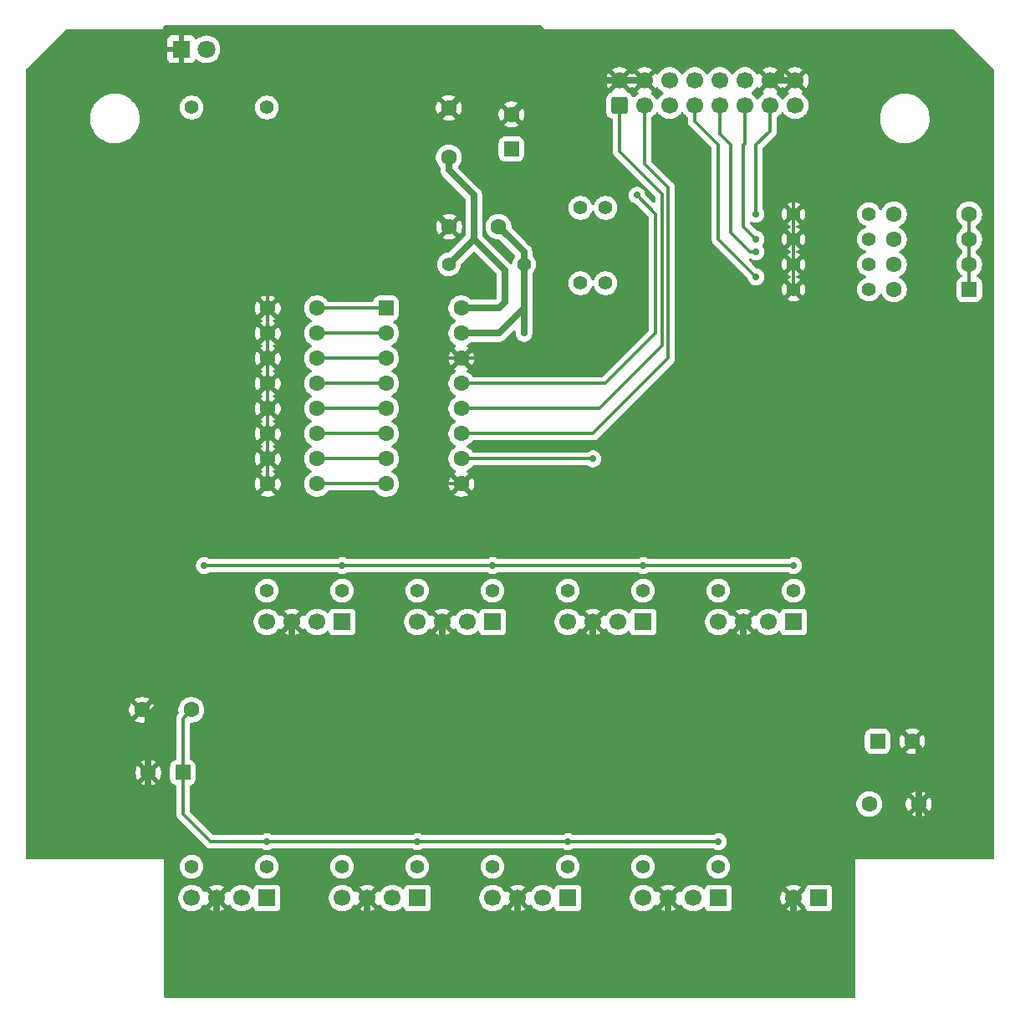
<source format=gbr>
%TF.GenerationSoftware,KiCad,Pcbnew,9.0.7*%
%TF.CreationDate,2026-02-03T14:22:32+01:00*%
%TF.ProjectId,lokho2-adc,6c6f6b68-6f32-42d6-9164-632e6b696361,rev?*%
%TF.SameCoordinates,Original*%
%TF.FileFunction,Copper,L2,Bot*%
%TF.FilePolarity,Positive*%
%FSLAX46Y46*%
G04 Gerber Fmt 4.6, Leading zero omitted, Abs format (unit mm)*
G04 Created by KiCad (PCBNEW 9.0.7) date 2026-02-03 14:22:32*
%MOMM*%
%LPD*%
G01*
G04 APERTURE LIST*
G04 Aperture macros list*
%AMRoundRect*
0 Rectangle with rounded corners*
0 $1 Rounding radius*
0 $2 $3 $4 $5 $6 $7 $8 $9 X,Y pos of 4 corners*
0 Add a 4 corners polygon primitive as box body*
4,1,4,$2,$3,$4,$5,$6,$7,$8,$9,$2,$3,0*
0 Add four circle primitives for the rounded corners*
1,1,$1+$1,$2,$3*
1,1,$1+$1,$4,$5*
1,1,$1+$1,$6,$7*
1,1,$1+$1,$8,$9*
0 Add four rect primitives between the rounded corners*
20,1,$1+$1,$2,$3,$4,$5,0*
20,1,$1+$1,$4,$5,$6,$7,0*
20,1,$1+$1,$6,$7,$8,$9,0*
20,1,$1+$1,$8,$9,$2,$3,0*%
G04 Aperture macros list end*
%TA.AperFunction,ComponentPad*%
%ADD10R,1.800000X1.800000*%
%TD*%
%TA.AperFunction,ComponentPad*%
%ADD11C,1.800000*%
%TD*%
%TA.AperFunction,ComponentPad*%
%ADD12C,1.600000*%
%TD*%
%TA.AperFunction,ComponentPad*%
%ADD13C,1.400000*%
%TD*%
%TA.AperFunction,ComponentPad*%
%ADD14RoundRect,0.250000X-0.550000X-0.550000X0.550000X-0.550000X0.550000X0.550000X-0.550000X0.550000X0*%
%TD*%
%TA.AperFunction,ComponentPad*%
%ADD15R,1.700000X1.700000*%
%TD*%
%TA.AperFunction,ComponentPad*%
%ADD16C,1.700000*%
%TD*%
%TA.AperFunction,ComponentPad*%
%ADD17RoundRect,0.250000X0.600000X-0.600000X0.600000X0.600000X-0.600000X0.600000X-0.600000X-0.600000X0*%
%TD*%
%TA.AperFunction,ComponentPad*%
%ADD18RoundRect,0.250000X0.550000X-0.550000X0.550000X0.550000X-0.550000X0.550000X-0.550000X-0.550000X0*%
%TD*%
%TA.AperFunction,ComponentPad*%
%ADD19RoundRect,0.250000X0.550000X0.550000X-0.550000X0.550000X-0.550000X-0.550000X0.550000X-0.550000X0*%
%TD*%
%TA.AperFunction,ViaPad*%
%ADD20C,0.700000*%
%TD*%
%TA.AperFunction,Conductor*%
%ADD21C,0.350000*%
%TD*%
%TA.AperFunction,Conductor*%
%ADD22C,0.700000*%
%TD*%
G04 APERTURE END LIST*
D10*
%TO.P,D1,1,K*%
%TO.N,GND*%
X116730000Y-63000000D03*
D11*
%TO.P,D1,2,A*%
%TO.N,Net-(D1-A)*%
X119270000Y-63000000D03*
%TD*%
D12*
%TO.P,C3,1*%
%TO.N,GND*%
X143855000Y-80955000D03*
%TO.P,C3,2*%
%TO.N,+2V048*%
X148855000Y-80955000D03*
%TD*%
%TO.P,C9,1*%
%TO.N,GND*%
X125480000Y-91750000D03*
%TO.P,C9,2*%
%TO.N,CH1*%
X130480000Y-91750000D03*
%TD*%
D13*
%TO.P,R11,1*%
%TO.N,CH5*%
X148260000Y-145725000D03*
%TO.P,R11,2*%
%TO.N,+2V048*%
X155880000Y-145725000D03*
%TD*%
%TO.P,R9,1*%
%TO.N,CH7*%
X117780000Y-145725000D03*
%TO.P,R9,2*%
%TO.N,+2V048*%
X125400000Y-145725000D03*
%TD*%
%TO.P,R2,1*%
%TO.N,Net-(U1-B1)*%
X186360000Y-84765000D03*
%TO.P,R2,2*%
%TO.N,GND*%
X178740000Y-84765000D03*
%TD*%
D14*
%TO.P,U3,1,CH0*%
%TO.N,CH0*%
X137465000Y-89210000D03*
D12*
%TO.P,U3,2,CH1*%
%TO.N,CH1*%
X137465000Y-91750000D03*
%TO.P,U3,3,CH2*%
%TO.N,CH2*%
X137465000Y-94290000D03*
%TO.P,U3,4,CH3*%
%TO.N,CH3*%
X137465000Y-96830000D03*
%TO.P,U3,5,CH4*%
%TO.N,CH4*%
X137465000Y-99370000D03*
%TO.P,U3,6,CH5*%
%TO.N,CH5*%
X137465000Y-101910000D03*
%TO.P,U3,7,CH6*%
%TO.N,CH6*%
X137465000Y-104450000D03*
%TO.P,U3,8,CH7*%
%TO.N,CH7*%
X137465000Y-106990000D03*
%TO.P,U3,9,DGND*%
%TO.N,GND*%
X145085000Y-106990000D03*
%TO.P,U3,10,~{CS}/SHDN*%
%TO.N,ADDR_SEL*%
X145085000Y-104450000D03*
%TO.P,U3,11,Din*%
%TO.N,SPI_MOSI*%
X145085000Y-101910000D03*
%TO.P,U3,12,Dout*%
%TO.N,SPI_MISO*%
X145085000Y-99370000D03*
%TO.P,U3,13,CLK*%
%TO.N,SPI_SCK*%
X145085000Y-96830000D03*
%TO.P,U3,14,AGND*%
%TO.N,GND*%
X145085000Y-94290000D03*
%TO.P,U3,15,Vref*%
%TO.N,+2V048*%
X145085000Y-91750000D03*
%TO.P,U3,16,Vdd*%
%TO.N,+3V3*%
X145085000Y-89210000D03*
%TD*%
%TO.P,C7,1*%
%TO.N,GND*%
X191400000Y-139375000D03*
%TO.P,C7,2*%
%TO.N,Va*%
X186400000Y-139375000D03*
%TD*%
D13*
%TO.P,R4,1*%
%TO.N,Net-(U1-B3)*%
X186360000Y-79685000D03*
%TO.P,R4,2*%
%TO.N,GND*%
X178740000Y-79685000D03*
%TD*%
%TO.P,R6,1*%
%TO.N,ADDR_SEL*%
X157150000Y-86670000D03*
%TO.P,R6,2*%
%TO.N,+3V3*%
X157150000Y-79050000D03*
%TD*%
D15*
%TO.P,J2,1,Pin_1*%
%TO.N,Va*%
X140640000Y-148900000D03*
D16*
%TO.P,J2,2,Pin_2*%
%TO.N,+2V048*%
X138100000Y-148900000D03*
%TO.P,J2,3,Pin_3*%
%TO.N,GND*%
X135560000Y-148900000D03*
%TO.P,J2,4,Pin_4*%
%TO.N,CH6*%
X133020000Y-148900000D03*
%TD*%
D17*
%TO.P,SPI1,1,Pin_1*%
%TO.N,SPI_MISO*%
X161110000Y-68697500D03*
D16*
%TO.P,SPI1,2,Pin_2*%
%TO.N,GND*%
X161110000Y-66157500D03*
%TO.P,SPI1,3,Pin_3*%
%TO.N,SPI_MOSI*%
X163650000Y-68697500D03*
%TO.P,SPI1,4,Pin_4*%
%TO.N,GND*%
X163650000Y-66157500D03*
%TO.P,SPI1,5,Pin_5*%
%TO.N,SPI_SCK*%
X166190000Y-68697500D03*
%TO.P,SPI1,6,Pin_6*%
%TO.N,+3V3*%
X166190000Y-66157500D03*
%TO.P,SPI1,7,Pin_7*%
%TO.N,SPI_S0*%
X168730000Y-68697500D03*
%TO.P,SPI1,8,Pin_8*%
%TO.N,+3V3*%
X168730000Y-66157500D03*
%TO.P,SPI1,9,Pin_9*%
%TO.N,SPI_S1*%
X171270000Y-68697500D03*
%TO.P,SPI1,10,Pin_10*%
%TO.N,+3V3*%
X171270000Y-66157500D03*
%TO.P,SPI1,11,Pin_11*%
%TO.N,SPI_S2*%
X173810000Y-68697500D03*
%TO.P,SPI1,12,Pin_12*%
%TO.N,+3V3*%
X173810000Y-66157500D03*
%TO.P,SPI1,13,Pin_13*%
%TO.N,SPI_S3*%
X176350000Y-68697500D03*
%TO.P,SPI1,14,Pin_14*%
%TO.N,GND*%
X176350000Y-66157500D03*
%TO.P,SPI1,15,Pin_15*%
%TO.N,GP*%
X178890000Y-68697500D03*
%TO.P,SPI1,16,Pin_16*%
%TO.N,GND*%
X178890000Y-66157500D03*
%TD*%
D12*
%TO.P,C8,1*%
%TO.N,GND*%
X125480000Y-89210000D03*
%TO.P,C8,2*%
%TO.N,CH0*%
X130480000Y-89210000D03*
%TD*%
D13*
%TO.P,R1,1*%
%TO.N,Net-(U1-B0)*%
X186360000Y-87305000D03*
%TO.P,R1,2*%
%TO.N,GND*%
X178740000Y-87305000D03*
%TD*%
D15*
%TO.P,J7,1,Pin_1*%
%TO.N,Va*%
X163500000Y-120960000D03*
D16*
%TO.P,J7,2,Pin_2*%
%TO.N,+2V048*%
X160960000Y-120960000D03*
%TO.P,J7,3,Pin_3*%
%TO.N,GND*%
X158420000Y-120960000D03*
%TO.P,J7,4,Pin_4*%
%TO.N,CH1*%
X155880000Y-120960000D03*
%TD*%
D13*
%TO.P,R7,1*%
%TO.N,Net-(U1-Oa=b)*%
X125400000Y-68890000D03*
%TO.P,R7,2*%
%TO.N,Net-(D1-A)*%
X117780000Y-68890000D03*
%TD*%
%TO.P,R12,1*%
%TO.N,CH4*%
X163500000Y-145725000D03*
%TO.P,R12,2*%
%TO.N,+2V048*%
X171120000Y-145725000D03*
%TD*%
%TO.P,R3,1*%
%TO.N,Net-(U1-B2)*%
X186360000Y-82225000D03*
%TO.P,R3,2*%
%TO.N,GND*%
X178740000Y-82225000D03*
%TD*%
D15*
%TO.P,J6,1,Pin_1*%
%TO.N,Va*%
X148260000Y-120960000D03*
D16*
%TO.P,J6,2,Pin_2*%
%TO.N,+2V048*%
X145720000Y-120960000D03*
%TO.P,J6,3,Pin_3*%
%TO.N,GND*%
X143180000Y-120960000D03*
%TO.P,J6,4,Pin_4*%
%TO.N,CH2*%
X140640000Y-120960000D03*
%TD*%
D12*
%TO.P,C15,1*%
%TO.N,GND*%
X125480000Y-106990000D03*
%TO.P,C15,2*%
%TO.N,CH7*%
X130480000Y-106990000D03*
%TD*%
D14*
%TO.P,C6,1*%
%TO.N,Va*%
X187247349Y-133025000D03*
D12*
%TO.P,C6,2*%
%TO.N,GND*%
X190747349Y-133025000D03*
%TD*%
D15*
%TO.P,J3,1,Pin_1*%
%TO.N,Va*%
X155880000Y-148900000D03*
D16*
%TO.P,J3,2,Pin_2*%
%TO.N,+2V048*%
X153340000Y-148900000D03*
%TO.P,J3,3,Pin_3*%
%TO.N,GND*%
X150800000Y-148900000D03*
%TO.P,J3,4,Pin_4*%
%TO.N,CH5*%
X148260000Y-148900000D03*
%TD*%
D13*
%TO.P,R10,1*%
%TO.N,CH6*%
X133020000Y-145725000D03*
%TO.P,R10,2*%
%TO.N,+2V048*%
X140640000Y-145725000D03*
%TD*%
%TO.P,R15,1*%
%TO.N,CH1*%
X155880000Y-117785000D03*
%TO.P,R15,2*%
%TO.N,+2V048*%
X163500000Y-117785000D03*
%TD*%
D18*
%TO.P,C1,1*%
%TO.N,+3V3*%
X150165000Y-73082651D03*
D12*
%TO.P,C1,2*%
%TO.N,GND*%
X150165000Y-69582651D03*
%TD*%
%TO.P,C11,1*%
%TO.N,GND*%
X125480000Y-96830000D03*
%TO.P,C11,2*%
%TO.N,CH3*%
X130480000Y-96830000D03*
%TD*%
D15*
%TO.P,J5,1,Pin_1*%
%TO.N,Va*%
X133020000Y-120960000D03*
D16*
%TO.P,J5,2,Pin_2*%
%TO.N,+2V048*%
X130480000Y-120960000D03*
%TO.P,J5,3,Pin_3*%
%TO.N,GND*%
X127940000Y-120960000D03*
%TO.P,J5,4,Pin_4*%
%TO.N,CH3*%
X125400000Y-120960000D03*
%TD*%
D13*
%TO.P,R14,1*%
%TO.N,CH2*%
X140640000Y-117785000D03*
%TO.P,R14,2*%
%TO.N,+2V048*%
X148260000Y-117785000D03*
%TD*%
D19*
%TO.P,SW1,1*%
%TO.N,+3V3*%
X196520000Y-87305000D03*
D12*
%TO.P,SW1,2*%
X196520000Y-84765000D03*
%TO.P,SW1,3*%
X196520000Y-82225000D03*
%TO.P,SW1,4*%
X196520000Y-79685000D03*
%TO.P,SW1,5*%
%TO.N,Net-(U1-B3)*%
X188900000Y-79685000D03*
%TO.P,SW1,6*%
%TO.N,Net-(U1-B2)*%
X188900000Y-82225000D03*
%TO.P,SW1,7*%
%TO.N,Net-(U1-B1)*%
X188900000Y-84765000D03*
%TO.P,SW1,8*%
%TO.N,Net-(U1-B0)*%
X188900000Y-87305000D03*
%TD*%
%TO.P,C13,1*%
%TO.N,GND*%
X125480000Y-101910000D03*
%TO.P,C13,2*%
%TO.N,CH5*%
X130480000Y-101910000D03*
%TD*%
D15*
%TO.P,J1,1,Pin_1*%
%TO.N,Va*%
X125400000Y-148900000D03*
D16*
%TO.P,J1,2,Pin_2*%
%TO.N,+2V048*%
X122860000Y-148900000D03*
%TO.P,J1,3,Pin_3*%
%TO.N,GND*%
X120320000Y-148900000D03*
%TO.P,J1,4,Pin_4*%
%TO.N,CH7*%
X117780000Y-148900000D03*
%TD*%
D12*
%TO.P,C2,1*%
%TO.N,GND*%
X143815000Y-68930000D03*
%TO.P,C2,2*%
%TO.N,+3V3*%
X143815000Y-73930000D03*
%TD*%
D15*
%TO.P,J8,1,Pin_1*%
%TO.N,Va*%
X178740000Y-120960000D03*
D16*
%TO.P,J8,2,Pin_2*%
%TO.N,+2V048*%
X176200000Y-120960000D03*
%TO.P,J8,3,Pin_3*%
%TO.N,GND*%
X173660000Y-120960000D03*
%TO.P,J8,4,Pin_4*%
%TO.N,CH0*%
X171120000Y-120960000D03*
%TD*%
D15*
%TO.P,J9,1,Pin_1*%
%TO.N,Va*%
X181280000Y-148900000D03*
D16*
%TO.P,J9,2,Pin_2*%
%TO.N,GND*%
X178740000Y-148900000D03*
%TD*%
D12*
%TO.P,C10,1*%
%TO.N,GND*%
X125480000Y-94290000D03*
%TO.P,C10,2*%
%TO.N,CH2*%
X130480000Y-94290000D03*
%TD*%
%TO.P,C5,1*%
%TO.N,GND*%
X112740000Y-129850000D03*
%TO.P,C5,2*%
%TO.N,+2V048*%
X117740000Y-129850000D03*
%TD*%
D19*
%TO.P,C4,1*%
%TO.N,+2V048*%
X116892651Y-136200000D03*
D12*
%TO.P,C4,2*%
%TO.N,GND*%
X113392651Y-136200000D03*
%TD*%
%TO.P,C12,1*%
%TO.N,GND*%
X125480000Y-99370000D03*
%TO.P,C12,2*%
%TO.N,CH4*%
X130480000Y-99370000D03*
%TD*%
D13*
%TO.P,R5,1*%
%TO.N,Net-(U1-Oa=b)*%
X159690000Y-79050000D03*
%TO.P,R5,2*%
%TO.N,Net-(Q1-B)*%
X159690000Y-86670000D03*
%TD*%
%TO.P,R16,1*%
%TO.N,CH0*%
X171120000Y-117785000D03*
%TO.P,R16,2*%
%TO.N,+2V048*%
X178740000Y-117785000D03*
%TD*%
D15*
%TO.P,J4,1,Pin_1*%
%TO.N,Va*%
X171120000Y-148900000D03*
D16*
%TO.P,J4,2,Pin_2*%
%TO.N,+2V048*%
X168580000Y-148900000D03*
%TO.P,J4,3,Pin_3*%
%TO.N,GND*%
X166040000Y-148900000D03*
%TO.P,J4,4,Pin_4*%
%TO.N,CH4*%
X163500000Y-148900000D03*
%TD*%
D13*
%TO.P,R13,1*%
%TO.N,CH3*%
X125400000Y-117785000D03*
%TO.P,R13,2*%
%TO.N,+2V048*%
X133020000Y-117785000D03*
%TD*%
D12*
%TO.P,C14,1*%
%TO.N,GND*%
X125480000Y-104450000D03*
%TO.P,C14,2*%
%TO.N,CH6*%
X130480000Y-104450000D03*
%TD*%
D13*
%TO.P,R8,1*%
%TO.N,+2V048*%
X151435000Y-84765000D03*
%TO.P,R8,2*%
%TO.N,+3V3*%
X143815000Y-84765000D03*
%TD*%
D20*
%TO.N,SPI_SCK*%
X162865000Y-77780000D03*
%TO.N,SPI_S0*%
X174930000Y-86035000D03*
%TO.N,SPI_S1*%
X174930000Y-83495000D03*
%TO.N,SPI_S2*%
X174930000Y-82225000D03*
%TO.N,SPI_S3*%
X174930000Y-79685000D03*
%TO.N,ADDR_SEL*%
X158420000Y-104450000D03*
%TO.N,+2V048*%
X163500000Y-115245000D03*
X140640000Y-143185000D03*
X133020000Y-115245000D03*
X150145000Y-82245000D03*
X155880000Y-143185000D03*
X178740000Y-115245000D03*
X119050000Y-115245000D03*
X125400000Y-143185000D03*
X148260000Y-115245000D03*
X171120000Y-143185000D03*
X151435000Y-91750000D03*
%TO.N,GND*%
X162865000Y-79685000D03*
X162865000Y-87305000D03*
X162865000Y-82225000D03*
%TD*%
D21*
%TO.N,SPI_MISO*%
X161110000Y-68697500D02*
X161110000Y-73335000D01*
X161110000Y-73335000D02*
X165405000Y-77630000D01*
X165405000Y-77630000D02*
X165405000Y-93020000D01*
X159055000Y-99370000D02*
X145085000Y-99370000D01*
X165405000Y-93020000D02*
X159055000Y-99370000D01*
%TO.N,SPI_MOSI*%
X163650000Y-68697500D02*
X163650000Y-74605000D01*
X166040000Y-94290000D02*
X158420000Y-101910000D01*
X158420000Y-101910000D02*
X145085000Y-101910000D01*
X166040000Y-76995000D02*
X166040000Y-94290000D01*
X163650000Y-74605000D02*
X166040000Y-76995000D01*
%TO.N,SPI_SCK*%
X159690000Y-96830000D02*
X145085000Y-96830000D01*
X162865000Y-77780000D02*
X164770000Y-79685000D01*
X164770000Y-79685000D02*
X164770000Y-91750000D01*
X164770000Y-91750000D02*
X159690000Y-96830000D01*
D22*
%TO.N,+3V3*%
X143815000Y-75240000D02*
X143815000Y-73930000D01*
D21*
X196520000Y-87305000D02*
X196520000Y-79685000D01*
D22*
X146355000Y-77780000D02*
X143815000Y-75240000D01*
X149530000Y-88575000D02*
X149530000Y-85400000D01*
X149530000Y-85400000D02*
X146355000Y-82225000D01*
X145085000Y-89210000D02*
X148895000Y-89210000D01*
X146355000Y-82225000D02*
X146355000Y-77780000D01*
X148895000Y-89210000D02*
X149530000Y-88575000D01*
X143815000Y-84765000D02*
X146355000Y-82225000D01*
D21*
%TO.N,SPI_S0*%
X171120000Y-72700000D02*
X168730000Y-70310000D01*
X171120000Y-82225000D02*
X171120000Y-72700000D01*
X174930000Y-86035000D02*
X171120000Y-82225000D01*
X168730000Y-70310000D02*
X168730000Y-68697500D01*
%TO.N,SPI_S1*%
X172390000Y-72700000D02*
X171270000Y-71580000D01*
X174930000Y-83495000D02*
X174295000Y-83495000D01*
X172390000Y-81590000D02*
X172390000Y-72700000D01*
X174295000Y-83495000D02*
X172390000Y-81590000D01*
X171270000Y-71580000D02*
X171270000Y-68697500D01*
%TO.N,SPI_S2*%
X173660000Y-80955000D02*
X173660000Y-72700000D01*
X174930000Y-82225000D02*
X173660000Y-80955000D01*
X173810000Y-72550000D02*
X173810000Y-68697500D01*
X173660000Y-72700000D02*
X173810000Y-72550000D01*
%TO.N,SPI_S3*%
X174930000Y-72700000D02*
X174930000Y-79685000D01*
X176350000Y-71280000D02*
X174930000Y-72700000D01*
X176350000Y-68697500D02*
X176350000Y-71280000D01*
%TO.N,ADDR_SEL*%
X158420000Y-104450000D02*
X145085000Y-104450000D01*
%TO.N,+2V048*%
X140640000Y-143185000D02*
X155880000Y-143185000D01*
X133020000Y-115245000D02*
X148260000Y-115245000D01*
X119685000Y-143185000D02*
X125400000Y-143185000D01*
D22*
X151435000Y-84765000D02*
X151435000Y-89210000D01*
D21*
X155880000Y-143185000D02*
X171120000Y-143185000D01*
X116892651Y-140392651D02*
X119685000Y-143185000D01*
D22*
X148895000Y-91750000D02*
X145085000Y-91750000D01*
D21*
X116892651Y-136200000D02*
X116892651Y-130697349D01*
X163500000Y-115245000D02*
X178740000Y-115245000D01*
D22*
X151435000Y-89210000D02*
X148895000Y-91750000D01*
X151435000Y-83535000D02*
X150145000Y-82245000D01*
X150145000Y-82245000D02*
X148855000Y-80955000D01*
X151435000Y-89210000D02*
X151435000Y-91750000D01*
D21*
X116892651Y-130697349D02*
X117740000Y-129850000D01*
X125400000Y-143185000D02*
X140640000Y-143185000D01*
X119050000Y-115245000D02*
X133020000Y-115245000D01*
X116892651Y-136200000D02*
X116892651Y-140392651D01*
X148260000Y-115245000D02*
X163500000Y-115245000D01*
D22*
X151435000Y-84765000D02*
X151435000Y-83535000D01*
D21*
%TO.N,CH1*%
X137465000Y-91750000D02*
X130480000Y-91750000D01*
%TO.N,CH0*%
X130480000Y-89210000D02*
X137465000Y-89210000D01*
%TO.N,CH4*%
X130480000Y-99370000D02*
X137465000Y-99370000D01*
%TO.N,CH5*%
X137465000Y-101910000D02*
X130480000Y-101910000D01*
%TO.N,CH6*%
X130480000Y-104450000D02*
X137465000Y-104450000D01*
%TO.N,GND*%
X162865000Y-79685000D02*
X162865000Y-82225000D01*
D22*
X146395000Y-66350000D02*
X146587500Y-66157500D01*
D21*
X160325000Y-94290000D02*
X162865000Y-91750000D01*
D22*
X115240000Y-75875000D02*
X124765000Y-66350000D01*
X141910000Y-94925000D02*
X142545000Y-95560000D01*
X150800000Y-151440000D02*
X135560000Y-151440000D01*
X127940000Y-123500000D02*
X115240000Y-123500000D01*
X153590151Y-66157500D02*
X153368826Y-66378826D01*
X153368826Y-66378826D02*
X151463826Y-68283826D01*
D21*
X125480000Y-89210000D02*
X125480000Y-87860000D01*
D22*
X120320000Y-151440000D02*
X120320000Y-148900000D01*
D21*
X178740000Y-73335000D02*
X181915000Y-70160000D01*
D22*
X155937652Y-63810000D02*
X152978652Y-60851000D01*
X143180000Y-123500000D02*
X158420000Y-123500000D01*
D21*
X125480000Y-106990000D02*
X125480000Y-89210000D01*
X143815000Y-106990000D02*
X145085000Y-106990000D01*
D22*
X173660000Y-123500000D02*
X173660000Y-120960000D01*
X152978652Y-60851000D02*
X145720000Y-60851000D01*
X191400000Y-141240000D02*
X191400000Y-139375000D01*
X158420000Y-120960000D02*
X158420000Y-123500000D01*
X178740000Y-151440000D02*
X166040000Y-151440000D01*
D21*
X181915000Y-64445000D02*
X181280000Y-63810000D01*
D22*
X146587500Y-66157500D02*
X153590151Y-66157500D01*
D21*
X162865000Y-91750000D02*
X162865000Y-87305000D01*
D22*
X141910000Y-85400000D02*
X141910000Y-94925000D01*
X177470000Y-64445000D02*
X176835000Y-63810000D01*
X135560000Y-148900000D02*
X135560000Y-151440000D01*
D21*
X116730000Y-61266000D02*
X117145000Y-60851000D01*
D22*
X158420000Y-123500000D02*
X173660000Y-123500000D01*
X178740000Y-151440000D02*
X183820000Y-151440000D01*
X141910000Y-79010000D02*
X143855000Y-80955000D01*
X124765000Y-66350000D02*
X146395000Y-66350000D01*
X145720000Y-60851000D02*
X124130000Y-60851000D01*
X115875000Y-151440000D02*
X115875000Y-145090000D01*
X178740000Y-148900000D02*
X178740000Y-151440000D01*
X124130000Y-60851000D02*
X117145000Y-60851000D01*
X113392651Y-130502651D02*
X112740000Y-129850000D01*
X177470000Y-66157500D02*
X176350000Y-66157500D01*
X185725000Y-143185000D02*
X189455000Y-143185000D01*
D21*
X178740000Y-79685000D02*
X178740000Y-73335000D01*
D22*
X115875000Y-145090000D02*
X113392651Y-142607651D01*
X143180000Y-120960000D02*
X143180000Y-123500000D01*
X166040000Y-148900000D02*
X166040000Y-151440000D01*
X189455000Y-143185000D02*
X191400000Y-141240000D01*
X178890000Y-66157500D02*
X177470000Y-66157500D01*
D21*
X181915000Y-70160000D02*
X181915000Y-64445000D01*
X143815000Y-94290000D02*
X142545000Y-95560000D01*
D22*
X166040000Y-151440000D02*
X150800000Y-151440000D01*
D21*
X162865000Y-82225000D02*
X162865000Y-87305000D01*
D22*
X191400000Y-139375000D02*
X191400000Y-133677651D01*
X127940000Y-123500000D02*
X143180000Y-123500000D01*
D21*
X116730000Y-63000000D02*
X116730000Y-61266000D01*
D22*
X141910000Y-70835000D02*
X141910000Y-79010000D01*
X113392651Y-136200000D02*
X113392651Y-130502651D01*
X143815000Y-68930000D02*
X146395000Y-66350000D01*
X135560000Y-151440000D02*
X120320000Y-151440000D01*
X155937652Y-63810000D02*
X153368826Y-66378826D01*
D21*
X145085000Y-94290000D02*
X160325000Y-94290000D01*
X142545000Y-95560000D02*
X142545000Y-105720000D01*
D22*
X191400000Y-133677651D02*
X190747349Y-133025000D01*
D21*
X152705000Y-69525000D02*
X151463826Y-68283826D01*
D22*
X113392651Y-142607651D02*
X113392651Y-136200000D01*
X127940000Y-120960000D02*
X127940000Y-123500000D01*
X150800000Y-148900000D02*
X150800000Y-151440000D01*
X176835000Y-63810000D02*
X155937652Y-63810000D01*
X115240000Y-124135000D02*
X115240000Y-75875000D01*
X183820000Y-145090000D02*
X185725000Y-143185000D01*
X163650000Y-66157500D02*
X153590151Y-66157500D01*
D21*
X145085000Y-94290000D02*
X143815000Y-94290000D01*
D22*
X117145000Y-60851000D02*
X115240000Y-60851000D01*
D21*
X178740000Y-87305000D02*
X178740000Y-79685000D01*
D22*
X120320000Y-151440000D02*
X115875000Y-151440000D01*
X183820000Y-151440000D02*
X183820000Y-145090000D01*
D21*
X125480000Y-87860000D02*
X127940000Y-85400000D01*
X154610000Y-71430000D02*
X152705000Y-69525000D01*
D22*
X141910000Y-79010000D02*
X141910000Y-85400000D01*
X143815000Y-68930000D02*
X141910000Y-70835000D01*
X115240000Y-128655302D02*
X113392651Y-130502651D01*
X115240000Y-123500000D02*
X115240000Y-124135000D01*
D21*
X181280000Y-63810000D02*
X176835000Y-63810000D01*
D22*
X177470000Y-66157500D02*
X177470000Y-64445000D01*
D21*
X142545000Y-105720000D02*
X143815000Y-106990000D01*
D22*
X115240000Y-124135000D02*
X115240000Y-128655302D01*
D21*
X162865000Y-79685000D02*
X154610000Y-71430000D01*
D22*
X151463826Y-68283826D02*
X150165000Y-69582651D01*
D21*
X127940000Y-85400000D02*
X141910000Y-85400000D01*
%TO.N,CH2*%
X130480000Y-94290000D02*
X137465000Y-94290000D01*
%TO.N,CH3*%
X137465000Y-96830000D02*
X130480000Y-96830000D01*
%TO.N,CH7*%
X137465000Y-106990000D02*
X130480000Y-106990000D01*
%TD*%
%TA.AperFunction,Conductor*%
%TO.N,GND*%
G36*
X164765270Y-66919217D02*
G01*
X164765270Y-66919216D01*
X164804622Y-66865055D01*
X164809232Y-66856007D01*
X164857205Y-66805209D01*
X164925025Y-66788412D01*
X164991161Y-66810947D01*
X165030204Y-66856004D01*
X165034949Y-66865317D01*
X165159890Y-67037286D01*
X165310213Y-67187609D01*
X165482182Y-67312550D01*
X165490946Y-67317016D01*
X165541742Y-67364991D01*
X165558536Y-67432812D01*
X165535998Y-67498947D01*
X165490946Y-67537984D01*
X165482182Y-67542449D01*
X165310213Y-67667390D01*
X165159890Y-67817713D01*
X165034949Y-67989682D01*
X165030484Y-67998446D01*
X164982509Y-68049242D01*
X164914688Y-68066036D01*
X164848553Y-68043498D01*
X164809516Y-67998446D01*
X164805050Y-67989682D01*
X164680109Y-67817713D01*
X164529786Y-67667390D01*
X164357817Y-67542449D01*
X164348504Y-67537704D01*
X164297707Y-67489730D01*
X164280912Y-67421909D01*
X164303449Y-67355774D01*
X164348507Y-67316732D01*
X164357555Y-67312122D01*
X164411716Y-67272770D01*
X164411717Y-67272770D01*
X163779408Y-66640462D01*
X163842993Y-66623425D01*
X163957007Y-66557599D01*
X164050099Y-66464507D01*
X164115925Y-66350493D01*
X164132962Y-66286908D01*
X164765270Y-66919217D01*
G37*
%TD.AperFunction*%
%TA.AperFunction,Conductor*%
G36*
X175884075Y-66350493D02*
G01*
X175949901Y-66464507D01*
X176042993Y-66557599D01*
X176157007Y-66623425D01*
X176220590Y-66640462D01*
X175588282Y-67272769D01*
X175588282Y-67272770D01*
X175642452Y-67312126D01*
X175642451Y-67312126D01*
X175651495Y-67316734D01*
X175702292Y-67364708D01*
X175719087Y-67432529D01*
X175696550Y-67498664D01*
X175651499Y-67537702D01*
X175642182Y-67542449D01*
X175470213Y-67667390D01*
X175319890Y-67817713D01*
X175194949Y-67989682D01*
X175190484Y-67998446D01*
X175142509Y-68049242D01*
X175074688Y-68066036D01*
X175008553Y-68043498D01*
X174969516Y-67998446D01*
X174965050Y-67989682D01*
X174840109Y-67817713D01*
X174689786Y-67667390D01*
X174517820Y-67542451D01*
X174517115Y-67542091D01*
X174509054Y-67537985D01*
X174458259Y-67490012D01*
X174441463Y-67422192D01*
X174463999Y-67356056D01*
X174509054Y-67317015D01*
X174517816Y-67312551D01*
X174572572Y-67272769D01*
X174689786Y-67187609D01*
X174689788Y-67187606D01*
X174689792Y-67187604D01*
X174840104Y-67037292D01*
X174840106Y-67037288D01*
X174840109Y-67037286D01*
X174925890Y-66919217D01*
X174965051Y-66865316D01*
X174969793Y-66856008D01*
X175017763Y-66805211D01*
X175085583Y-66788411D01*
X175151719Y-66810945D01*
X175190763Y-66856000D01*
X175195373Y-66865047D01*
X175234728Y-66919216D01*
X175867037Y-66286908D01*
X175884075Y-66350493D01*
G37*
%TD.AperFunction*%
%TA.AperFunction,Conductor*%
G36*
X178424075Y-66350493D02*
G01*
X178489901Y-66464507D01*
X178582993Y-66557599D01*
X178697007Y-66623425D01*
X178760590Y-66640462D01*
X178128282Y-67272769D01*
X178128282Y-67272770D01*
X178182452Y-67312126D01*
X178182451Y-67312126D01*
X178191495Y-67316734D01*
X178242292Y-67364708D01*
X178259087Y-67432529D01*
X178236550Y-67498664D01*
X178191499Y-67537702D01*
X178182182Y-67542449D01*
X178010213Y-67667390D01*
X177859890Y-67817713D01*
X177734949Y-67989682D01*
X177730484Y-67998446D01*
X177682509Y-68049242D01*
X177614688Y-68066036D01*
X177548553Y-68043498D01*
X177509516Y-67998446D01*
X177505050Y-67989682D01*
X177380109Y-67817713D01*
X177229786Y-67667390D01*
X177057817Y-67542449D01*
X177048504Y-67537704D01*
X176997707Y-67489730D01*
X176980912Y-67421909D01*
X177003449Y-67355774D01*
X177048507Y-67316732D01*
X177057555Y-67312122D01*
X177111716Y-67272770D01*
X177111717Y-67272770D01*
X176479408Y-66640462D01*
X176542993Y-66623425D01*
X176657007Y-66557599D01*
X176750099Y-66464507D01*
X176815925Y-66350493D01*
X176832962Y-66286908D01*
X177465270Y-66919217D01*
X177465270Y-66919216D01*
X177504622Y-66865054D01*
X177509514Y-66855454D01*
X177557488Y-66804657D01*
X177625308Y-66787861D01*
X177691444Y-66810397D01*
X177730486Y-66855454D01*
X177735375Y-66865050D01*
X177774728Y-66919216D01*
X178407037Y-66286908D01*
X178424075Y-66350493D01*
G37*
%TD.AperFunction*%
%TA.AperFunction,Conductor*%
G36*
X163184075Y-66350493D02*
G01*
X163249901Y-66464507D01*
X163342993Y-66557599D01*
X163457007Y-66623425D01*
X163520590Y-66640462D01*
X162888282Y-67272769D01*
X162888282Y-67272770D01*
X162942452Y-67312126D01*
X162942451Y-67312126D01*
X162951495Y-67316734D01*
X163002292Y-67364708D01*
X163019087Y-67432529D01*
X162996550Y-67498664D01*
X162951499Y-67537702D01*
X162942182Y-67542449D01*
X162770213Y-67667390D01*
X162619894Y-67817709D01*
X162619885Y-67817719D01*
X162616330Y-67822613D01*
X162560997Y-67865275D01*
X162491383Y-67871248D01*
X162429591Y-67838637D01*
X162398312Y-67788723D01*
X162394815Y-67778170D01*
X162394814Y-67778166D01*
X162302712Y-67628844D01*
X162178656Y-67504788D01*
X162061505Y-67432529D01*
X162029336Y-67412687D01*
X162029331Y-67412685D01*
X162018382Y-67409057D01*
X161957228Y-67388792D01*
X161899784Y-67349020D01*
X161872961Y-67284504D01*
X161872801Y-67273854D01*
X161239408Y-66640462D01*
X161302993Y-66623425D01*
X161417007Y-66557599D01*
X161510099Y-66464507D01*
X161575925Y-66350493D01*
X161592962Y-66286908D01*
X162225270Y-66919217D01*
X162225270Y-66919216D01*
X162264622Y-66865054D01*
X162269514Y-66855454D01*
X162317488Y-66804657D01*
X162385308Y-66787861D01*
X162451444Y-66810397D01*
X162490486Y-66855454D01*
X162495375Y-66865050D01*
X162534728Y-66919216D01*
X163167037Y-66286908D01*
X163184075Y-66350493D01*
G37*
%TD.AperFunction*%
%TA.AperFunction,Conductor*%
G36*
X195015677Y-61019685D02*
G01*
X195036319Y-61036319D01*
X198963681Y-64963681D01*
X198997166Y-65025004D01*
X199000000Y-65051362D01*
X199000000Y-144876000D01*
X198980315Y-144943039D01*
X198927511Y-144988794D01*
X198876000Y-145000000D01*
X185000000Y-145000000D01*
X185000000Y-158876000D01*
X184980315Y-158943039D01*
X184927511Y-158988794D01*
X184876000Y-159000000D01*
X115124000Y-159000000D01*
X115056961Y-158980315D01*
X115011206Y-158927511D01*
X115000000Y-158876000D01*
X115000000Y-148793713D01*
X116429500Y-148793713D01*
X116429500Y-149006286D01*
X116462753Y-149216239D01*
X116528444Y-149418414D01*
X116624951Y-149607820D01*
X116749890Y-149779786D01*
X116900213Y-149930109D01*
X117072179Y-150055048D01*
X117072181Y-150055049D01*
X117072184Y-150055051D01*
X117261588Y-150151557D01*
X117463757Y-150217246D01*
X117673713Y-150250500D01*
X117673714Y-150250500D01*
X117886286Y-150250500D01*
X117886287Y-150250500D01*
X118096243Y-150217246D01*
X118298412Y-150151557D01*
X118487816Y-150055051D01*
X118574138Y-149992335D01*
X118659786Y-149930109D01*
X118659788Y-149930106D01*
X118659792Y-149930104D01*
X118810104Y-149779792D01*
X118810106Y-149779788D01*
X118810109Y-149779786D01*
X118895890Y-149661717D01*
X118935051Y-149607816D01*
X118939793Y-149598508D01*
X118987763Y-149547711D01*
X119055583Y-149530911D01*
X119121719Y-149553445D01*
X119160763Y-149598500D01*
X119165373Y-149607547D01*
X119204728Y-149661716D01*
X119837037Y-149029408D01*
X119854075Y-149092993D01*
X119919901Y-149207007D01*
X120012993Y-149300099D01*
X120127007Y-149365925D01*
X120190590Y-149382962D01*
X119558282Y-150015269D01*
X119558282Y-150015270D01*
X119612449Y-150054624D01*
X119801782Y-150151095D01*
X120003870Y-150216757D01*
X120213754Y-150250000D01*
X120426246Y-150250000D01*
X120636127Y-150216757D01*
X120636130Y-150216757D01*
X120838217Y-150151095D01*
X121027554Y-150054622D01*
X121081716Y-150015270D01*
X121081717Y-150015270D01*
X120449408Y-149382962D01*
X120512993Y-149365925D01*
X120627007Y-149300099D01*
X120720099Y-149207007D01*
X120785925Y-149092993D01*
X120802962Y-149029409D01*
X121435270Y-149661717D01*
X121435270Y-149661716D01*
X121474622Y-149607555D01*
X121479232Y-149598507D01*
X121527205Y-149547709D01*
X121595025Y-149530912D01*
X121661161Y-149553447D01*
X121700204Y-149598504D01*
X121704949Y-149607817D01*
X121829890Y-149779786D01*
X121980213Y-149930109D01*
X122152179Y-150055048D01*
X122152181Y-150055049D01*
X122152184Y-150055051D01*
X122341588Y-150151557D01*
X122543757Y-150217246D01*
X122753713Y-150250500D01*
X122753714Y-150250500D01*
X122966286Y-150250500D01*
X122966287Y-150250500D01*
X123176243Y-150217246D01*
X123378412Y-150151557D01*
X123567816Y-150055051D01*
X123739792Y-149930104D01*
X123853329Y-149816566D01*
X123914648Y-149783084D01*
X123984340Y-149788068D01*
X124040274Y-149829939D01*
X124057189Y-149860917D01*
X124106202Y-149992328D01*
X124106206Y-149992335D01*
X124192452Y-150107544D01*
X124192455Y-150107547D01*
X124307664Y-150193793D01*
X124307671Y-150193797D01*
X124442517Y-150244091D01*
X124442516Y-150244091D01*
X124449444Y-150244835D01*
X124502127Y-150250500D01*
X126297872Y-150250499D01*
X126357483Y-150244091D01*
X126492331Y-150193796D01*
X126607546Y-150107546D01*
X126693796Y-149992331D01*
X126744091Y-149857483D01*
X126750500Y-149797873D01*
X126750499Y-148793713D01*
X131669500Y-148793713D01*
X131669500Y-149006286D01*
X131702753Y-149216239D01*
X131768444Y-149418414D01*
X131864951Y-149607820D01*
X131989890Y-149779786D01*
X132140213Y-149930109D01*
X132312179Y-150055048D01*
X132312181Y-150055049D01*
X132312184Y-150055051D01*
X132501588Y-150151557D01*
X132703757Y-150217246D01*
X132913713Y-150250500D01*
X132913714Y-150250500D01*
X133126286Y-150250500D01*
X133126287Y-150250500D01*
X133336243Y-150217246D01*
X133538412Y-150151557D01*
X133727816Y-150055051D01*
X133814138Y-149992335D01*
X133899786Y-149930109D01*
X133899788Y-149930106D01*
X133899792Y-149930104D01*
X134050104Y-149779792D01*
X134050106Y-149779788D01*
X134050109Y-149779786D01*
X134135890Y-149661717D01*
X134175051Y-149607816D01*
X134179793Y-149598508D01*
X134227763Y-149547711D01*
X134295583Y-149530911D01*
X134361719Y-149553445D01*
X134400763Y-149598500D01*
X134405373Y-149607547D01*
X134444728Y-149661716D01*
X135077037Y-149029408D01*
X135094075Y-149092993D01*
X135159901Y-149207007D01*
X135252993Y-149300099D01*
X135367007Y-149365925D01*
X135430590Y-149382962D01*
X134798282Y-150015269D01*
X134798282Y-150015270D01*
X134852449Y-150054624D01*
X135041782Y-150151095D01*
X135243870Y-150216757D01*
X135453754Y-150250000D01*
X135666246Y-150250000D01*
X135876127Y-150216757D01*
X135876130Y-150216757D01*
X136078217Y-150151095D01*
X136267554Y-150054622D01*
X136321716Y-150015270D01*
X136321717Y-150015270D01*
X135689408Y-149382962D01*
X135752993Y-149365925D01*
X135867007Y-149300099D01*
X135960099Y-149207007D01*
X136025925Y-149092993D01*
X136042962Y-149029409D01*
X136675270Y-149661717D01*
X136675270Y-149661716D01*
X136714622Y-149607555D01*
X136719232Y-149598507D01*
X136767205Y-149547709D01*
X136835025Y-149530912D01*
X136901161Y-149553447D01*
X136940204Y-149598504D01*
X136944949Y-149607817D01*
X137069890Y-149779786D01*
X137220213Y-149930109D01*
X137392179Y-150055048D01*
X137392181Y-150055049D01*
X137392184Y-150055051D01*
X137581588Y-150151557D01*
X137783757Y-150217246D01*
X137993713Y-150250500D01*
X137993714Y-150250500D01*
X138206286Y-150250500D01*
X138206287Y-150250500D01*
X138416243Y-150217246D01*
X138618412Y-150151557D01*
X138807816Y-150055051D01*
X138979792Y-149930104D01*
X139093329Y-149816566D01*
X139154648Y-149783084D01*
X139224340Y-149788068D01*
X139280274Y-149829939D01*
X139297189Y-149860917D01*
X139346202Y-149992328D01*
X139346206Y-149992335D01*
X139432452Y-150107544D01*
X139432455Y-150107547D01*
X139547664Y-150193793D01*
X139547671Y-150193797D01*
X139682517Y-150244091D01*
X139682516Y-150244091D01*
X139689444Y-150244835D01*
X139742127Y-150250500D01*
X141537872Y-150250499D01*
X141597483Y-150244091D01*
X141732331Y-150193796D01*
X141847546Y-150107546D01*
X141933796Y-149992331D01*
X141984091Y-149857483D01*
X141990500Y-149797873D01*
X141990499Y-148793713D01*
X146909500Y-148793713D01*
X146909500Y-149006286D01*
X146942753Y-149216239D01*
X147008444Y-149418414D01*
X147104951Y-149607820D01*
X147229890Y-149779786D01*
X147380213Y-149930109D01*
X147552179Y-150055048D01*
X147552181Y-150055049D01*
X147552184Y-150055051D01*
X147741588Y-150151557D01*
X147943757Y-150217246D01*
X148153713Y-150250500D01*
X148153714Y-150250500D01*
X148366286Y-150250500D01*
X148366287Y-150250500D01*
X148576243Y-150217246D01*
X148778412Y-150151557D01*
X148967816Y-150055051D01*
X149054138Y-149992335D01*
X149139786Y-149930109D01*
X149139788Y-149930106D01*
X149139792Y-149930104D01*
X149290104Y-149779792D01*
X149290106Y-149779788D01*
X149290109Y-149779786D01*
X149375890Y-149661717D01*
X149415051Y-149607816D01*
X149419793Y-149598508D01*
X149467763Y-149547711D01*
X149535583Y-149530911D01*
X149601719Y-149553445D01*
X149640763Y-149598500D01*
X149645373Y-149607547D01*
X149684728Y-149661716D01*
X150317037Y-149029408D01*
X150334075Y-149092993D01*
X150399901Y-149207007D01*
X150492993Y-149300099D01*
X150607007Y-149365925D01*
X150670590Y-149382962D01*
X150038282Y-150015269D01*
X150038282Y-150015270D01*
X150092449Y-150054624D01*
X150281782Y-150151095D01*
X150483870Y-150216757D01*
X150693754Y-150250000D01*
X150906246Y-150250000D01*
X151116127Y-150216757D01*
X151116130Y-150216757D01*
X151318217Y-150151095D01*
X151507554Y-150054622D01*
X151561716Y-150015270D01*
X151561717Y-150015270D01*
X150929408Y-149382962D01*
X150992993Y-149365925D01*
X151107007Y-149300099D01*
X151200099Y-149207007D01*
X151265925Y-149092993D01*
X151282962Y-149029409D01*
X151915270Y-149661717D01*
X151915270Y-149661716D01*
X151954622Y-149607555D01*
X151959232Y-149598507D01*
X152007205Y-149547709D01*
X152075025Y-149530912D01*
X152141161Y-149553447D01*
X152180204Y-149598504D01*
X152184949Y-149607817D01*
X152309890Y-149779786D01*
X152460213Y-149930109D01*
X152632179Y-150055048D01*
X152632181Y-150055049D01*
X152632184Y-150055051D01*
X152821588Y-150151557D01*
X153023757Y-150217246D01*
X153233713Y-150250500D01*
X153233714Y-150250500D01*
X153446286Y-150250500D01*
X153446287Y-150250500D01*
X153656243Y-150217246D01*
X153858412Y-150151557D01*
X154047816Y-150055051D01*
X154219792Y-149930104D01*
X154333329Y-149816566D01*
X154394648Y-149783084D01*
X154464340Y-149788068D01*
X154520274Y-149829939D01*
X154537189Y-149860917D01*
X154586202Y-149992328D01*
X154586206Y-149992335D01*
X154672452Y-150107544D01*
X154672455Y-150107547D01*
X154787664Y-150193793D01*
X154787671Y-150193797D01*
X154922517Y-150244091D01*
X154922516Y-150244091D01*
X154929444Y-150244835D01*
X154982127Y-150250500D01*
X156777872Y-150250499D01*
X156837483Y-150244091D01*
X156972331Y-150193796D01*
X157087546Y-150107546D01*
X157173796Y-149992331D01*
X157224091Y-149857483D01*
X157230500Y-149797873D01*
X157230499Y-148793713D01*
X162149500Y-148793713D01*
X162149500Y-149006286D01*
X162182753Y-149216239D01*
X162248444Y-149418414D01*
X162344951Y-149607820D01*
X162469890Y-149779786D01*
X162620213Y-149930109D01*
X162792179Y-150055048D01*
X162792181Y-150055049D01*
X162792184Y-150055051D01*
X162981588Y-150151557D01*
X163183757Y-150217246D01*
X163393713Y-150250500D01*
X163393714Y-150250500D01*
X163606286Y-150250500D01*
X163606287Y-150250500D01*
X163816243Y-150217246D01*
X164018412Y-150151557D01*
X164207816Y-150055051D01*
X164294138Y-149992335D01*
X164379786Y-149930109D01*
X164379788Y-149930106D01*
X164379792Y-149930104D01*
X164530104Y-149779792D01*
X164530106Y-149779788D01*
X164530109Y-149779786D01*
X164615890Y-149661717D01*
X164655051Y-149607816D01*
X164659793Y-149598508D01*
X164707763Y-149547711D01*
X164775583Y-149530911D01*
X164841719Y-149553445D01*
X164880763Y-149598500D01*
X164885373Y-149607547D01*
X164924728Y-149661716D01*
X165557037Y-149029408D01*
X165574075Y-149092993D01*
X165639901Y-149207007D01*
X165732993Y-149300099D01*
X165847007Y-149365925D01*
X165910590Y-149382962D01*
X165278282Y-150015269D01*
X165278282Y-150015270D01*
X165332449Y-150054624D01*
X165521782Y-150151095D01*
X165723870Y-150216757D01*
X165933754Y-150250000D01*
X166146246Y-150250000D01*
X166356127Y-150216757D01*
X166356130Y-150216757D01*
X166558217Y-150151095D01*
X166747554Y-150054622D01*
X166801716Y-150015270D01*
X166801717Y-150015270D01*
X166169408Y-149382962D01*
X166232993Y-149365925D01*
X166347007Y-149300099D01*
X166440099Y-149207007D01*
X166505925Y-149092993D01*
X166522962Y-149029408D01*
X167155270Y-149661717D01*
X167155270Y-149661716D01*
X167194622Y-149607555D01*
X167199232Y-149598507D01*
X167247205Y-149547709D01*
X167315025Y-149530912D01*
X167381161Y-149553447D01*
X167420204Y-149598504D01*
X167424949Y-149607817D01*
X167549890Y-149779786D01*
X167700213Y-149930109D01*
X167872179Y-150055048D01*
X167872181Y-150055049D01*
X167872184Y-150055051D01*
X168061588Y-150151557D01*
X168263757Y-150217246D01*
X168473713Y-150250500D01*
X168473714Y-150250500D01*
X168686286Y-150250500D01*
X168686287Y-150250500D01*
X168896243Y-150217246D01*
X169098412Y-150151557D01*
X169287816Y-150055051D01*
X169459792Y-149930104D01*
X169573329Y-149816566D01*
X169634648Y-149783084D01*
X169704340Y-149788068D01*
X169760274Y-149829939D01*
X169777189Y-149860917D01*
X169826202Y-149992328D01*
X169826206Y-149992335D01*
X169912452Y-150107544D01*
X169912455Y-150107547D01*
X170027664Y-150193793D01*
X170027671Y-150193797D01*
X170162517Y-150244091D01*
X170162516Y-150244091D01*
X170169444Y-150244835D01*
X170222127Y-150250500D01*
X172017872Y-150250499D01*
X172077483Y-150244091D01*
X172212331Y-150193796D01*
X172327546Y-150107546D01*
X172413796Y-149992331D01*
X172464091Y-149857483D01*
X172470500Y-149797873D01*
X172470499Y-148793753D01*
X177390000Y-148793753D01*
X177390000Y-149006246D01*
X177423242Y-149216127D01*
X177423242Y-149216130D01*
X177488904Y-149418217D01*
X177585375Y-149607550D01*
X177624728Y-149661716D01*
X178257037Y-149029408D01*
X178274075Y-149092993D01*
X178339901Y-149207007D01*
X178432993Y-149300099D01*
X178547007Y-149365925D01*
X178610590Y-149382962D01*
X177978282Y-150015269D01*
X177978282Y-150015270D01*
X178032449Y-150054624D01*
X178221782Y-150151095D01*
X178423870Y-150216757D01*
X178633754Y-150250000D01*
X178846246Y-150250000D01*
X179056127Y-150216757D01*
X179056130Y-150216757D01*
X179258217Y-150151095D01*
X179447554Y-150054622D01*
X179501716Y-150015270D01*
X179501717Y-150015270D01*
X178869408Y-149382962D01*
X178932993Y-149365925D01*
X179047007Y-149300099D01*
X179140099Y-149207007D01*
X179205925Y-149092993D01*
X179222962Y-149029408D01*
X179893181Y-149699628D01*
X179926666Y-149760951D01*
X179929500Y-149787300D01*
X179929500Y-149797865D01*
X179929501Y-149797876D01*
X179935908Y-149857483D01*
X179986202Y-149992328D01*
X179986206Y-149992335D01*
X180072452Y-150107544D01*
X180072455Y-150107547D01*
X180187664Y-150193793D01*
X180187671Y-150193797D01*
X180322517Y-150244091D01*
X180322516Y-150244091D01*
X180329444Y-150244835D01*
X180382127Y-150250500D01*
X182177872Y-150250499D01*
X182237483Y-150244091D01*
X182372331Y-150193796D01*
X182487546Y-150107546D01*
X182573796Y-149992331D01*
X182624091Y-149857483D01*
X182630500Y-149797873D01*
X182630499Y-148002128D01*
X182624091Y-147942517D01*
X182622810Y-147939083D01*
X182573797Y-147807671D01*
X182573793Y-147807664D01*
X182487547Y-147692455D01*
X182487544Y-147692452D01*
X182372335Y-147606206D01*
X182372328Y-147606202D01*
X182237482Y-147555908D01*
X182237483Y-147555908D01*
X182177883Y-147549501D01*
X182177881Y-147549500D01*
X182177873Y-147549500D01*
X182177864Y-147549500D01*
X180382129Y-147549500D01*
X180382123Y-147549501D01*
X180322516Y-147555908D01*
X180187671Y-147606202D01*
X180187664Y-147606206D01*
X180072455Y-147692452D01*
X180072452Y-147692455D01*
X179986206Y-147807664D01*
X179986202Y-147807671D01*
X179935908Y-147942517D01*
X179929501Y-148002116D01*
X179929501Y-148002123D01*
X179929500Y-148002135D01*
X179929500Y-148012690D01*
X179909815Y-148079729D01*
X179893181Y-148100371D01*
X179222962Y-148770590D01*
X179205925Y-148707007D01*
X179140099Y-148592993D01*
X179047007Y-148499901D01*
X178932993Y-148434075D01*
X178869409Y-148417037D01*
X179501716Y-147784728D01*
X179447550Y-147745375D01*
X179258217Y-147648904D01*
X179056129Y-147583242D01*
X178846246Y-147550000D01*
X178633754Y-147550000D01*
X178423872Y-147583242D01*
X178423869Y-147583242D01*
X178221782Y-147648904D01*
X178032439Y-147745380D01*
X177978282Y-147784727D01*
X177978282Y-147784728D01*
X178610591Y-148417037D01*
X178547007Y-148434075D01*
X178432993Y-148499901D01*
X178339901Y-148592993D01*
X178274075Y-148707007D01*
X178257037Y-148770591D01*
X177624728Y-148138282D01*
X177624727Y-148138282D01*
X177585380Y-148192439D01*
X177488904Y-148381782D01*
X177423242Y-148583869D01*
X177423242Y-148583872D01*
X177390000Y-148793753D01*
X172470499Y-148793753D01*
X172470499Y-148002128D01*
X172464091Y-147942517D01*
X172427617Y-147844726D01*
X172413798Y-147807673D01*
X172413793Y-147807664D01*
X172327547Y-147692455D01*
X172327544Y-147692452D01*
X172212335Y-147606206D01*
X172212328Y-147606202D01*
X172077482Y-147555908D01*
X172077483Y-147555908D01*
X172017883Y-147549501D01*
X172017881Y-147549500D01*
X172017873Y-147549500D01*
X172017864Y-147549500D01*
X170222129Y-147549500D01*
X170222123Y-147549501D01*
X170162516Y-147555908D01*
X170027671Y-147606202D01*
X170027664Y-147606206D01*
X169912455Y-147692452D01*
X169912452Y-147692455D01*
X169826206Y-147807664D01*
X169826203Y-147807669D01*
X169777189Y-147939083D01*
X169735317Y-147995016D01*
X169669853Y-148019433D01*
X169601580Y-148004581D01*
X169573326Y-147983430D01*
X169459786Y-147869890D01*
X169287820Y-147744951D01*
X169098414Y-147648444D01*
X169098413Y-147648443D01*
X169098412Y-147648443D01*
X168896243Y-147582754D01*
X168896241Y-147582753D01*
X168896240Y-147582753D01*
X168734957Y-147557208D01*
X168686287Y-147549500D01*
X168473713Y-147549500D01*
X168425042Y-147557208D01*
X168263760Y-147582753D01*
X168061585Y-147648444D01*
X167872179Y-147744951D01*
X167700213Y-147869890D01*
X167549890Y-148020213D01*
X167424949Y-148192182D01*
X167420202Y-148201499D01*
X167372227Y-148252293D01*
X167304405Y-148269087D01*
X167238271Y-148246548D01*
X167199234Y-148201495D01*
X167194626Y-148192452D01*
X167155270Y-148138282D01*
X167155269Y-148138282D01*
X166522962Y-148770590D01*
X166505925Y-148707007D01*
X166440099Y-148592993D01*
X166347007Y-148499901D01*
X166232993Y-148434075D01*
X166169409Y-148417037D01*
X166801716Y-147784728D01*
X166747550Y-147745375D01*
X166558217Y-147648904D01*
X166356129Y-147583242D01*
X166146246Y-147550000D01*
X165933754Y-147550000D01*
X165723872Y-147583242D01*
X165723869Y-147583242D01*
X165521782Y-147648904D01*
X165332439Y-147745380D01*
X165278282Y-147784727D01*
X165278282Y-147784728D01*
X165910591Y-148417037D01*
X165847007Y-148434075D01*
X165732993Y-148499901D01*
X165639901Y-148592993D01*
X165574075Y-148707007D01*
X165557037Y-148770591D01*
X164924728Y-148138282D01*
X164924727Y-148138282D01*
X164885380Y-148192440D01*
X164885376Y-148192446D01*
X164880760Y-148201505D01*
X164832781Y-148252297D01*
X164764959Y-148269087D01*
X164698826Y-148246543D01*
X164659794Y-148201493D01*
X164655051Y-148192184D01*
X164655049Y-148192181D01*
X164655048Y-148192179D01*
X164530109Y-148020213D01*
X164379786Y-147869890D01*
X164207820Y-147744951D01*
X164018414Y-147648444D01*
X164018413Y-147648443D01*
X164018412Y-147648443D01*
X163816243Y-147582754D01*
X163816241Y-147582753D01*
X163816240Y-147582753D01*
X163654957Y-147557208D01*
X163606287Y-147549500D01*
X163393713Y-147549500D01*
X163345042Y-147557208D01*
X163183760Y-147582753D01*
X162981585Y-147648444D01*
X162792179Y-147744951D01*
X162620213Y-147869890D01*
X162469890Y-148020213D01*
X162344951Y-148192179D01*
X162248444Y-148381585D01*
X162182753Y-148583760D01*
X162149500Y-148793713D01*
X157230499Y-148793713D01*
X157230499Y-148002128D01*
X157224091Y-147942517D01*
X157222810Y-147939083D01*
X157173797Y-147807671D01*
X157173793Y-147807664D01*
X157087547Y-147692455D01*
X157087544Y-147692452D01*
X156972335Y-147606206D01*
X156972328Y-147606202D01*
X156837482Y-147555908D01*
X156837483Y-147555908D01*
X156777883Y-147549501D01*
X156777881Y-147549500D01*
X156777873Y-147549500D01*
X156777864Y-147549500D01*
X154982129Y-147549500D01*
X154982123Y-147549501D01*
X154922516Y-147555908D01*
X154787671Y-147606202D01*
X154787664Y-147606206D01*
X154672455Y-147692452D01*
X154672452Y-147692455D01*
X154586206Y-147807664D01*
X154586203Y-147807669D01*
X154537189Y-147939083D01*
X154495317Y-147995016D01*
X154429853Y-148019433D01*
X154361580Y-148004581D01*
X154333326Y-147983430D01*
X154219786Y-147869890D01*
X154047820Y-147744951D01*
X153858414Y-147648444D01*
X153858413Y-147648443D01*
X153858412Y-147648443D01*
X153656243Y-147582754D01*
X153656241Y-147582753D01*
X153656240Y-147582753D01*
X153494957Y-147557208D01*
X153446287Y-147549500D01*
X153233713Y-147549500D01*
X153185042Y-147557208D01*
X153023760Y-147582753D01*
X152821585Y-147648444D01*
X152632179Y-147744951D01*
X152460213Y-147869890D01*
X152309890Y-148020213D01*
X152184949Y-148192182D01*
X152180202Y-148201499D01*
X152132227Y-148252293D01*
X152064405Y-148269087D01*
X151998271Y-148246548D01*
X151959234Y-148201495D01*
X151954626Y-148192452D01*
X151915270Y-148138282D01*
X151915269Y-148138282D01*
X151282962Y-148770590D01*
X151265925Y-148707007D01*
X151200099Y-148592993D01*
X151107007Y-148499901D01*
X150992993Y-148434075D01*
X150929409Y-148417037D01*
X151561716Y-147784728D01*
X151507550Y-147745375D01*
X151318217Y-147648904D01*
X151116129Y-147583242D01*
X150906246Y-147550000D01*
X150693754Y-147550000D01*
X150483872Y-147583242D01*
X150483869Y-147583242D01*
X150281782Y-147648904D01*
X150092439Y-147745380D01*
X150038282Y-147784727D01*
X150038282Y-147784728D01*
X150670591Y-148417037D01*
X150607007Y-148434075D01*
X150492993Y-148499901D01*
X150399901Y-148592993D01*
X150334075Y-148707007D01*
X150317037Y-148770591D01*
X149684728Y-148138282D01*
X149684727Y-148138282D01*
X149645380Y-148192440D01*
X149645376Y-148192446D01*
X149640760Y-148201505D01*
X149592781Y-148252297D01*
X149524959Y-148269087D01*
X149458826Y-148246543D01*
X149419794Y-148201493D01*
X149415051Y-148192184D01*
X149415049Y-148192181D01*
X149415048Y-148192179D01*
X149290109Y-148020213D01*
X149139786Y-147869890D01*
X148967820Y-147744951D01*
X148778414Y-147648444D01*
X148778413Y-147648443D01*
X148778412Y-147648443D01*
X148576243Y-147582754D01*
X148576241Y-147582753D01*
X148576240Y-147582753D01*
X148414957Y-147557208D01*
X148366287Y-147549500D01*
X148153713Y-147549500D01*
X148105042Y-147557208D01*
X147943760Y-147582753D01*
X147741585Y-147648444D01*
X147552179Y-147744951D01*
X147380213Y-147869890D01*
X147229890Y-148020213D01*
X147104951Y-148192179D01*
X147008444Y-148381585D01*
X146942753Y-148583760D01*
X146909500Y-148793713D01*
X141990499Y-148793713D01*
X141990499Y-148002128D01*
X141984091Y-147942517D01*
X141982810Y-147939083D01*
X141933797Y-147807671D01*
X141933793Y-147807664D01*
X141847547Y-147692455D01*
X141847544Y-147692452D01*
X141732335Y-147606206D01*
X141732328Y-147606202D01*
X141597482Y-147555908D01*
X141597483Y-147555908D01*
X141537883Y-147549501D01*
X141537881Y-147549500D01*
X141537873Y-147549500D01*
X141537864Y-147549500D01*
X139742129Y-147549500D01*
X139742123Y-147549501D01*
X139682516Y-147555908D01*
X139547671Y-147606202D01*
X139547664Y-147606206D01*
X139432455Y-147692452D01*
X139432452Y-147692455D01*
X139346206Y-147807664D01*
X139346203Y-147807669D01*
X139297189Y-147939083D01*
X139255317Y-147995016D01*
X139189853Y-148019433D01*
X139121580Y-148004581D01*
X139093326Y-147983430D01*
X138979786Y-147869890D01*
X138807820Y-147744951D01*
X138618414Y-147648444D01*
X138618413Y-147648443D01*
X138618412Y-147648443D01*
X138416243Y-147582754D01*
X138416241Y-147582753D01*
X138416240Y-147582753D01*
X138254957Y-147557208D01*
X138206287Y-147549500D01*
X137993713Y-147549500D01*
X137945042Y-147557208D01*
X137783760Y-147582753D01*
X137581585Y-147648444D01*
X137392179Y-147744951D01*
X137220213Y-147869890D01*
X137069890Y-148020213D01*
X136944949Y-148192182D01*
X136940202Y-148201499D01*
X136892227Y-148252293D01*
X136824405Y-148269087D01*
X136758271Y-148246548D01*
X136719234Y-148201495D01*
X136714626Y-148192452D01*
X136675270Y-148138282D01*
X136675269Y-148138282D01*
X136042962Y-148770590D01*
X136025925Y-148707007D01*
X135960099Y-148592993D01*
X135867007Y-148499901D01*
X135752993Y-148434075D01*
X135689409Y-148417037D01*
X136321716Y-147784728D01*
X136267550Y-147745375D01*
X136078217Y-147648904D01*
X135876129Y-147583242D01*
X135666246Y-147550000D01*
X135453754Y-147550000D01*
X135243872Y-147583242D01*
X135243869Y-147583242D01*
X135041782Y-147648904D01*
X134852439Y-147745380D01*
X134798282Y-147784727D01*
X134798282Y-147784728D01*
X135430591Y-148417037D01*
X135367007Y-148434075D01*
X135252993Y-148499901D01*
X135159901Y-148592993D01*
X135094075Y-148707007D01*
X135077037Y-148770591D01*
X134444728Y-148138282D01*
X134444727Y-148138282D01*
X134405380Y-148192440D01*
X134405376Y-148192446D01*
X134400760Y-148201505D01*
X134352781Y-148252297D01*
X134284959Y-148269087D01*
X134218826Y-148246543D01*
X134179794Y-148201493D01*
X134175051Y-148192184D01*
X134175049Y-148192181D01*
X134175048Y-148192179D01*
X134050109Y-148020213D01*
X133899786Y-147869890D01*
X133727820Y-147744951D01*
X133538414Y-147648444D01*
X133538413Y-147648443D01*
X133538412Y-147648443D01*
X133336243Y-147582754D01*
X133336241Y-147582753D01*
X133336240Y-147582753D01*
X133174957Y-147557208D01*
X133126287Y-147549500D01*
X132913713Y-147549500D01*
X132865042Y-147557208D01*
X132703760Y-147582753D01*
X132501585Y-147648444D01*
X132312179Y-147744951D01*
X132140213Y-147869890D01*
X131989890Y-148020213D01*
X131864951Y-148192179D01*
X131768444Y-148381585D01*
X131702753Y-148583760D01*
X131669500Y-148793713D01*
X126750499Y-148793713D01*
X126750499Y-148002128D01*
X126744091Y-147942517D01*
X126742810Y-147939083D01*
X126693797Y-147807671D01*
X126693793Y-147807664D01*
X126607547Y-147692455D01*
X126607544Y-147692452D01*
X126492335Y-147606206D01*
X126492328Y-147606202D01*
X126357482Y-147555908D01*
X126357483Y-147555908D01*
X126297883Y-147549501D01*
X126297881Y-147549500D01*
X126297873Y-147549500D01*
X126297864Y-147549500D01*
X124502129Y-147549500D01*
X124502123Y-147549501D01*
X124442516Y-147555908D01*
X124307671Y-147606202D01*
X124307664Y-147606206D01*
X124192455Y-147692452D01*
X124192452Y-147692455D01*
X124106206Y-147807664D01*
X124106203Y-147807669D01*
X124057189Y-147939083D01*
X124015317Y-147995016D01*
X123949853Y-148019433D01*
X123881580Y-148004581D01*
X123853326Y-147983430D01*
X123739786Y-147869890D01*
X123567820Y-147744951D01*
X123378414Y-147648444D01*
X123378413Y-147648443D01*
X123378412Y-147648443D01*
X123176243Y-147582754D01*
X123176241Y-147582753D01*
X123176240Y-147582753D01*
X123014957Y-147557208D01*
X122966287Y-147549500D01*
X122753713Y-147549500D01*
X122705042Y-147557208D01*
X122543760Y-147582753D01*
X122341585Y-147648444D01*
X122152179Y-147744951D01*
X121980213Y-147869890D01*
X121829890Y-148020213D01*
X121704949Y-148192182D01*
X121700202Y-148201499D01*
X121652227Y-148252293D01*
X121584405Y-148269087D01*
X121518271Y-148246548D01*
X121479234Y-148201495D01*
X121474626Y-148192452D01*
X121435270Y-148138282D01*
X121435269Y-148138282D01*
X120802962Y-148770590D01*
X120785925Y-148707007D01*
X120720099Y-148592993D01*
X120627007Y-148499901D01*
X120512993Y-148434075D01*
X120449409Y-148417037D01*
X121081716Y-147784728D01*
X121027550Y-147745375D01*
X120838217Y-147648904D01*
X120636129Y-147583242D01*
X120426246Y-147550000D01*
X120213754Y-147550000D01*
X120003872Y-147583242D01*
X120003869Y-147583242D01*
X119801782Y-147648904D01*
X119612439Y-147745380D01*
X119558282Y-147784727D01*
X119558282Y-147784728D01*
X120190591Y-148417037D01*
X120127007Y-148434075D01*
X120012993Y-148499901D01*
X119919901Y-148592993D01*
X119854075Y-148707007D01*
X119837037Y-148770591D01*
X119204728Y-148138282D01*
X119204727Y-148138282D01*
X119165380Y-148192440D01*
X119165376Y-148192446D01*
X119160760Y-148201505D01*
X119112781Y-148252297D01*
X119044959Y-148269087D01*
X118978826Y-148246543D01*
X118939794Y-148201493D01*
X118935051Y-148192184D01*
X118935049Y-148192181D01*
X118935048Y-148192179D01*
X118810109Y-148020213D01*
X118659786Y-147869890D01*
X118487820Y-147744951D01*
X118298414Y-147648444D01*
X118298413Y-147648443D01*
X118298412Y-147648443D01*
X118096243Y-147582754D01*
X118096241Y-147582753D01*
X118096240Y-147582753D01*
X117934957Y-147557208D01*
X117886287Y-147549500D01*
X117673713Y-147549500D01*
X117625042Y-147557208D01*
X117463760Y-147582753D01*
X117261585Y-147648444D01*
X117072179Y-147744951D01*
X116900213Y-147869890D01*
X116749890Y-148020213D01*
X116624951Y-148192179D01*
X116528444Y-148381585D01*
X116462753Y-148583760D01*
X116429500Y-148793713D01*
X115000000Y-148793713D01*
X115000000Y-145630513D01*
X116579500Y-145630513D01*
X116579500Y-145819486D01*
X116609059Y-146006118D01*
X116667454Y-146185836D01*
X116753240Y-146354199D01*
X116864310Y-146507073D01*
X116997927Y-146640690D01*
X117150801Y-146751760D01*
X117230347Y-146792290D01*
X117319163Y-146837545D01*
X117319165Y-146837545D01*
X117319168Y-146837547D01*
X117415497Y-146868846D01*
X117498881Y-146895940D01*
X117685514Y-146925500D01*
X117685519Y-146925500D01*
X117874486Y-146925500D01*
X118061118Y-146895940D01*
X118240832Y-146837547D01*
X118409199Y-146751760D01*
X118562073Y-146640690D01*
X118695690Y-146507073D01*
X118806760Y-146354199D01*
X118892547Y-146185832D01*
X118950940Y-146006118D01*
X118980500Y-145819486D01*
X118980500Y-145630513D01*
X124199500Y-145630513D01*
X124199500Y-145819486D01*
X124229059Y-146006118D01*
X124287454Y-146185836D01*
X124373240Y-146354199D01*
X124484310Y-146507073D01*
X124617927Y-146640690D01*
X124770801Y-146751760D01*
X124850347Y-146792290D01*
X124939163Y-146837545D01*
X124939165Y-146837545D01*
X124939168Y-146837547D01*
X125035497Y-146868846D01*
X125118881Y-146895940D01*
X125305514Y-146925500D01*
X125305519Y-146925500D01*
X125494486Y-146925500D01*
X125681118Y-146895940D01*
X125860832Y-146837547D01*
X126029199Y-146751760D01*
X126182073Y-146640690D01*
X126315690Y-146507073D01*
X126426760Y-146354199D01*
X126512547Y-146185832D01*
X126570940Y-146006118D01*
X126600500Y-145819486D01*
X126600500Y-145630513D01*
X131819500Y-145630513D01*
X131819500Y-145819486D01*
X131849059Y-146006118D01*
X131907454Y-146185836D01*
X131993240Y-146354199D01*
X132104310Y-146507073D01*
X132237927Y-146640690D01*
X132390801Y-146751760D01*
X132470347Y-146792290D01*
X132559163Y-146837545D01*
X132559165Y-146837545D01*
X132559168Y-146837547D01*
X132655497Y-146868846D01*
X132738881Y-146895940D01*
X132925514Y-146925500D01*
X132925519Y-146925500D01*
X133114486Y-146925500D01*
X133301118Y-146895940D01*
X133480832Y-146837547D01*
X133649199Y-146751760D01*
X133802073Y-146640690D01*
X133935690Y-146507073D01*
X134046760Y-146354199D01*
X134132547Y-146185832D01*
X134190940Y-146006118D01*
X134220500Y-145819486D01*
X134220500Y-145630513D01*
X139439500Y-145630513D01*
X139439500Y-145819486D01*
X139469059Y-146006118D01*
X139527454Y-146185836D01*
X139613240Y-146354199D01*
X139724310Y-146507073D01*
X139857927Y-146640690D01*
X140010801Y-146751760D01*
X140090347Y-146792290D01*
X140179163Y-146837545D01*
X140179165Y-146837545D01*
X140179168Y-146837547D01*
X140275497Y-146868846D01*
X140358881Y-146895940D01*
X140545514Y-146925500D01*
X140545519Y-146925500D01*
X140734486Y-146925500D01*
X140921118Y-146895940D01*
X141100832Y-146837547D01*
X141269199Y-146751760D01*
X141422073Y-146640690D01*
X141555690Y-146507073D01*
X141666760Y-146354199D01*
X141752547Y-146185832D01*
X141810940Y-146006118D01*
X141840500Y-145819486D01*
X141840500Y-145630513D01*
X147059500Y-145630513D01*
X147059500Y-145819486D01*
X147089059Y-146006118D01*
X147147454Y-146185836D01*
X147233240Y-146354199D01*
X147344310Y-146507073D01*
X147477927Y-146640690D01*
X147630801Y-146751760D01*
X147710347Y-146792290D01*
X147799163Y-146837545D01*
X147799165Y-146837545D01*
X147799168Y-146837547D01*
X147895497Y-146868846D01*
X147978881Y-146895940D01*
X148165514Y-146925500D01*
X148165519Y-146925500D01*
X148354486Y-146925500D01*
X148541118Y-146895940D01*
X148720832Y-146837547D01*
X148889199Y-146751760D01*
X149042073Y-146640690D01*
X149175690Y-146507073D01*
X149286760Y-146354199D01*
X149372547Y-146185832D01*
X149430940Y-146006118D01*
X149460500Y-145819486D01*
X149460500Y-145630513D01*
X154679500Y-145630513D01*
X154679500Y-145819486D01*
X154709059Y-146006118D01*
X154767454Y-146185836D01*
X154853240Y-146354199D01*
X154964310Y-146507073D01*
X155097927Y-146640690D01*
X155250801Y-146751760D01*
X155330347Y-146792290D01*
X155419163Y-146837545D01*
X155419165Y-146837545D01*
X155419168Y-146837547D01*
X155515497Y-146868846D01*
X155598881Y-146895940D01*
X155785514Y-146925500D01*
X155785519Y-146925500D01*
X155974486Y-146925500D01*
X156161118Y-146895940D01*
X156340832Y-146837547D01*
X156509199Y-146751760D01*
X156662073Y-146640690D01*
X156795690Y-146507073D01*
X156906760Y-146354199D01*
X156992547Y-146185832D01*
X157050940Y-146006118D01*
X157080500Y-145819486D01*
X157080500Y-145630513D01*
X162299500Y-145630513D01*
X162299500Y-145819486D01*
X162329059Y-146006118D01*
X162387454Y-146185836D01*
X162473240Y-146354199D01*
X162584310Y-146507073D01*
X162717927Y-146640690D01*
X162870801Y-146751760D01*
X162950347Y-146792290D01*
X163039163Y-146837545D01*
X163039165Y-146837545D01*
X163039168Y-146837547D01*
X163135497Y-146868846D01*
X163218881Y-146895940D01*
X163405514Y-146925500D01*
X163405519Y-146925500D01*
X163594486Y-146925500D01*
X163781118Y-146895940D01*
X163960832Y-146837547D01*
X164129199Y-146751760D01*
X164282073Y-146640690D01*
X164415690Y-146507073D01*
X164526760Y-146354199D01*
X164612547Y-146185832D01*
X164670940Y-146006118D01*
X164700500Y-145819486D01*
X164700500Y-145630513D01*
X169919500Y-145630513D01*
X169919500Y-145819486D01*
X169949059Y-146006118D01*
X170007454Y-146185836D01*
X170093240Y-146354199D01*
X170204310Y-146507073D01*
X170337927Y-146640690D01*
X170490801Y-146751760D01*
X170570347Y-146792290D01*
X170659163Y-146837545D01*
X170659165Y-146837545D01*
X170659168Y-146837547D01*
X170755497Y-146868846D01*
X170838881Y-146895940D01*
X171025514Y-146925500D01*
X171025519Y-146925500D01*
X171214486Y-146925500D01*
X171401118Y-146895940D01*
X171580832Y-146837547D01*
X171749199Y-146751760D01*
X171902073Y-146640690D01*
X172035690Y-146507073D01*
X172146760Y-146354199D01*
X172232547Y-146185832D01*
X172290940Y-146006118D01*
X172320500Y-145819486D01*
X172320500Y-145630513D01*
X172290940Y-145443881D01*
X172232545Y-145264163D01*
X172146759Y-145095800D01*
X172035690Y-144942927D01*
X171902073Y-144809310D01*
X171749199Y-144698240D01*
X171580836Y-144612454D01*
X171401118Y-144554059D01*
X171214486Y-144524500D01*
X171214481Y-144524500D01*
X171025519Y-144524500D01*
X171025514Y-144524500D01*
X170838881Y-144554059D01*
X170659163Y-144612454D01*
X170490800Y-144698240D01*
X170403579Y-144761610D01*
X170337927Y-144809310D01*
X170337925Y-144809312D01*
X170337924Y-144809312D01*
X170204312Y-144942924D01*
X170204312Y-144942925D01*
X170204310Y-144942927D01*
X170204229Y-144943039D01*
X170093240Y-145095800D01*
X170007454Y-145264163D01*
X169949059Y-145443881D01*
X169919500Y-145630513D01*
X164700500Y-145630513D01*
X164670940Y-145443881D01*
X164612545Y-145264163D01*
X164526759Y-145095800D01*
X164415690Y-144942927D01*
X164282073Y-144809310D01*
X164129199Y-144698240D01*
X163960836Y-144612454D01*
X163781118Y-144554059D01*
X163594486Y-144524500D01*
X163594481Y-144524500D01*
X163405519Y-144524500D01*
X163405514Y-144524500D01*
X163218881Y-144554059D01*
X163039163Y-144612454D01*
X162870800Y-144698240D01*
X162783579Y-144761610D01*
X162717927Y-144809310D01*
X162717925Y-144809312D01*
X162717924Y-144809312D01*
X162584312Y-144942924D01*
X162584312Y-144942925D01*
X162584310Y-144942927D01*
X162584229Y-144943039D01*
X162473240Y-145095800D01*
X162387454Y-145264163D01*
X162329059Y-145443881D01*
X162299500Y-145630513D01*
X157080500Y-145630513D01*
X157050940Y-145443881D01*
X156992545Y-145264163D01*
X156906759Y-145095800D01*
X156795690Y-144942927D01*
X156662073Y-144809310D01*
X156509199Y-144698240D01*
X156340836Y-144612454D01*
X156161118Y-144554059D01*
X155974486Y-144524500D01*
X155974481Y-144524500D01*
X155785519Y-144524500D01*
X155785514Y-144524500D01*
X155598881Y-144554059D01*
X155419163Y-144612454D01*
X155250800Y-144698240D01*
X155163579Y-144761610D01*
X155097927Y-144809310D01*
X155097925Y-144809312D01*
X155097924Y-144809312D01*
X154964312Y-144942924D01*
X154964312Y-144942925D01*
X154964310Y-144942927D01*
X154964229Y-144943039D01*
X154853240Y-145095800D01*
X154767454Y-145264163D01*
X154709059Y-145443881D01*
X154679500Y-145630513D01*
X149460500Y-145630513D01*
X149430940Y-145443881D01*
X149372545Y-145264163D01*
X149286759Y-145095800D01*
X149175690Y-144942927D01*
X149042073Y-144809310D01*
X148889199Y-144698240D01*
X148720836Y-144612454D01*
X148541118Y-144554059D01*
X148354486Y-144524500D01*
X148354481Y-144524500D01*
X148165519Y-144524500D01*
X148165514Y-144524500D01*
X147978881Y-144554059D01*
X147799163Y-144612454D01*
X147630800Y-144698240D01*
X147543579Y-144761610D01*
X147477927Y-144809310D01*
X147477925Y-144809312D01*
X147477924Y-144809312D01*
X147344312Y-144942924D01*
X147344312Y-144942925D01*
X147344310Y-144942927D01*
X147344229Y-144943039D01*
X147233240Y-145095800D01*
X147147454Y-145264163D01*
X147089059Y-145443881D01*
X147059500Y-145630513D01*
X141840500Y-145630513D01*
X141810940Y-145443881D01*
X141752545Y-145264163D01*
X141666759Y-145095800D01*
X141555690Y-144942927D01*
X141422073Y-144809310D01*
X141269199Y-144698240D01*
X141100836Y-144612454D01*
X140921118Y-144554059D01*
X140734486Y-144524500D01*
X140734481Y-144524500D01*
X140545519Y-144524500D01*
X140545514Y-144524500D01*
X140358881Y-144554059D01*
X140179163Y-144612454D01*
X140010800Y-144698240D01*
X139923579Y-144761610D01*
X139857927Y-144809310D01*
X139857925Y-144809312D01*
X139857924Y-144809312D01*
X139724312Y-144942924D01*
X139724312Y-144942925D01*
X139724310Y-144942927D01*
X139724229Y-144943039D01*
X139613240Y-145095800D01*
X139527454Y-145264163D01*
X139469059Y-145443881D01*
X139439500Y-145630513D01*
X134220500Y-145630513D01*
X134190940Y-145443881D01*
X134132545Y-145264163D01*
X134046759Y-145095800D01*
X133935690Y-144942927D01*
X133802073Y-144809310D01*
X133649199Y-144698240D01*
X133480836Y-144612454D01*
X133301118Y-144554059D01*
X133114486Y-144524500D01*
X133114481Y-144524500D01*
X132925519Y-144524500D01*
X132925514Y-144524500D01*
X132738881Y-144554059D01*
X132559163Y-144612454D01*
X132390800Y-144698240D01*
X132303579Y-144761610D01*
X132237927Y-144809310D01*
X132237925Y-144809312D01*
X132237924Y-144809312D01*
X132104312Y-144942924D01*
X132104312Y-144942925D01*
X132104310Y-144942927D01*
X132104229Y-144943039D01*
X131993240Y-145095800D01*
X131907454Y-145264163D01*
X131849059Y-145443881D01*
X131819500Y-145630513D01*
X126600500Y-145630513D01*
X126570940Y-145443881D01*
X126512545Y-145264163D01*
X126426759Y-145095800D01*
X126315690Y-144942927D01*
X126182073Y-144809310D01*
X126029199Y-144698240D01*
X125860836Y-144612454D01*
X125681118Y-144554059D01*
X125494486Y-144524500D01*
X125494481Y-144524500D01*
X125305519Y-144524500D01*
X125305514Y-144524500D01*
X125118881Y-144554059D01*
X124939163Y-144612454D01*
X124770800Y-144698240D01*
X124683579Y-144761610D01*
X124617927Y-144809310D01*
X124617925Y-144809312D01*
X124617924Y-144809312D01*
X124484312Y-144942924D01*
X124484312Y-144942925D01*
X124484310Y-144942927D01*
X124484229Y-144943039D01*
X124373240Y-145095800D01*
X124287454Y-145264163D01*
X124229059Y-145443881D01*
X124199500Y-145630513D01*
X118980500Y-145630513D01*
X118950940Y-145443881D01*
X118892545Y-145264163D01*
X118806759Y-145095800D01*
X118695690Y-144942927D01*
X118562073Y-144809310D01*
X118409199Y-144698240D01*
X118240836Y-144612454D01*
X118061118Y-144554059D01*
X117874486Y-144524500D01*
X117874481Y-144524500D01*
X117685519Y-144524500D01*
X117685514Y-144524500D01*
X117498881Y-144554059D01*
X117319163Y-144612454D01*
X117150800Y-144698240D01*
X117063579Y-144761610D01*
X116997927Y-144809310D01*
X116997925Y-144809312D01*
X116997924Y-144809312D01*
X116864312Y-144942924D01*
X116864312Y-144942925D01*
X116864310Y-144942927D01*
X116864229Y-144943039D01*
X116753240Y-145095800D01*
X116667454Y-145264163D01*
X116609059Y-145443881D01*
X116579500Y-145630513D01*
X115000000Y-145630513D01*
X115000000Y-145000000D01*
X101124000Y-145000000D01*
X101056961Y-144980315D01*
X101011206Y-144927511D01*
X101000000Y-144876000D01*
X101000000Y-136097682D01*
X112092651Y-136097682D01*
X112092651Y-136302317D01*
X112124660Y-136504417D01*
X112187895Y-136699031D01*
X112280792Y-136881350D01*
X112280798Y-136881359D01*
X112313174Y-136925921D01*
X112313175Y-136925922D01*
X112992651Y-136246446D01*
X112992651Y-136252661D01*
X113019910Y-136354394D01*
X113072571Y-136445606D01*
X113147045Y-136520080D01*
X113238257Y-136572741D01*
X113339990Y-136600000D01*
X113346204Y-136600000D01*
X112666727Y-137279474D01*
X112711301Y-137311859D01*
X112893619Y-137404755D01*
X113088233Y-137467990D01*
X113290334Y-137500000D01*
X113494968Y-137500000D01*
X113697068Y-137467990D01*
X113891682Y-137404755D01*
X114074000Y-137311859D01*
X114118572Y-137279474D01*
X113439098Y-136600000D01*
X113445312Y-136600000D01*
X113547045Y-136572741D01*
X113638257Y-136520080D01*
X113712731Y-136445606D01*
X113765392Y-136354394D01*
X113792651Y-136252661D01*
X113792651Y-136246448D01*
X114472125Y-136925922D01*
X114472125Y-136925921D01*
X114504510Y-136881349D01*
X114597406Y-136699031D01*
X114660641Y-136504417D01*
X114692651Y-136302317D01*
X114692651Y-136097682D01*
X114660641Y-135895582D01*
X114597405Y-135700965D01*
X114573032Y-135653130D01*
X114573031Y-135653129D01*
X114545952Y-135599983D01*
X115592151Y-135599983D01*
X115592151Y-136800001D01*
X115592152Y-136800018D01*
X115602651Y-136902796D01*
X115602652Y-136902799D01*
X115657836Y-137069331D01*
X115657837Y-137069334D01*
X115749939Y-137218656D01*
X115873995Y-137342712D01*
X116023317Y-137434814D01*
X116132156Y-137470879D01*
X116189600Y-137510652D01*
X116216423Y-137575167D01*
X116217151Y-137588585D01*
X116217151Y-140459186D01*
X116243108Y-140589679D01*
X116243110Y-140589687D01*
X116294029Y-140712616D01*
X116294034Y-140712626D01*
X116367955Y-140823256D01*
X116367958Y-140823260D01*
X119254390Y-143709692D01*
X119254394Y-143709695D01*
X119365024Y-143783616D01*
X119365028Y-143783618D01*
X119365031Y-143783620D01*
X119487964Y-143834541D01*
X119618464Y-143860499D01*
X119618468Y-143860500D01*
X119618469Y-143860500D01*
X119751531Y-143860500D01*
X124842483Y-143860500D01*
X124909522Y-143880185D01*
X124911374Y-143881398D01*
X124997137Y-143938703D01*
X125151918Y-144002816D01*
X125316228Y-144035499D01*
X125316232Y-144035500D01*
X125316233Y-144035500D01*
X125483768Y-144035500D01*
X125483769Y-144035499D01*
X125648082Y-144002816D01*
X125802863Y-143938703D01*
X125888626Y-143881398D01*
X125955303Y-143860520D01*
X125957517Y-143860500D01*
X140082483Y-143860500D01*
X140149522Y-143880185D01*
X140151374Y-143881398D01*
X140237137Y-143938703D01*
X140391918Y-144002816D01*
X140556228Y-144035499D01*
X140556232Y-144035500D01*
X140556233Y-144035500D01*
X140723768Y-144035500D01*
X140723769Y-144035499D01*
X140888082Y-144002816D01*
X141042863Y-143938703D01*
X141128626Y-143881398D01*
X141195303Y-143860520D01*
X141197517Y-143860500D01*
X155322483Y-143860500D01*
X155389522Y-143880185D01*
X155391374Y-143881398D01*
X155477137Y-143938703D01*
X155631918Y-144002816D01*
X155796228Y-144035499D01*
X155796232Y-144035500D01*
X155796233Y-144035500D01*
X155963768Y-144035500D01*
X155963769Y-144035499D01*
X156128082Y-144002816D01*
X156282863Y-143938703D01*
X156368626Y-143881398D01*
X156435303Y-143860520D01*
X156437517Y-143860500D01*
X170562483Y-143860500D01*
X170629522Y-143880185D01*
X170631374Y-143881398D01*
X170717137Y-143938703D01*
X170871918Y-144002816D01*
X171036228Y-144035499D01*
X171036232Y-144035500D01*
X171036233Y-144035500D01*
X171203768Y-144035500D01*
X171203769Y-144035499D01*
X171368082Y-144002816D01*
X171522863Y-143938703D01*
X171662162Y-143845626D01*
X171780626Y-143727162D01*
X171873703Y-143587863D01*
X171937816Y-143433082D01*
X171970500Y-143268767D01*
X171970500Y-143101233D01*
X171937816Y-142936918D01*
X171873703Y-142782137D01*
X171842537Y-142735494D01*
X171780626Y-142642837D01*
X171662162Y-142524373D01*
X171522860Y-142431295D01*
X171368082Y-142367184D01*
X171368074Y-142367182D01*
X171203771Y-142334500D01*
X171203767Y-142334500D01*
X171036233Y-142334500D01*
X171036228Y-142334500D01*
X170871925Y-142367182D01*
X170871917Y-142367184D01*
X170717140Y-142431295D01*
X170717131Y-142431300D01*
X170631374Y-142488602D01*
X170564697Y-142509480D01*
X170562483Y-142509500D01*
X156437517Y-142509500D01*
X156370478Y-142489815D01*
X156368626Y-142488602D01*
X156282868Y-142431300D01*
X156282859Y-142431295D01*
X156128082Y-142367184D01*
X156128074Y-142367182D01*
X155963771Y-142334500D01*
X155963767Y-142334500D01*
X155796233Y-142334500D01*
X155796228Y-142334500D01*
X155631925Y-142367182D01*
X155631917Y-142367184D01*
X155477140Y-142431295D01*
X155477131Y-142431300D01*
X155391374Y-142488602D01*
X155324697Y-142509480D01*
X155322483Y-142509500D01*
X141197517Y-142509500D01*
X141130478Y-142489815D01*
X141128626Y-142488602D01*
X141042868Y-142431300D01*
X141042859Y-142431295D01*
X140888082Y-142367184D01*
X140888074Y-142367182D01*
X140723771Y-142334500D01*
X140723767Y-142334500D01*
X140556233Y-142334500D01*
X140556228Y-142334500D01*
X140391925Y-142367182D01*
X140391917Y-142367184D01*
X140237140Y-142431295D01*
X140237131Y-142431300D01*
X140151374Y-142488602D01*
X140084697Y-142509480D01*
X140082483Y-142509500D01*
X125957517Y-142509500D01*
X125890478Y-142489815D01*
X125888626Y-142488602D01*
X125802868Y-142431300D01*
X125802859Y-142431295D01*
X125648082Y-142367184D01*
X125648074Y-142367182D01*
X125483771Y-142334500D01*
X125483767Y-142334500D01*
X125316233Y-142334500D01*
X125316228Y-142334500D01*
X125151925Y-142367182D01*
X125151917Y-142367184D01*
X124997140Y-142431295D01*
X124997131Y-142431300D01*
X124911374Y-142488602D01*
X124844697Y-142509480D01*
X124842483Y-142509500D01*
X120016163Y-142509500D01*
X119949124Y-142489815D01*
X119928482Y-142473181D01*
X117604470Y-140149169D01*
X117570985Y-140087846D01*
X117568151Y-140061488D01*
X117568151Y-139272648D01*
X185099500Y-139272648D01*
X185099500Y-139477351D01*
X185131522Y-139679534D01*
X185194781Y-139874223D01*
X185258691Y-139999653D01*
X185287585Y-140056359D01*
X185287715Y-140056613D01*
X185408028Y-140222213D01*
X185552786Y-140366971D01*
X185673226Y-140454474D01*
X185718390Y-140487287D01*
X185834607Y-140546503D01*
X185900776Y-140580218D01*
X185900778Y-140580218D01*
X185900781Y-140580220D01*
X186005137Y-140614127D01*
X186095465Y-140643477D01*
X186196557Y-140659488D01*
X186297648Y-140675500D01*
X186297649Y-140675500D01*
X186502351Y-140675500D01*
X186502352Y-140675500D01*
X186704534Y-140643477D01*
X186899219Y-140580220D01*
X187081610Y-140487287D01*
X187174590Y-140419732D01*
X187247213Y-140366971D01*
X187247215Y-140366968D01*
X187247219Y-140366966D01*
X187391966Y-140222219D01*
X187391968Y-140222215D01*
X187391971Y-140222213D01*
X187445039Y-140149169D01*
X187512287Y-140056610D01*
X187605220Y-139874219D01*
X187668477Y-139679534D01*
X187700500Y-139477352D01*
X187700500Y-139272682D01*
X190100000Y-139272682D01*
X190100000Y-139477317D01*
X190132009Y-139679417D01*
X190195244Y-139874031D01*
X190288141Y-140056350D01*
X190288147Y-140056359D01*
X190320523Y-140100921D01*
X190320524Y-140100922D01*
X191000000Y-139421446D01*
X191000000Y-139427661D01*
X191027259Y-139529394D01*
X191079920Y-139620606D01*
X191154394Y-139695080D01*
X191245606Y-139747741D01*
X191347339Y-139775000D01*
X191353553Y-139775000D01*
X190674076Y-140454474D01*
X190718650Y-140486859D01*
X190900968Y-140579755D01*
X191095582Y-140642990D01*
X191297683Y-140675000D01*
X191502317Y-140675000D01*
X191704417Y-140642990D01*
X191899031Y-140579755D01*
X192081349Y-140486859D01*
X192125921Y-140454474D01*
X191446447Y-139775000D01*
X191452661Y-139775000D01*
X191554394Y-139747741D01*
X191645606Y-139695080D01*
X191720080Y-139620606D01*
X191772741Y-139529394D01*
X191800000Y-139427661D01*
X191800000Y-139421447D01*
X192479474Y-140100921D01*
X192511859Y-140056349D01*
X192604755Y-139874031D01*
X192667990Y-139679417D01*
X192700000Y-139477317D01*
X192700000Y-139272682D01*
X192667990Y-139070582D01*
X192604755Y-138875968D01*
X192511859Y-138693650D01*
X192479474Y-138649077D01*
X192479474Y-138649076D01*
X191800000Y-139328551D01*
X191800000Y-139322339D01*
X191772741Y-139220606D01*
X191720080Y-139129394D01*
X191645606Y-139054920D01*
X191554394Y-139002259D01*
X191452661Y-138975000D01*
X191446446Y-138975000D01*
X192125922Y-138295524D01*
X192125921Y-138295523D01*
X192081359Y-138263147D01*
X192081350Y-138263141D01*
X191899031Y-138170244D01*
X191704417Y-138107009D01*
X191502317Y-138075000D01*
X191297683Y-138075000D01*
X191095582Y-138107009D01*
X190900968Y-138170244D01*
X190718644Y-138263143D01*
X190674077Y-138295523D01*
X190674077Y-138295524D01*
X191353554Y-138975000D01*
X191347339Y-138975000D01*
X191245606Y-139002259D01*
X191154394Y-139054920D01*
X191079920Y-139129394D01*
X191027259Y-139220606D01*
X191000000Y-139322339D01*
X191000000Y-139328553D01*
X190320524Y-138649077D01*
X190320523Y-138649077D01*
X190288143Y-138693644D01*
X190195244Y-138875968D01*
X190132009Y-139070582D01*
X190100000Y-139272682D01*
X187700500Y-139272682D01*
X187700500Y-139272648D01*
X187692257Y-139220606D01*
X187668477Y-139070465D01*
X187637458Y-138975000D01*
X187605220Y-138875781D01*
X187605218Y-138875778D01*
X187605218Y-138875776D01*
X187512419Y-138693650D01*
X187512287Y-138693390D01*
X187480092Y-138649077D01*
X187391971Y-138527786D01*
X187247213Y-138383028D01*
X187081613Y-138262715D01*
X187081612Y-138262714D01*
X187081610Y-138262713D01*
X187024653Y-138233691D01*
X186899223Y-138169781D01*
X186704534Y-138106522D01*
X186529995Y-138078878D01*
X186502352Y-138074500D01*
X186297648Y-138074500D01*
X186273329Y-138078351D01*
X186095465Y-138106522D01*
X185900776Y-138169781D01*
X185718386Y-138262715D01*
X185552786Y-138383028D01*
X185408028Y-138527786D01*
X185287715Y-138693386D01*
X185194781Y-138875776D01*
X185131522Y-139070465D01*
X185099500Y-139272648D01*
X117568151Y-139272648D01*
X117568151Y-137588585D01*
X117587836Y-137521546D01*
X117640640Y-137475791D01*
X117653140Y-137470881D01*
X117761985Y-137434814D01*
X117911307Y-137342712D01*
X118035363Y-137218656D01*
X118127465Y-137069334D01*
X118182650Y-136902797D01*
X118193151Y-136800009D01*
X118193150Y-135599992D01*
X118182650Y-135497203D01*
X118127465Y-135330666D01*
X118035363Y-135181344D01*
X117911307Y-135057288D01*
X117761985Y-134965186D01*
X117661864Y-134932009D01*
X117653146Y-134929120D01*
X117595701Y-134889347D01*
X117568879Y-134824831D01*
X117568151Y-134811414D01*
X117568151Y-132424983D01*
X185946849Y-132424983D01*
X185946849Y-133625001D01*
X185946850Y-133625018D01*
X185957349Y-133727796D01*
X185957350Y-133727799D01*
X186012534Y-133894331D01*
X186012535Y-133894334D01*
X186104637Y-134043656D01*
X186228693Y-134167712D01*
X186378015Y-134259814D01*
X186544552Y-134314999D01*
X186647340Y-134325500D01*
X187847357Y-134325499D01*
X187950146Y-134314999D01*
X188116683Y-134259814D01*
X188266005Y-134167712D01*
X188390061Y-134043656D01*
X188482163Y-133894334D01*
X188537348Y-133727797D01*
X188547849Y-133625009D01*
X188547848Y-132922682D01*
X189447349Y-132922682D01*
X189447349Y-133127317D01*
X189479358Y-133329417D01*
X189542593Y-133524031D01*
X189635490Y-133706350D01*
X189635496Y-133706359D01*
X189667872Y-133750921D01*
X189667873Y-133750922D01*
X190347349Y-133071446D01*
X190347349Y-133077661D01*
X190374608Y-133179394D01*
X190427269Y-133270606D01*
X190501743Y-133345080D01*
X190592955Y-133397741D01*
X190694688Y-133425000D01*
X190700902Y-133425000D01*
X190021425Y-134104474D01*
X190065999Y-134136859D01*
X190248317Y-134229755D01*
X190442931Y-134292990D01*
X190645032Y-134325000D01*
X190849666Y-134325000D01*
X191051766Y-134292990D01*
X191246380Y-134229755D01*
X191428698Y-134136859D01*
X191473270Y-134104474D01*
X190793796Y-133425000D01*
X190800010Y-133425000D01*
X190901743Y-133397741D01*
X190992955Y-133345080D01*
X191067429Y-133270606D01*
X191120090Y-133179394D01*
X191147349Y-133077661D01*
X191147349Y-133071447D01*
X191826823Y-133750921D01*
X191859208Y-133706349D01*
X191952104Y-133524031D01*
X192015339Y-133329417D01*
X192047349Y-133127317D01*
X192047349Y-132922682D01*
X192015339Y-132720582D01*
X191952104Y-132525968D01*
X191859208Y-132343650D01*
X191826823Y-132299077D01*
X191826823Y-132299076D01*
X191147349Y-132978551D01*
X191147349Y-132972339D01*
X191120090Y-132870606D01*
X191067429Y-132779394D01*
X190992955Y-132704920D01*
X190901743Y-132652259D01*
X190800010Y-132625000D01*
X190793795Y-132625000D01*
X191473271Y-131945524D01*
X191473270Y-131945523D01*
X191428708Y-131913147D01*
X191428699Y-131913141D01*
X191246380Y-131820244D01*
X191051766Y-131757009D01*
X190849666Y-131725000D01*
X190645032Y-131725000D01*
X190442931Y-131757009D01*
X190248317Y-131820244D01*
X190065993Y-131913143D01*
X190021426Y-131945523D01*
X190021426Y-131945524D01*
X190700903Y-132625000D01*
X190694688Y-132625000D01*
X190592955Y-132652259D01*
X190501743Y-132704920D01*
X190427269Y-132779394D01*
X190374608Y-132870606D01*
X190347349Y-132972339D01*
X190347349Y-132978553D01*
X189667873Y-132299077D01*
X189667872Y-132299077D01*
X189635492Y-132343644D01*
X189542593Y-132525968D01*
X189479358Y-132720582D01*
X189447349Y-132922682D01*
X188547848Y-132922682D01*
X188547848Y-132424992D01*
X188537348Y-132322203D01*
X188482163Y-132155666D01*
X188390061Y-132006344D01*
X188266005Y-131882288D01*
X188116683Y-131790186D01*
X187950146Y-131735001D01*
X187950144Y-131735000D01*
X187847359Y-131724500D01*
X186647347Y-131724500D01*
X186647330Y-131724501D01*
X186544552Y-131735000D01*
X186544549Y-131735001D01*
X186378017Y-131790185D01*
X186378012Y-131790187D01*
X186228691Y-131882289D01*
X186104638Y-132006342D01*
X186012536Y-132155663D01*
X186012535Y-132155666D01*
X185957350Y-132322203D01*
X185957350Y-132322204D01*
X185957349Y-132322204D01*
X185946849Y-132424983D01*
X117568151Y-132424983D01*
X117568151Y-131274500D01*
X117587836Y-131207461D01*
X117640640Y-131161706D01*
X117692151Y-131150500D01*
X117842351Y-131150500D01*
X117842352Y-131150500D01*
X118044534Y-131118477D01*
X118239219Y-131055220D01*
X118421610Y-130962287D01*
X118514590Y-130894732D01*
X118587213Y-130841971D01*
X118587215Y-130841968D01*
X118587219Y-130841966D01*
X118731966Y-130697219D01*
X118731968Y-130697215D01*
X118731971Y-130697213D01*
X118784732Y-130624590D01*
X118852287Y-130531610D01*
X118945220Y-130349219D01*
X119008477Y-130154534D01*
X119040500Y-129952352D01*
X119040500Y-129747648D01*
X119032257Y-129695606D01*
X119008477Y-129545465D01*
X118977458Y-129450000D01*
X118945220Y-129350781D01*
X118945218Y-129350778D01*
X118945218Y-129350776D01*
X118852419Y-129168650D01*
X118852287Y-129168390D01*
X118820092Y-129124077D01*
X118731971Y-129002786D01*
X118587213Y-128858028D01*
X118421613Y-128737715D01*
X118421612Y-128737714D01*
X118421610Y-128737713D01*
X118364653Y-128708691D01*
X118239223Y-128644781D01*
X118044534Y-128581522D01*
X117869995Y-128553878D01*
X117842352Y-128549500D01*
X117637648Y-128549500D01*
X117613329Y-128553351D01*
X117435465Y-128581522D01*
X117240776Y-128644781D01*
X117058386Y-128737715D01*
X116892786Y-128858028D01*
X116748028Y-129002786D01*
X116627715Y-129168386D01*
X116534781Y-129350776D01*
X116471522Y-129545465D01*
X116439500Y-129747648D01*
X116439500Y-129952351D01*
X116462820Y-130099590D01*
X116453865Y-130168884D01*
X116428030Y-130206668D01*
X116367953Y-130266746D01*
X116294034Y-130377373D01*
X116294029Y-130377383D01*
X116243110Y-130500312D01*
X116243108Y-130500320D01*
X116217151Y-130630813D01*
X116217151Y-134811414D01*
X116197466Y-134878453D01*
X116144662Y-134924208D01*
X116132156Y-134929120D01*
X116023317Y-134965186D01*
X116023314Y-134965187D01*
X115873993Y-135057289D01*
X115749940Y-135181342D01*
X115657838Y-135330663D01*
X115657837Y-135330666D01*
X115602652Y-135497203D01*
X115602652Y-135497204D01*
X115602651Y-135497204D01*
X115592151Y-135599983D01*
X114545952Y-135599983D01*
X114504510Y-135518650D01*
X114472125Y-135474077D01*
X114472125Y-135474076D01*
X113792651Y-136153551D01*
X113792651Y-136147339D01*
X113765392Y-136045606D01*
X113712731Y-135954394D01*
X113638257Y-135879920D01*
X113547045Y-135827259D01*
X113445312Y-135800000D01*
X113439097Y-135800000D01*
X114118573Y-135120524D01*
X114118572Y-135120523D01*
X114074010Y-135088147D01*
X114074001Y-135088141D01*
X113891682Y-134995244D01*
X113697068Y-134932009D01*
X113494968Y-134900000D01*
X113290334Y-134900000D01*
X113088233Y-134932009D01*
X112893619Y-134995244D01*
X112711295Y-135088143D01*
X112666728Y-135120523D01*
X112666728Y-135120524D01*
X113346205Y-135800000D01*
X113339990Y-135800000D01*
X113238257Y-135827259D01*
X113147045Y-135879920D01*
X113072571Y-135954394D01*
X113019910Y-136045606D01*
X112992651Y-136147339D01*
X112992651Y-136153553D01*
X112313175Y-135474077D01*
X112313174Y-135474077D01*
X112280794Y-135518644D01*
X112187895Y-135700968D01*
X112124660Y-135895582D01*
X112092651Y-136097682D01*
X101000000Y-136097682D01*
X101000000Y-129747682D01*
X111440000Y-129747682D01*
X111440000Y-129952317D01*
X111472009Y-130154417D01*
X111535244Y-130349031D01*
X111628141Y-130531350D01*
X111628147Y-130531359D01*
X111660523Y-130575921D01*
X111660524Y-130575922D01*
X112340000Y-129896446D01*
X112340000Y-129902661D01*
X112367259Y-130004394D01*
X112419920Y-130095606D01*
X112494394Y-130170080D01*
X112585606Y-130222741D01*
X112687339Y-130250000D01*
X112693553Y-130250000D01*
X112014076Y-130929474D01*
X112058650Y-130961859D01*
X112240968Y-131054755D01*
X112435582Y-131117990D01*
X112637683Y-131150000D01*
X112842317Y-131150000D01*
X113044417Y-131117990D01*
X113239031Y-131054755D01*
X113421349Y-130961859D01*
X113465921Y-130929474D01*
X112786447Y-130250000D01*
X112792661Y-130250000D01*
X112894394Y-130222741D01*
X112985606Y-130170080D01*
X113060080Y-130095606D01*
X113112741Y-130004394D01*
X113140000Y-129902661D01*
X113140000Y-129896447D01*
X113819474Y-130575921D01*
X113851859Y-130531349D01*
X113944755Y-130349031D01*
X114007990Y-130154417D01*
X114040000Y-129952317D01*
X114040000Y-129747682D01*
X114007990Y-129545582D01*
X113944755Y-129350968D01*
X113851859Y-129168650D01*
X113819474Y-129124077D01*
X113819474Y-129124076D01*
X113140000Y-129803551D01*
X113140000Y-129797339D01*
X113112741Y-129695606D01*
X113060080Y-129604394D01*
X112985606Y-129529920D01*
X112894394Y-129477259D01*
X112792661Y-129450000D01*
X112786446Y-129450000D01*
X113465922Y-128770524D01*
X113465921Y-128770523D01*
X113421359Y-128738147D01*
X113421350Y-128738141D01*
X113239031Y-128645244D01*
X113044417Y-128582009D01*
X112842317Y-128550000D01*
X112637683Y-128550000D01*
X112435582Y-128582009D01*
X112240968Y-128645244D01*
X112058644Y-128738143D01*
X112014077Y-128770523D01*
X112014077Y-128770524D01*
X112693554Y-129450000D01*
X112687339Y-129450000D01*
X112585606Y-129477259D01*
X112494394Y-129529920D01*
X112419920Y-129604394D01*
X112367259Y-129695606D01*
X112340000Y-129797339D01*
X112340000Y-129803553D01*
X111660524Y-129124077D01*
X111660523Y-129124077D01*
X111628143Y-129168644D01*
X111535244Y-129350968D01*
X111472009Y-129545582D01*
X111440000Y-129747682D01*
X101000000Y-129747682D01*
X101000000Y-120853713D01*
X124049500Y-120853713D01*
X124049500Y-121066286D01*
X124082753Y-121276239D01*
X124148444Y-121478414D01*
X124244951Y-121667820D01*
X124369890Y-121839786D01*
X124520213Y-121990109D01*
X124692179Y-122115048D01*
X124692181Y-122115049D01*
X124692184Y-122115051D01*
X124881588Y-122211557D01*
X125083757Y-122277246D01*
X125293713Y-122310500D01*
X125293714Y-122310500D01*
X125506286Y-122310500D01*
X125506287Y-122310500D01*
X125716243Y-122277246D01*
X125918412Y-122211557D01*
X126107816Y-122115051D01*
X126194138Y-122052335D01*
X126279786Y-121990109D01*
X126279788Y-121990106D01*
X126279792Y-121990104D01*
X126430104Y-121839792D01*
X126430106Y-121839788D01*
X126430109Y-121839786D01*
X126515890Y-121721717D01*
X126555051Y-121667816D01*
X126559793Y-121658508D01*
X126607763Y-121607711D01*
X126675583Y-121590911D01*
X126741719Y-121613445D01*
X126780763Y-121658500D01*
X126785373Y-121667547D01*
X126824728Y-121721716D01*
X127457037Y-121089408D01*
X127474075Y-121152993D01*
X127539901Y-121267007D01*
X127632993Y-121360099D01*
X127747007Y-121425925D01*
X127810590Y-121442962D01*
X127178282Y-122075269D01*
X127178282Y-122075270D01*
X127232449Y-122114624D01*
X127421782Y-122211095D01*
X127623870Y-122276757D01*
X127833754Y-122310000D01*
X128046246Y-122310000D01*
X128256127Y-122276757D01*
X128256130Y-122276757D01*
X128458217Y-122211095D01*
X128647554Y-122114622D01*
X128701716Y-122075270D01*
X128701717Y-122075270D01*
X128069408Y-121442962D01*
X128132993Y-121425925D01*
X128247007Y-121360099D01*
X128340099Y-121267007D01*
X128405925Y-121152993D01*
X128422962Y-121089409D01*
X129055270Y-121721717D01*
X129055270Y-121721716D01*
X129094622Y-121667555D01*
X129099232Y-121658507D01*
X129147205Y-121607709D01*
X129215025Y-121590912D01*
X129281161Y-121613447D01*
X129320204Y-121658504D01*
X129324949Y-121667817D01*
X129449890Y-121839786D01*
X129600213Y-121990109D01*
X129772179Y-122115048D01*
X129772181Y-122115049D01*
X129772184Y-122115051D01*
X129961588Y-122211557D01*
X130163757Y-122277246D01*
X130373713Y-122310500D01*
X130373714Y-122310500D01*
X130586286Y-122310500D01*
X130586287Y-122310500D01*
X130796243Y-122277246D01*
X130998412Y-122211557D01*
X131187816Y-122115051D01*
X131359792Y-121990104D01*
X131473329Y-121876566D01*
X131534648Y-121843084D01*
X131604340Y-121848068D01*
X131660274Y-121889939D01*
X131677189Y-121920917D01*
X131726202Y-122052328D01*
X131726206Y-122052335D01*
X131812452Y-122167544D01*
X131812455Y-122167547D01*
X131927664Y-122253793D01*
X131927671Y-122253797D01*
X132062517Y-122304091D01*
X132062516Y-122304091D01*
X132069444Y-122304835D01*
X132122127Y-122310500D01*
X133917872Y-122310499D01*
X133977483Y-122304091D01*
X134112331Y-122253796D01*
X134227546Y-122167546D01*
X134313796Y-122052331D01*
X134364091Y-121917483D01*
X134370500Y-121857873D01*
X134370499Y-120853713D01*
X139289500Y-120853713D01*
X139289500Y-121066286D01*
X139322753Y-121276239D01*
X139388444Y-121478414D01*
X139484951Y-121667820D01*
X139609890Y-121839786D01*
X139760213Y-121990109D01*
X139932179Y-122115048D01*
X139932181Y-122115049D01*
X139932184Y-122115051D01*
X140121588Y-122211557D01*
X140323757Y-122277246D01*
X140533713Y-122310500D01*
X140533714Y-122310500D01*
X140746286Y-122310500D01*
X140746287Y-122310500D01*
X140956243Y-122277246D01*
X141158412Y-122211557D01*
X141347816Y-122115051D01*
X141434138Y-122052335D01*
X141519786Y-121990109D01*
X141519788Y-121990106D01*
X141519792Y-121990104D01*
X141670104Y-121839792D01*
X141670106Y-121839788D01*
X141670109Y-121839786D01*
X141755890Y-121721717D01*
X141795051Y-121667816D01*
X141799793Y-121658508D01*
X141847763Y-121607711D01*
X141915583Y-121590911D01*
X141981719Y-121613445D01*
X142020763Y-121658500D01*
X142025373Y-121667547D01*
X142064728Y-121721716D01*
X142697037Y-121089408D01*
X142714075Y-121152993D01*
X142779901Y-121267007D01*
X142872993Y-121360099D01*
X142987007Y-121425925D01*
X143050590Y-121442962D01*
X142418282Y-122075269D01*
X142418282Y-122075270D01*
X142472449Y-122114624D01*
X142661782Y-122211095D01*
X142863870Y-122276757D01*
X143073754Y-122310000D01*
X143286246Y-122310000D01*
X143496127Y-122276757D01*
X143496130Y-122276757D01*
X143698217Y-122211095D01*
X143887554Y-122114622D01*
X143941716Y-122075270D01*
X143941717Y-122075270D01*
X143309408Y-121442962D01*
X143372993Y-121425925D01*
X143487007Y-121360099D01*
X143580099Y-121267007D01*
X143645925Y-121152993D01*
X143662962Y-121089409D01*
X144295270Y-121721717D01*
X144295270Y-121721716D01*
X144334622Y-121667555D01*
X144339232Y-121658507D01*
X144387205Y-121607709D01*
X144455025Y-121590912D01*
X144521161Y-121613447D01*
X144560204Y-121658504D01*
X144564949Y-121667817D01*
X144689890Y-121839786D01*
X144840213Y-121990109D01*
X145012179Y-122115048D01*
X145012181Y-122115049D01*
X145012184Y-122115051D01*
X145201588Y-122211557D01*
X145403757Y-122277246D01*
X145613713Y-122310500D01*
X145613714Y-122310500D01*
X145826286Y-122310500D01*
X145826287Y-122310500D01*
X146036243Y-122277246D01*
X146238412Y-122211557D01*
X146427816Y-122115051D01*
X146599792Y-121990104D01*
X146713329Y-121876566D01*
X146774648Y-121843084D01*
X146844340Y-121848068D01*
X146900274Y-121889939D01*
X146917189Y-121920917D01*
X146966202Y-122052328D01*
X146966206Y-122052335D01*
X147052452Y-122167544D01*
X147052455Y-122167547D01*
X147167664Y-122253793D01*
X147167671Y-122253797D01*
X147302517Y-122304091D01*
X147302516Y-122304091D01*
X147309444Y-122304835D01*
X147362127Y-122310500D01*
X149157872Y-122310499D01*
X149217483Y-122304091D01*
X149352331Y-122253796D01*
X149467546Y-122167546D01*
X149553796Y-122052331D01*
X149604091Y-121917483D01*
X149610500Y-121857873D01*
X149610499Y-120853713D01*
X154529500Y-120853713D01*
X154529500Y-121066286D01*
X154562753Y-121276239D01*
X154628444Y-121478414D01*
X154724951Y-121667820D01*
X154849890Y-121839786D01*
X155000213Y-121990109D01*
X155172179Y-122115048D01*
X155172181Y-122115049D01*
X155172184Y-122115051D01*
X155361588Y-122211557D01*
X155563757Y-122277246D01*
X155773713Y-122310500D01*
X155773714Y-122310500D01*
X155986286Y-122310500D01*
X155986287Y-122310500D01*
X156196243Y-122277246D01*
X156398412Y-122211557D01*
X156587816Y-122115051D01*
X156674138Y-122052335D01*
X156759786Y-121990109D01*
X156759788Y-121990106D01*
X156759792Y-121990104D01*
X156910104Y-121839792D01*
X156910106Y-121839788D01*
X156910109Y-121839786D01*
X156995890Y-121721717D01*
X157035051Y-121667816D01*
X157039793Y-121658508D01*
X157087763Y-121607711D01*
X157155583Y-121590911D01*
X157221719Y-121613445D01*
X157260763Y-121658500D01*
X157265373Y-121667547D01*
X157304728Y-121721716D01*
X157937037Y-121089408D01*
X157954075Y-121152993D01*
X158019901Y-121267007D01*
X158112993Y-121360099D01*
X158227007Y-121425925D01*
X158290590Y-121442962D01*
X157658282Y-122075269D01*
X157658282Y-122075270D01*
X157712449Y-122114624D01*
X157901782Y-122211095D01*
X158103870Y-122276757D01*
X158313754Y-122310000D01*
X158526246Y-122310000D01*
X158736127Y-122276757D01*
X158736130Y-122276757D01*
X158938217Y-122211095D01*
X159127554Y-122114622D01*
X159181716Y-122075270D01*
X159181717Y-122075270D01*
X158549408Y-121442962D01*
X158612993Y-121425925D01*
X158727007Y-121360099D01*
X158820099Y-121267007D01*
X158885925Y-121152993D01*
X158902962Y-121089408D01*
X159535270Y-121721717D01*
X159535270Y-121721716D01*
X159574622Y-121667555D01*
X159579232Y-121658507D01*
X159627205Y-121607709D01*
X159695025Y-121590912D01*
X159761161Y-121613447D01*
X159800204Y-121658504D01*
X159804949Y-121667817D01*
X159929890Y-121839786D01*
X160080213Y-121990109D01*
X160252179Y-122115048D01*
X160252181Y-122115049D01*
X160252184Y-122115051D01*
X160441588Y-122211557D01*
X160643757Y-122277246D01*
X160853713Y-122310500D01*
X160853714Y-122310500D01*
X161066286Y-122310500D01*
X161066287Y-122310500D01*
X161276243Y-122277246D01*
X161478412Y-122211557D01*
X161667816Y-122115051D01*
X161839792Y-121990104D01*
X161953329Y-121876566D01*
X162014648Y-121843084D01*
X162084340Y-121848068D01*
X162140274Y-121889939D01*
X162157189Y-121920917D01*
X162206202Y-122052328D01*
X162206206Y-122052335D01*
X162292452Y-122167544D01*
X162292455Y-122167547D01*
X162407664Y-122253793D01*
X162407671Y-122253797D01*
X162542517Y-122304091D01*
X162542516Y-122304091D01*
X162549444Y-122304835D01*
X162602127Y-122310500D01*
X164397872Y-122310499D01*
X164457483Y-122304091D01*
X164592331Y-122253796D01*
X164707546Y-122167546D01*
X164793796Y-122052331D01*
X164844091Y-121917483D01*
X164850500Y-121857873D01*
X164850499Y-120853713D01*
X169769500Y-120853713D01*
X169769500Y-121066286D01*
X169802753Y-121276239D01*
X169868444Y-121478414D01*
X169964951Y-121667820D01*
X170089890Y-121839786D01*
X170240213Y-121990109D01*
X170412179Y-122115048D01*
X170412181Y-122115049D01*
X170412184Y-122115051D01*
X170601588Y-122211557D01*
X170803757Y-122277246D01*
X171013713Y-122310500D01*
X171013714Y-122310500D01*
X171226286Y-122310500D01*
X171226287Y-122310500D01*
X171436243Y-122277246D01*
X171638412Y-122211557D01*
X171827816Y-122115051D01*
X171914138Y-122052335D01*
X171999786Y-121990109D01*
X171999788Y-121990106D01*
X171999792Y-121990104D01*
X172150104Y-121839792D01*
X172150106Y-121839788D01*
X172150109Y-121839786D01*
X172235890Y-121721717D01*
X172275051Y-121667816D01*
X172279793Y-121658508D01*
X172327763Y-121607711D01*
X172395583Y-121590911D01*
X172461719Y-121613445D01*
X172500763Y-121658500D01*
X172505373Y-121667547D01*
X172544728Y-121721716D01*
X173177037Y-121089408D01*
X173194075Y-121152993D01*
X173259901Y-121267007D01*
X173352993Y-121360099D01*
X173467007Y-121425925D01*
X173530590Y-121442962D01*
X172898282Y-122075269D01*
X172898282Y-122075270D01*
X172952449Y-122114624D01*
X173141782Y-122211095D01*
X173343870Y-122276757D01*
X173553754Y-122310000D01*
X173766246Y-122310000D01*
X173976127Y-122276757D01*
X173976130Y-122276757D01*
X174178217Y-122211095D01*
X174367554Y-122114622D01*
X174421716Y-122075270D01*
X174421717Y-122075270D01*
X173789408Y-121442962D01*
X173852993Y-121425925D01*
X173967007Y-121360099D01*
X174060099Y-121267007D01*
X174125925Y-121152993D01*
X174142962Y-121089408D01*
X174775270Y-121721717D01*
X174775270Y-121721716D01*
X174814622Y-121667555D01*
X174819232Y-121658507D01*
X174867205Y-121607709D01*
X174935025Y-121590912D01*
X175001161Y-121613447D01*
X175040204Y-121658504D01*
X175044949Y-121667817D01*
X175169890Y-121839786D01*
X175320213Y-121990109D01*
X175492179Y-122115048D01*
X175492181Y-122115049D01*
X175492184Y-122115051D01*
X175681588Y-122211557D01*
X175883757Y-122277246D01*
X176093713Y-122310500D01*
X176093714Y-122310500D01*
X176306286Y-122310500D01*
X176306287Y-122310500D01*
X176516243Y-122277246D01*
X176718412Y-122211557D01*
X176907816Y-122115051D01*
X177079792Y-121990104D01*
X177193329Y-121876566D01*
X177254648Y-121843084D01*
X177324340Y-121848068D01*
X177380274Y-121889939D01*
X177397189Y-121920917D01*
X177446202Y-122052328D01*
X177446206Y-122052335D01*
X177532452Y-122167544D01*
X177532455Y-122167547D01*
X177647664Y-122253793D01*
X177647671Y-122253797D01*
X177782517Y-122304091D01*
X177782516Y-122304091D01*
X177789444Y-122304835D01*
X177842127Y-122310500D01*
X179637872Y-122310499D01*
X179697483Y-122304091D01*
X179832331Y-122253796D01*
X179947546Y-122167546D01*
X180033796Y-122052331D01*
X180084091Y-121917483D01*
X180090500Y-121857873D01*
X180090499Y-120062128D01*
X180084091Y-120002517D01*
X180082810Y-119999083D01*
X180033797Y-119867671D01*
X180033793Y-119867664D01*
X179947547Y-119752455D01*
X179947544Y-119752452D01*
X179832335Y-119666206D01*
X179832328Y-119666202D01*
X179697482Y-119615908D01*
X179697483Y-119615908D01*
X179637883Y-119609501D01*
X179637881Y-119609500D01*
X179637873Y-119609500D01*
X179637864Y-119609500D01*
X177842129Y-119609500D01*
X177842123Y-119609501D01*
X177782516Y-119615908D01*
X177647671Y-119666202D01*
X177647664Y-119666206D01*
X177532455Y-119752452D01*
X177532452Y-119752455D01*
X177446206Y-119867664D01*
X177446203Y-119867669D01*
X177397189Y-119999083D01*
X177355317Y-120055016D01*
X177289853Y-120079433D01*
X177221580Y-120064581D01*
X177193326Y-120043430D01*
X177079786Y-119929890D01*
X176907820Y-119804951D01*
X176718414Y-119708444D01*
X176718413Y-119708443D01*
X176718412Y-119708443D01*
X176516243Y-119642754D01*
X176516241Y-119642753D01*
X176516240Y-119642753D01*
X176354957Y-119617208D01*
X176306287Y-119609500D01*
X176093713Y-119609500D01*
X176045042Y-119617208D01*
X175883760Y-119642753D01*
X175681585Y-119708444D01*
X175492179Y-119804951D01*
X175320213Y-119929890D01*
X175169890Y-120080213D01*
X175044949Y-120252182D01*
X175040202Y-120261499D01*
X174992227Y-120312293D01*
X174924405Y-120329087D01*
X174858271Y-120306548D01*
X174819234Y-120261495D01*
X174814626Y-120252452D01*
X174775270Y-120198282D01*
X174775269Y-120198282D01*
X174142962Y-120830590D01*
X174125925Y-120767007D01*
X174060099Y-120652993D01*
X173967007Y-120559901D01*
X173852993Y-120494075D01*
X173789409Y-120477037D01*
X174421716Y-119844728D01*
X174367550Y-119805375D01*
X174178217Y-119708904D01*
X173976129Y-119643242D01*
X173766246Y-119610000D01*
X173553754Y-119610000D01*
X173343872Y-119643242D01*
X173343869Y-119643242D01*
X173141782Y-119708904D01*
X172952439Y-119805380D01*
X172898282Y-119844727D01*
X172898282Y-119844728D01*
X173530591Y-120477037D01*
X173467007Y-120494075D01*
X173352993Y-120559901D01*
X173259901Y-120652993D01*
X173194075Y-120767007D01*
X173177037Y-120830591D01*
X172544728Y-120198282D01*
X172544727Y-120198282D01*
X172505380Y-120252440D01*
X172505376Y-120252446D01*
X172500760Y-120261505D01*
X172452781Y-120312297D01*
X172384959Y-120329087D01*
X172318826Y-120306543D01*
X172279794Y-120261493D01*
X172275051Y-120252184D01*
X172275049Y-120252181D01*
X172275048Y-120252179D01*
X172150109Y-120080213D01*
X171999786Y-119929890D01*
X171827820Y-119804951D01*
X171638414Y-119708444D01*
X171638413Y-119708443D01*
X171638412Y-119708443D01*
X171436243Y-119642754D01*
X171436241Y-119642753D01*
X171436240Y-119642753D01*
X171274957Y-119617208D01*
X171226287Y-119609500D01*
X171013713Y-119609500D01*
X170965042Y-119617208D01*
X170803760Y-119642753D01*
X170601585Y-119708444D01*
X170412179Y-119804951D01*
X170240213Y-119929890D01*
X170089890Y-120080213D01*
X169964951Y-120252179D01*
X169868444Y-120441585D01*
X169802753Y-120643760D01*
X169769500Y-120853713D01*
X164850499Y-120853713D01*
X164850499Y-120062128D01*
X164844091Y-120002517D01*
X164842810Y-119999083D01*
X164793797Y-119867671D01*
X164793793Y-119867664D01*
X164707547Y-119752455D01*
X164707544Y-119752452D01*
X164592335Y-119666206D01*
X164592328Y-119666202D01*
X164457482Y-119615908D01*
X164457483Y-119615908D01*
X164397883Y-119609501D01*
X164397881Y-119609500D01*
X164397873Y-119609500D01*
X164397864Y-119609500D01*
X162602129Y-119609500D01*
X162602123Y-119609501D01*
X162542516Y-119615908D01*
X162407671Y-119666202D01*
X162407664Y-119666206D01*
X162292455Y-119752452D01*
X162292452Y-119752455D01*
X162206206Y-119867664D01*
X162206203Y-119867669D01*
X162157189Y-119999083D01*
X162115317Y-120055016D01*
X162049853Y-120079433D01*
X161981580Y-120064581D01*
X161953326Y-120043430D01*
X161839786Y-119929890D01*
X161667820Y-119804951D01*
X161478414Y-119708444D01*
X161478413Y-119708443D01*
X161478412Y-119708443D01*
X161276243Y-119642754D01*
X161276241Y-119642753D01*
X161276240Y-119642753D01*
X161114957Y-119617208D01*
X161066287Y-119609500D01*
X160853713Y-119609500D01*
X160805042Y-119617208D01*
X160643760Y-119642753D01*
X160441585Y-119708444D01*
X160252179Y-119804951D01*
X160080213Y-119929890D01*
X159929890Y-120080213D01*
X159804949Y-120252182D01*
X159800202Y-120261499D01*
X159752227Y-120312293D01*
X159684405Y-120329087D01*
X159618271Y-120306548D01*
X159579234Y-120261495D01*
X159574626Y-120252452D01*
X159535270Y-120198282D01*
X159535269Y-120198282D01*
X158902962Y-120830590D01*
X158885925Y-120767007D01*
X158820099Y-120652993D01*
X158727007Y-120559901D01*
X158612993Y-120494075D01*
X158549409Y-120477037D01*
X159181716Y-119844728D01*
X159127550Y-119805375D01*
X158938217Y-119708904D01*
X158736129Y-119643242D01*
X158526246Y-119610000D01*
X158313754Y-119610000D01*
X158103872Y-119643242D01*
X158103869Y-119643242D01*
X157901782Y-119708904D01*
X157712439Y-119805380D01*
X157658282Y-119844727D01*
X157658282Y-119844728D01*
X158290591Y-120477037D01*
X158227007Y-120494075D01*
X158112993Y-120559901D01*
X158019901Y-120652993D01*
X157954075Y-120767007D01*
X157937037Y-120830591D01*
X157304728Y-120198282D01*
X157304727Y-120198282D01*
X157265380Y-120252440D01*
X157265376Y-120252446D01*
X157260760Y-120261505D01*
X157212781Y-120312297D01*
X157144959Y-120329087D01*
X157078826Y-120306543D01*
X157039794Y-120261493D01*
X157035051Y-120252184D01*
X157035049Y-120252181D01*
X157035048Y-120252179D01*
X156910109Y-120080213D01*
X156759786Y-119929890D01*
X156587820Y-119804951D01*
X156398414Y-119708444D01*
X156398413Y-119708443D01*
X156398412Y-119708443D01*
X156196243Y-119642754D01*
X156196241Y-119642753D01*
X156196240Y-119642753D01*
X156034957Y-119617208D01*
X155986287Y-119609500D01*
X155773713Y-119609500D01*
X155725042Y-119617208D01*
X155563760Y-119642753D01*
X155361585Y-119708444D01*
X155172179Y-119804951D01*
X155000213Y-119929890D01*
X154849890Y-120080213D01*
X154724951Y-120252179D01*
X154628444Y-120441585D01*
X154562753Y-120643760D01*
X154529500Y-120853713D01*
X149610499Y-120853713D01*
X149610499Y-120062128D01*
X149604091Y-120002517D01*
X149602810Y-119999083D01*
X149553797Y-119867671D01*
X149553793Y-119867664D01*
X149467547Y-119752455D01*
X149467544Y-119752452D01*
X149352335Y-119666206D01*
X149352328Y-119666202D01*
X149217482Y-119615908D01*
X149217483Y-119615908D01*
X149157883Y-119609501D01*
X149157881Y-119609500D01*
X149157873Y-119609500D01*
X149157864Y-119609500D01*
X147362129Y-119609500D01*
X147362123Y-119609501D01*
X147302516Y-119615908D01*
X147167671Y-119666202D01*
X147167664Y-119666206D01*
X147052455Y-119752452D01*
X147052452Y-119752455D01*
X146966206Y-119867664D01*
X146966203Y-119867669D01*
X146917189Y-119999083D01*
X146875317Y-120055016D01*
X146809853Y-120079433D01*
X146741580Y-120064581D01*
X146713326Y-120043430D01*
X146599786Y-119929890D01*
X146427820Y-119804951D01*
X146238414Y-119708444D01*
X146238413Y-119708443D01*
X146238412Y-119708443D01*
X146036243Y-119642754D01*
X146036241Y-119642753D01*
X146036240Y-119642753D01*
X145874957Y-119617208D01*
X145826287Y-119609500D01*
X145613713Y-119609500D01*
X145565042Y-119617208D01*
X145403760Y-119642753D01*
X145201585Y-119708444D01*
X145012179Y-119804951D01*
X144840213Y-119929890D01*
X144689890Y-120080213D01*
X144564949Y-120252182D01*
X144560202Y-120261499D01*
X144512227Y-120312293D01*
X144444405Y-120329087D01*
X144378271Y-120306548D01*
X144339234Y-120261495D01*
X144334626Y-120252452D01*
X144295270Y-120198282D01*
X144295269Y-120198282D01*
X143662962Y-120830590D01*
X143645925Y-120767007D01*
X143580099Y-120652993D01*
X143487007Y-120559901D01*
X143372993Y-120494075D01*
X143309409Y-120477037D01*
X143941716Y-119844728D01*
X143887550Y-119805375D01*
X143698217Y-119708904D01*
X143496129Y-119643242D01*
X143286246Y-119610000D01*
X143073754Y-119610000D01*
X142863872Y-119643242D01*
X142863869Y-119643242D01*
X142661782Y-119708904D01*
X142472439Y-119805380D01*
X142418282Y-119844727D01*
X142418282Y-119844728D01*
X143050591Y-120477037D01*
X142987007Y-120494075D01*
X142872993Y-120559901D01*
X142779901Y-120652993D01*
X142714075Y-120767007D01*
X142697037Y-120830591D01*
X142064728Y-120198282D01*
X142064727Y-120198282D01*
X142025380Y-120252440D01*
X142025376Y-120252446D01*
X142020760Y-120261505D01*
X141972781Y-120312297D01*
X141904959Y-120329087D01*
X141838826Y-120306543D01*
X141799794Y-120261493D01*
X141795051Y-120252184D01*
X141795049Y-120252181D01*
X141795048Y-120252179D01*
X141670109Y-120080213D01*
X141519786Y-119929890D01*
X141347820Y-119804951D01*
X141158414Y-119708444D01*
X141158413Y-119708443D01*
X141158412Y-119708443D01*
X140956243Y-119642754D01*
X140956241Y-119642753D01*
X140956240Y-119642753D01*
X140794957Y-119617208D01*
X140746287Y-119609500D01*
X140533713Y-119609500D01*
X140485042Y-119617208D01*
X140323760Y-119642753D01*
X140121585Y-119708444D01*
X139932179Y-119804951D01*
X139760213Y-119929890D01*
X139609890Y-120080213D01*
X139484951Y-120252179D01*
X139388444Y-120441585D01*
X139322753Y-120643760D01*
X139289500Y-120853713D01*
X134370499Y-120853713D01*
X134370499Y-120062128D01*
X134364091Y-120002517D01*
X134362810Y-119999083D01*
X134313797Y-119867671D01*
X134313793Y-119867664D01*
X134227547Y-119752455D01*
X134227544Y-119752452D01*
X134112335Y-119666206D01*
X134112328Y-119666202D01*
X133977482Y-119615908D01*
X133977483Y-119615908D01*
X133917883Y-119609501D01*
X133917881Y-119609500D01*
X133917873Y-119609500D01*
X133917864Y-119609500D01*
X132122129Y-119609500D01*
X132122123Y-119609501D01*
X132062516Y-119615908D01*
X131927671Y-119666202D01*
X131927664Y-119666206D01*
X131812455Y-119752452D01*
X131812452Y-119752455D01*
X131726206Y-119867664D01*
X131726203Y-119867669D01*
X131677189Y-119999083D01*
X131635317Y-120055016D01*
X131569853Y-120079433D01*
X131501580Y-120064581D01*
X131473326Y-120043430D01*
X131359786Y-119929890D01*
X131187820Y-119804951D01*
X130998414Y-119708444D01*
X130998413Y-119708443D01*
X130998412Y-119708443D01*
X130796243Y-119642754D01*
X130796241Y-119642753D01*
X130796240Y-119642753D01*
X130634957Y-119617208D01*
X130586287Y-119609500D01*
X130373713Y-119609500D01*
X130325042Y-119617208D01*
X130163760Y-119642753D01*
X129961585Y-119708444D01*
X129772179Y-119804951D01*
X129600213Y-119929890D01*
X129449890Y-120080213D01*
X129324949Y-120252182D01*
X129320202Y-120261499D01*
X129272227Y-120312293D01*
X129204405Y-120329087D01*
X129138271Y-120306548D01*
X129099234Y-120261495D01*
X129094626Y-120252452D01*
X129055270Y-120198282D01*
X129055269Y-120198282D01*
X128422962Y-120830590D01*
X128405925Y-120767007D01*
X128340099Y-120652993D01*
X128247007Y-120559901D01*
X128132993Y-120494075D01*
X128069409Y-120477037D01*
X128701716Y-119844728D01*
X128647550Y-119805375D01*
X128458217Y-119708904D01*
X128256129Y-119643242D01*
X128046246Y-119610000D01*
X127833754Y-119610000D01*
X127623872Y-119643242D01*
X127623869Y-119643242D01*
X127421782Y-119708904D01*
X127232439Y-119805380D01*
X127178282Y-119844727D01*
X127178282Y-119844728D01*
X127810591Y-120477037D01*
X127747007Y-120494075D01*
X127632993Y-120559901D01*
X127539901Y-120652993D01*
X127474075Y-120767007D01*
X127457037Y-120830591D01*
X126824728Y-120198282D01*
X126824727Y-120198282D01*
X126785380Y-120252440D01*
X126785376Y-120252446D01*
X126780760Y-120261505D01*
X126732781Y-120312297D01*
X126664959Y-120329087D01*
X126598826Y-120306543D01*
X126559794Y-120261493D01*
X126555051Y-120252184D01*
X126555049Y-120252181D01*
X126555048Y-120252179D01*
X126430109Y-120080213D01*
X126279786Y-119929890D01*
X126107820Y-119804951D01*
X125918414Y-119708444D01*
X125918413Y-119708443D01*
X125918412Y-119708443D01*
X125716243Y-119642754D01*
X125716241Y-119642753D01*
X125716240Y-119642753D01*
X125554957Y-119617208D01*
X125506287Y-119609500D01*
X125293713Y-119609500D01*
X125245042Y-119617208D01*
X125083760Y-119642753D01*
X124881585Y-119708444D01*
X124692179Y-119804951D01*
X124520213Y-119929890D01*
X124369890Y-120080213D01*
X124244951Y-120252179D01*
X124148444Y-120441585D01*
X124082753Y-120643760D01*
X124049500Y-120853713D01*
X101000000Y-120853713D01*
X101000000Y-117690513D01*
X124199500Y-117690513D01*
X124199500Y-117879486D01*
X124229059Y-118066118D01*
X124287454Y-118245836D01*
X124373240Y-118414199D01*
X124484310Y-118567073D01*
X124617927Y-118700690D01*
X124770801Y-118811760D01*
X124850347Y-118852290D01*
X124939163Y-118897545D01*
X124939165Y-118897545D01*
X124939168Y-118897547D01*
X125035497Y-118928846D01*
X125118881Y-118955940D01*
X125305514Y-118985500D01*
X125305519Y-118985500D01*
X125494486Y-118985500D01*
X125681118Y-118955940D01*
X125860832Y-118897547D01*
X126029199Y-118811760D01*
X126182073Y-118700690D01*
X126315690Y-118567073D01*
X126426760Y-118414199D01*
X126512547Y-118245832D01*
X126570940Y-118066118D01*
X126600500Y-117879486D01*
X126600500Y-117690513D01*
X131819500Y-117690513D01*
X131819500Y-117879486D01*
X131849059Y-118066118D01*
X131907454Y-118245836D01*
X131993240Y-118414199D01*
X132104310Y-118567073D01*
X132237927Y-118700690D01*
X132390801Y-118811760D01*
X132470347Y-118852290D01*
X132559163Y-118897545D01*
X132559165Y-118897545D01*
X132559168Y-118897547D01*
X132655497Y-118928846D01*
X132738881Y-118955940D01*
X132925514Y-118985500D01*
X132925519Y-118985500D01*
X133114486Y-118985500D01*
X133301118Y-118955940D01*
X133480832Y-118897547D01*
X133649199Y-118811760D01*
X133802073Y-118700690D01*
X133935690Y-118567073D01*
X134046760Y-118414199D01*
X134132547Y-118245832D01*
X134190940Y-118066118D01*
X134220500Y-117879486D01*
X134220500Y-117690513D01*
X139439500Y-117690513D01*
X139439500Y-117879486D01*
X139469059Y-118066118D01*
X139527454Y-118245836D01*
X139613240Y-118414199D01*
X139724310Y-118567073D01*
X139857927Y-118700690D01*
X140010801Y-118811760D01*
X140090347Y-118852290D01*
X140179163Y-118897545D01*
X140179165Y-118897545D01*
X140179168Y-118897547D01*
X140275497Y-118928846D01*
X140358881Y-118955940D01*
X140545514Y-118985500D01*
X140545519Y-118985500D01*
X140734486Y-118985500D01*
X140921118Y-118955940D01*
X141100832Y-118897547D01*
X141269199Y-118811760D01*
X141422073Y-118700690D01*
X141555690Y-118567073D01*
X141666760Y-118414199D01*
X141752547Y-118245832D01*
X141810940Y-118066118D01*
X141840500Y-117879486D01*
X141840500Y-117690513D01*
X147059500Y-117690513D01*
X147059500Y-117879486D01*
X147089059Y-118066118D01*
X147147454Y-118245836D01*
X147233240Y-118414199D01*
X147344310Y-118567073D01*
X147477927Y-118700690D01*
X147630801Y-118811760D01*
X147710347Y-118852290D01*
X147799163Y-118897545D01*
X147799165Y-118897545D01*
X147799168Y-118897547D01*
X147895497Y-118928846D01*
X147978881Y-118955940D01*
X148165514Y-118985500D01*
X148165519Y-118985500D01*
X148354486Y-118985500D01*
X148541118Y-118955940D01*
X148720832Y-118897547D01*
X148889199Y-118811760D01*
X149042073Y-118700690D01*
X149175690Y-118567073D01*
X149286760Y-118414199D01*
X149372547Y-118245832D01*
X149430940Y-118066118D01*
X149460500Y-117879486D01*
X149460500Y-117690513D01*
X154679500Y-117690513D01*
X154679500Y-117879486D01*
X154709059Y-118066118D01*
X154767454Y-118245836D01*
X154853240Y-118414199D01*
X154964310Y-118567073D01*
X155097927Y-118700690D01*
X155250801Y-118811760D01*
X155330347Y-118852290D01*
X155419163Y-118897545D01*
X155419165Y-118897545D01*
X155419168Y-118897547D01*
X155515497Y-118928846D01*
X155598881Y-118955940D01*
X155785514Y-118985500D01*
X155785519Y-118985500D01*
X155974486Y-118985500D01*
X156161118Y-118955940D01*
X156340832Y-118897547D01*
X156509199Y-118811760D01*
X156662073Y-118700690D01*
X156795690Y-118567073D01*
X156906760Y-118414199D01*
X156992547Y-118245832D01*
X157050940Y-118066118D01*
X157080500Y-117879486D01*
X157080500Y-117690513D01*
X162299500Y-117690513D01*
X162299500Y-117879486D01*
X162329059Y-118066118D01*
X162387454Y-118245836D01*
X162473240Y-118414199D01*
X162584310Y-118567073D01*
X162717927Y-118700690D01*
X162870801Y-118811760D01*
X162950347Y-118852290D01*
X163039163Y-118897545D01*
X163039165Y-118897545D01*
X163039168Y-118897547D01*
X163135497Y-118928846D01*
X163218881Y-118955940D01*
X163405514Y-118985500D01*
X163405519Y-118985500D01*
X163594486Y-118985500D01*
X163781118Y-118955940D01*
X163960832Y-118897547D01*
X164129199Y-118811760D01*
X164282073Y-118700690D01*
X164415690Y-118567073D01*
X164526760Y-118414199D01*
X164612547Y-118245832D01*
X164670940Y-118066118D01*
X164700500Y-117879486D01*
X164700500Y-117690513D01*
X169919500Y-117690513D01*
X169919500Y-117879486D01*
X169949059Y-118066118D01*
X170007454Y-118245836D01*
X170093240Y-118414199D01*
X170204310Y-118567073D01*
X170337927Y-118700690D01*
X170490801Y-118811760D01*
X170570347Y-118852290D01*
X170659163Y-118897545D01*
X170659165Y-118897545D01*
X170659168Y-118897547D01*
X170755497Y-118928846D01*
X170838881Y-118955940D01*
X171025514Y-118985500D01*
X171025519Y-118985500D01*
X171214486Y-118985500D01*
X171401118Y-118955940D01*
X171580832Y-118897547D01*
X171749199Y-118811760D01*
X171902073Y-118700690D01*
X172035690Y-118567073D01*
X172146760Y-118414199D01*
X172232547Y-118245832D01*
X172290940Y-118066118D01*
X172320500Y-117879486D01*
X172320500Y-117690513D01*
X177539500Y-117690513D01*
X177539500Y-117879486D01*
X177569059Y-118066118D01*
X177627454Y-118245836D01*
X177713240Y-118414199D01*
X177824310Y-118567073D01*
X177957927Y-118700690D01*
X178110801Y-118811760D01*
X178190347Y-118852290D01*
X178279163Y-118897545D01*
X178279165Y-118897545D01*
X178279168Y-118897547D01*
X178375497Y-118928846D01*
X178458881Y-118955940D01*
X178645514Y-118985500D01*
X178645519Y-118985500D01*
X178834486Y-118985500D01*
X179021118Y-118955940D01*
X179200832Y-118897547D01*
X179369199Y-118811760D01*
X179522073Y-118700690D01*
X179655690Y-118567073D01*
X179766760Y-118414199D01*
X179852547Y-118245832D01*
X179910940Y-118066118D01*
X179940500Y-117879486D01*
X179940500Y-117690513D01*
X179910940Y-117503881D01*
X179852545Y-117324163D01*
X179766759Y-117155800D01*
X179655690Y-117002927D01*
X179522073Y-116869310D01*
X179369199Y-116758240D01*
X179200836Y-116672454D01*
X179021118Y-116614059D01*
X178834486Y-116584500D01*
X178834481Y-116584500D01*
X178645519Y-116584500D01*
X178645514Y-116584500D01*
X178458881Y-116614059D01*
X178279163Y-116672454D01*
X178110800Y-116758240D01*
X178023579Y-116821610D01*
X177957927Y-116869310D01*
X177957925Y-116869312D01*
X177957924Y-116869312D01*
X177824312Y-117002924D01*
X177824312Y-117002925D01*
X177824310Y-117002927D01*
X177776610Y-117068579D01*
X177713240Y-117155800D01*
X177627454Y-117324163D01*
X177569059Y-117503881D01*
X177539500Y-117690513D01*
X172320500Y-117690513D01*
X172290940Y-117503881D01*
X172232545Y-117324163D01*
X172146759Y-117155800D01*
X172035690Y-117002927D01*
X171902073Y-116869310D01*
X171749199Y-116758240D01*
X171580836Y-116672454D01*
X171401118Y-116614059D01*
X171214486Y-116584500D01*
X171214481Y-116584500D01*
X171025519Y-116584500D01*
X171025514Y-116584500D01*
X170838881Y-116614059D01*
X170659163Y-116672454D01*
X170490800Y-116758240D01*
X170403579Y-116821610D01*
X170337927Y-116869310D01*
X170337925Y-116869312D01*
X170337924Y-116869312D01*
X170204312Y-117002924D01*
X170204312Y-117002925D01*
X170204310Y-117002927D01*
X170156610Y-117068579D01*
X170093240Y-117155800D01*
X170007454Y-117324163D01*
X169949059Y-117503881D01*
X169919500Y-117690513D01*
X164700500Y-117690513D01*
X164670940Y-117503881D01*
X164612545Y-117324163D01*
X164526759Y-117155800D01*
X164415690Y-117002927D01*
X164282073Y-116869310D01*
X164129199Y-116758240D01*
X163960836Y-116672454D01*
X163781118Y-116614059D01*
X163594486Y-116584500D01*
X163594481Y-116584500D01*
X163405519Y-116584500D01*
X163405514Y-116584500D01*
X163218881Y-116614059D01*
X163039163Y-116672454D01*
X162870800Y-116758240D01*
X162783579Y-116821610D01*
X162717927Y-116869310D01*
X162717925Y-116869312D01*
X162717924Y-116869312D01*
X162584312Y-117002924D01*
X162584312Y-117002925D01*
X162584310Y-117002927D01*
X162536610Y-117068579D01*
X162473240Y-117155800D01*
X162387454Y-117324163D01*
X162329059Y-117503881D01*
X162299500Y-117690513D01*
X157080500Y-117690513D01*
X157050940Y-117503881D01*
X156992545Y-117324163D01*
X156906759Y-117155800D01*
X156795690Y-117002927D01*
X156662073Y-116869310D01*
X156509199Y-116758240D01*
X156340836Y-116672454D01*
X156161118Y-116614059D01*
X155974486Y-116584500D01*
X155974481Y-116584500D01*
X155785519Y-116584500D01*
X155785514Y-116584500D01*
X155598881Y-116614059D01*
X155419163Y-116672454D01*
X155250800Y-116758240D01*
X155163579Y-116821610D01*
X155097927Y-116869310D01*
X155097925Y-116869312D01*
X155097924Y-116869312D01*
X154964312Y-117002924D01*
X154964312Y-117002925D01*
X154964310Y-117002927D01*
X154916610Y-117068579D01*
X154853240Y-117155800D01*
X154767454Y-117324163D01*
X154709059Y-117503881D01*
X154679500Y-117690513D01*
X149460500Y-117690513D01*
X149430940Y-117503881D01*
X149372545Y-117324163D01*
X149286759Y-117155800D01*
X149175690Y-117002927D01*
X149042073Y-116869310D01*
X148889199Y-116758240D01*
X148720836Y-116672454D01*
X148541118Y-116614059D01*
X148354486Y-116584500D01*
X148354481Y-116584500D01*
X148165519Y-116584500D01*
X148165514Y-116584500D01*
X147978881Y-116614059D01*
X147799163Y-116672454D01*
X147630800Y-116758240D01*
X147543579Y-116821610D01*
X147477927Y-116869310D01*
X147477925Y-116869312D01*
X147477924Y-116869312D01*
X147344312Y-117002924D01*
X147344312Y-117002925D01*
X147344310Y-117002927D01*
X147296610Y-117068579D01*
X147233240Y-117155800D01*
X147147454Y-117324163D01*
X147089059Y-117503881D01*
X147059500Y-117690513D01*
X141840500Y-117690513D01*
X141810940Y-117503881D01*
X141752545Y-117324163D01*
X141666759Y-117155800D01*
X141555690Y-117002927D01*
X141422073Y-116869310D01*
X141269199Y-116758240D01*
X141100836Y-116672454D01*
X140921118Y-116614059D01*
X140734486Y-116584500D01*
X140734481Y-116584500D01*
X140545519Y-116584500D01*
X140545514Y-116584500D01*
X140358881Y-116614059D01*
X140179163Y-116672454D01*
X140010800Y-116758240D01*
X139923579Y-116821610D01*
X139857927Y-116869310D01*
X139857925Y-116869312D01*
X139857924Y-116869312D01*
X139724312Y-117002924D01*
X139724312Y-117002925D01*
X139724310Y-117002927D01*
X139676610Y-117068579D01*
X139613240Y-117155800D01*
X139527454Y-117324163D01*
X139469059Y-117503881D01*
X139439500Y-117690513D01*
X134220500Y-117690513D01*
X134190940Y-117503881D01*
X134132545Y-117324163D01*
X134046759Y-117155800D01*
X133935690Y-117002927D01*
X133802073Y-116869310D01*
X133649199Y-116758240D01*
X133480836Y-116672454D01*
X133301118Y-116614059D01*
X133114486Y-116584500D01*
X133114481Y-116584500D01*
X132925519Y-116584500D01*
X132925514Y-116584500D01*
X132738881Y-116614059D01*
X132559163Y-116672454D01*
X132390800Y-116758240D01*
X132303579Y-116821610D01*
X132237927Y-116869310D01*
X132237925Y-116869312D01*
X132237924Y-116869312D01*
X132104312Y-117002924D01*
X132104312Y-117002925D01*
X132104310Y-117002927D01*
X132056610Y-117068579D01*
X131993240Y-117155800D01*
X131907454Y-117324163D01*
X131849059Y-117503881D01*
X131819500Y-117690513D01*
X126600500Y-117690513D01*
X126570940Y-117503881D01*
X126512545Y-117324163D01*
X126426759Y-117155800D01*
X126315690Y-117002927D01*
X126182073Y-116869310D01*
X126029199Y-116758240D01*
X125860836Y-116672454D01*
X125681118Y-116614059D01*
X125494486Y-116584500D01*
X125494481Y-116584500D01*
X125305519Y-116584500D01*
X125305514Y-116584500D01*
X125118881Y-116614059D01*
X124939163Y-116672454D01*
X124770800Y-116758240D01*
X124683579Y-116821610D01*
X124617927Y-116869310D01*
X124617925Y-116869312D01*
X124617924Y-116869312D01*
X124484312Y-117002924D01*
X124484312Y-117002925D01*
X124484310Y-117002927D01*
X124436610Y-117068579D01*
X124373240Y-117155800D01*
X124287454Y-117324163D01*
X124229059Y-117503881D01*
X124199500Y-117690513D01*
X101000000Y-117690513D01*
X101000000Y-115161228D01*
X118199500Y-115161228D01*
X118199500Y-115328771D01*
X118232182Y-115493074D01*
X118232184Y-115493082D01*
X118296295Y-115647860D01*
X118389373Y-115787162D01*
X118507837Y-115905626D01*
X118530098Y-115920500D01*
X118647137Y-115998703D01*
X118801918Y-116062816D01*
X118966228Y-116095499D01*
X118966232Y-116095500D01*
X118966233Y-116095500D01*
X119133768Y-116095500D01*
X119133769Y-116095499D01*
X119298082Y-116062816D01*
X119452863Y-115998703D01*
X119538626Y-115941398D01*
X119605303Y-115920520D01*
X119607517Y-115920500D01*
X132462483Y-115920500D01*
X132529522Y-115940185D01*
X132531374Y-115941398D01*
X132617137Y-115998703D01*
X132771918Y-116062816D01*
X132936228Y-116095499D01*
X132936232Y-116095500D01*
X132936233Y-116095500D01*
X133103768Y-116095500D01*
X133103769Y-116095499D01*
X133268082Y-116062816D01*
X133422863Y-115998703D01*
X133508626Y-115941398D01*
X133575303Y-115920520D01*
X133577517Y-115920500D01*
X147702483Y-115920500D01*
X147769522Y-115940185D01*
X147771374Y-115941398D01*
X147857137Y-115998703D01*
X148011918Y-116062816D01*
X148176228Y-116095499D01*
X148176232Y-116095500D01*
X148176233Y-116095500D01*
X148343768Y-116095500D01*
X148343769Y-116095499D01*
X148508082Y-116062816D01*
X148662863Y-115998703D01*
X148748626Y-115941398D01*
X148815303Y-115920520D01*
X148817517Y-115920500D01*
X162942483Y-115920500D01*
X163009522Y-115940185D01*
X163011374Y-115941398D01*
X163097137Y-115998703D01*
X163251918Y-116062816D01*
X163416228Y-116095499D01*
X163416232Y-116095500D01*
X163416233Y-116095500D01*
X163583768Y-116095500D01*
X163583769Y-116095499D01*
X163748082Y-116062816D01*
X163902863Y-115998703D01*
X163988626Y-115941398D01*
X164055303Y-115920520D01*
X164057517Y-115920500D01*
X178182483Y-115920500D01*
X178249522Y-115940185D01*
X178251374Y-115941398D01*
X178337137Y-115998703D01*
X178491918Y-116062816D01*
X178656228Y-116095499D01*
X178656232Y-116095500D01*
X178656233Y-116095500D01*
X178823768Y-116095500D01*
X178823769Y-116095499D01*
X178988082Y-116062816D01*
X179142863Y-115998703D01*
X179282162Y-115905626D01*
X179400626Y-115787162D01*
X179493703Y-115647863D01*
X179557816Y-115493082D01*
X179590500Y-115328767D01*
X179590500Y-115161233D01*
X179557816Y-114996918D01*
X179493703Y-114842137D01*
X179462537Y-114795494D01*
X179400626Y-114702837D01*
X179282162Y-114584373D01*
X179142860Y-114491295D01*
X178988082Y-114427184D01*
X178988074Y-114427182D01*
X178823771Y-114394500D01*
X178823767Y-114394500D01*
X178656233Y-114394500D01*
X178656228Y-114394500D01*
X178491925Y-114427182D01*
X178491917Y-114427184D01*
X178337140Y-114491295D01*
X178337131Y-114491300D01*
X178251374Y-114548602D01*
X178184697Y-114569480D01*
X178182483Y-114569500D01*
X164057517Y-114569500D01*
X163990478Y-114549815D01*
X163988626Y-114548602D01*
X163902868Y-114491300D01*
X163902859Y-114491295D01*
X163748082Y-114427184D01*
X163748074Y-114427182D01*
X163583771Y-114394500D01*
X163583767Y-114394500D01*
X163416233Y-114394500D01*
X163416228Y-114394500D01*
X163251925Y-114427182D01*
X163251917Y-114427184D01*
X163097140Y-114491295D01*
X163097131Y-114491300D01*
X163011374Y-114548602D01*
X162944697Y-114569480D01*
X162942483Y-114569500D01*
X148817517Y-114569500D01*
X148750478Y-114549815D01*
X148748626Y-114548602D01*
X148662868Y-114491300D01*
X148662859Y-114491295D01*
X148508082Y-114427184D01*
X148508074Y-114427182D01*
X148343771Y-114394500D01*
X148343767Y-114394500D01*
X148176233Y-114394500D01*
X148176228Y-114394500D01*
X148011925Y-114427182D01*
X148011917Y-114427184D01*
X147857140Y-114491295D01*
X147857131Y-114491300D01*
X147771374Y-114548602D01*
X147704697Y-114569480D01*
X147702483Y-114569500D01*
X133577517Y-114569500D01*
X133510478Y-114549815D01*
X133508626Y-114548602D01*
X133422868Y-114491300D01*
X133422859Y-114491295D01*
X133268082Y-114427184D01*
X133268074Y-114427182D01*
X133103771Y-114394500D01*
X133103767Y-114394500D01*
X132936233Y-114394500D01*
X132936228Y-114394500D01*
X132771925Y-114427182D01*
X132771917Y-114427184D01*
X132617140Y-114491295D01*
X132617131Y-114491300D01*
X132531374Y-114548602D01*
X132464697Y-114569480D01*
X132462483Y-114569500D01*
X119607517Y-114569500D01*
X119540478Y-114549815D01*
X119538626Y-114548602D01*
X119452868Y-114491300D01*
X119452859Y-114491295D01*
X119298082Y-114427184D01*
X119298074Y-114427182D01*
X119133771Y-114394500D01*
X119133767Y-114394500D01*
X118966233Y-114394500D01*
X118966228Y-114394500D01*
X118801925Y-114427182D01*
X118801917Y-114427184D01*
X118647139Y-114491295D01*
X118507837Y-114584373D01*
X118389373Y-114702837D01*
X118296295Y-114842139D01*
X118232184Y-114996917D01*
X118232182Y-114996925D01*
X118199500Y-115161228D01*
X101000000Y-115161228D01*
X101000000Y-89107682D01*
X124180000Y-89107682D01*
X124180000Y-89312317D01*
X124212009Y-89514417D01*
X124275244Y-89709031D01*
X124368141Y-89891350D01*
X124368147Y-89891359D01*
X124400523Y-89935921D01*
X124400524Y-89935922D01*
X125080000Y-89256446D01*
X125080000Y-89262661D01*
X125107259Y-89364394D01*
X125159920Y-89455606D01*
X125234394Y-89530080D01*
X125325606Y-89582741D01*
X125427339Y-89610000D01*
X125433553Y-89610000D01*
X124754076Y-90289474D01*
X124798650Y-90321859D01*
X124892180Y-90369515D01*
X124942976Y-90417489D01*
X124959771Y-90485310D01*
X124937234Y-90551445D01*
X124892180Y-90590485D01*
X124798644Y-90638143D01*
X124754077Y-90670523D01*
X124754077Y-90670524D01*
X125433554Y-91350000D01*
X125427339Y-91350000D01*
X125325606Y-91377259D01*
X125234394Y-91429920D01*
X125159920Y-91504394D01*
X125107259Y-91595606D01*
X125080000Y-91697339D01*
X125080000Y-91703553D01*
X124400524Y-91024077D01*
X124400523Y-91024077D01*
X124368143Y-91068644D01*
X124275244Y-91250968D01*
X124212009Y-91445582D01*
X124180000Y-91647682D01*
X124180000Y-91852317D01*
X124212009Y-92054417D01*
X124275244Y-92249031D01*
X124368141Y-92431350D01*
X124368147Y-92431359D01*
X124400523Y-92475921D01*
X124400524Y-92475922D01*
X125080000Y-91796446D01*
X125080000Y-91802661D01*
X125107259Y-91904394D01*
X125159920Y-91995606D01*
X125234394Y-92070080D01*
X125325606Y-92122741D01*
X125427339Y-92150000D01*
X125433553Y-92150000D01*
X124754076Y-92829474D01*
X124798650Y-92861859D01*
X124892180Y-92909515D01*
X124942976Y-92957489D01*
X124959771Y-93025310D01*
X124937234Y-93091445D01*
X124892180Y-93130485D01*
X124798644Y-93178143D01*
X124754077Y-93210523D01*
X124754077Y-93210524D01*
X125433554Y-93890000D01*
X125427339Y-93890000D01*
X125325606Y-93917259D01*
X125234394Y-93969920D01*
X125159920Y-94044394D01*
X125107259Y-94135606D01*
X125080000Y-94237339D01*
X125080000Y-94243553D01*
X124400524Y-93564077D01*
X124400523Y-93564077D01*
X124368143Y-93608644D01*
X124275244Y-93790968D01*
X124212009Y-93985582D01*
X124180000Y-94187682D01*
X124180000Y-94392317D01*
X124212009Y-94594417D01*
X124275244Y-94789031D01*
X124368141Y-94971350D01*
X124368147Y-94971359D01*
X124400523Y-95015921D01*
X124400524Y-95015922D01*
X125080000Y-94336446D01*
X125080000Y-94342661D01*
X125107259Y-94444394D01*
X125159920Y-94535606D01*
X125234394Y-94610080D01*
X125325606Y-94662741D01*
X125427339Y-94690000D01*
X125433553Y-94690000D01*
X124754076Y-95369474D01*
X124798650Y-95401859D01*
X124892180Y-95449515D01*
X124942976Y-95497489D01*
X124959771Y-95565310D01*
X124937234Y-95631445D01*
X124892180Y-95670485D01*
X124798644Y-95718143D01*
X124754077Y-95750523D01*
X124754077Y-95750524D01*
X125433554Y-96430000D01*
X125427339Y-96430000D01*
X125325606Y-96457259D01*
X125234394Y-96509920D01*
X125159920Y-96584394D01*
X125107259Y-96675606D01*
X125080000Y-96777339D01*
X125080000Y-96783553D01*
X124400524Y-96104077D01*
X124400523Y-96104077D01*
X124368143Y-96148644D01*
X124275244Y-96330968D01*
X124212009Y-96525582D01*
X124180000Y-96727682D01*
X124180000Y-96932317D01*
X124212009Y-97134417D01*
X124275244Y-97329031D01*
X124368141Y-97511350D01*
X124368147Y-97511359D01*
X124400523Y-97555921D01*
X124400524Y-97555922D01*
X125080000Y-96876446D01*
X125080000Y-96882661D01*
X125107259Y-96984394D01*
X125159920Y-97075606D01*
X125234394Y-97150080D01*
X125325606Y-97202741D01*
X125427339Y-97230000D01*
X125433553Y-97230000D01*
X124754076Y-97909474D01*
X124798650Y-97941859D01*
X124892180Y-97989515D01*
X124942976Y-98037489D01*
X124959771Y-98105310D01*
X124937234Y-98171445D01*
X124892180Y-98210485D01*
X124798644Y-98258143D01*
X124754077Y-98290523D01*
X124754077Y-98290524D01*
X125433554Y-98970000D01*
X125427339Y-98970000D01*
X125325606Y-98997259D01*
X125234394Y-99049920D01*
X125159920Y-99124394D01*
X125107259Y-99215606D01*
X125080000Y-99317339D01*
X125080000Y-99323553D01*
X124400524Y-98644077D01*
X124400523Y-98644077D01*
X124368143Y-98688644D01*
X124275244Y-98870968D01*
X124212009Y-99065582D01*
X124180000Y-99267682D01*
X124180000Y-99472317D01*
X124212009Y-99674417D01*
X124275244Y-99869031D01*
X124368141Y-100051350D01*
X124368147Y-100051359D01*
X124400523Y-100095921D01*
X124400524Y-100095922D01*
X125080000Y-99416446D01*
X125080000Y-99422661D01*
X125107259Y-99524394D01*
X125159920Y-99615606D01*
X125234394Y-99690080D01*
X125325606Y-99742741D01*
X125427339Y-99770000D01*
X125433553Y-99770000D01*
X124754076Y-100449474D01*
X124798650Y-100481859D01*
X124892180Y-100529515D01*
X124942976Y-100577489D01*
X124959771Y-100645310D01*
X124937234Y-100711445D01*
X124892180Y-100750485D01*
X124798644Y-100798143D01*
X124754077Y-100830523D01*
X124754077Y-100830524D01*
X125433554Y-101510000D01*
X125427339Y-101510000D01*
X125325606Y-101537259D01*
X125234394Y-101589920D01*
X125159920Y-101664394D01*
X125107259Y-101755606D01*
X125080000Y-101857339D01*
X125080000Y-101863553D01*
X124400524Y-101184077D01*
X124400523Y-101184077D01*
X124368143Y-101228644D01*
X124275244Y-101410968D01*
X124212009Y-101605582D01*
X124180000Y-101807682D01*
X124180000Y-102012317D01*
X124212009Y-102214417D01*
X124275244Y-102409031D01*
X124368141Y-102591350D01*
X124368147Y-102591359D01*
X124400523Y-102635921D01*
X124400524Y-102635922D01*
X125080000Y-101956446D01*
X125080000Y-101962661D01*
X125107259Y-102064394D01*
X125159920Y-102155606D01*
X125234394Y-102230080D01*
X125325606Y-102282741D01*
X125427339Y-102310000D01*
X125433553Y-102310000D01*
X124754076Y-102989474D01*
X124798650Y-103021859D01*
X124892180Y-103069515D01*
X124942976Y-103117489D01*
X124959771Y-103185310D01*
X124937234Y-103251445D01*
X124892180Y-103290485D01*
X124798644Y-103338143D01*
X124754077Y-103370523D01*
X124754077Y-103370524D01*
X125433554Y-104050000D01*
X125427339Y-104050000D01*
X125325606Y-104077259D01*
X125234394Y-104129920D01*
X125159920Y-104204394D01*
X125107259Y-104295606D01*
X125080000Y-104397339D01*
X125080000Y-104403553D01*
X124400524Y-103724077D01*
X124400523Y-103724077D01*
X124368143Y-103768644D01*
X124275244Y-103950968D01*
X124212009Y-104145582D01*
X124180000Y-104347682D01*
X124180000Y-104552317D01*
X124212009Y-104754417D01*
X124275244Y-104949031D01*
X124368141Y-105131350D01*
X124368147Y-105131359D01*
X124400523Y-105175921D01*
X124400524Y-105175922D01*
X125080000Y-104496446D01*
X125080000Y-104502661D01*
X125107259Y-104604394D01*
X125159920Y-104695606D01*
X125234394Y-104770080D01*
X125325606Y-104822741D01*
X125427339Y-104850000D01*
X125433553Y-104850000D01*
X124754076Y-105529474D01*
X124798650Y-105561859D01*
X124892180Y-105609515D01*
X124942976Y-105657489D01*
X124959771Y-105725310D01*
X124937234Y-105791445D01*
X124892180Y-105830485D01*
X124798644Y-105878143D01*
X124754077Y-105910523D01*
X124754077Y-105910524D01*
X125433554Y-106590000D01*
X125427339Y-106590000D01*
X125325606Y-106617259D01*
X125234394Y-106669920D01*
X125159920Y-106744394D01*
X125107259Y-106835606D01*
X125080000Y-106937339D01*
X125080000Y-106943553D01*
X124400524Y-106264077D01*
X124400523Y-106264077D01*
X124368143Y-106308644D01*
X124275244Y-106490968D01*
X124212009Y-106685582D01*
X124180000Y-106887682D01*
X124180000Y-107092317D01*
X124212009Y-107294417D01*
X124275244Y-107489031D01*
X124368141Y-107671350D01*
X124368147Y-107671359D01*
X124400523Y-107715921D01*
X124400524Y-107715922D01*
X125080000Y-107036446D01*
X125080000Y-107042661D01*
X125107259Y-107144394D01*
X125159920Y-107235606D01*
X125234394Y-107310080D01*
X125325606Y-107362741D01*
X125427339Y-107390000D01*
X125433553Y-107390000D01*
X124754076Y-108069474D01*
X124798650Y-108101859D01*
X124980968Y-108194755D01*
X125175582Y-108257990D01*
X125377683Y-108290000D01*
X125582317Y-108290000D01*
X125784417Y-108257990D01*
X125979031Y-108194755D01*
X126161349Y-108101859D01*
X126205921Y-108069474D01*
X125526447Y-107390000D01*
X125532661Y-107390000D01*
X125634394Y-107362741D01*
X125725606Y-107310080D01*
X125800080Y-107235606D01*
X125852741Y-107144394D01*
X125880000Y-107042661D01*
X125880000Y-107036448D01*
X126559474Y-107715922D01*
X126559474Y-107715921D01*
X126591859Y-107671349D01*
X126684755Y-107489031D01*
X126747990Y-107294417D01*
X126780000Y-107092317D01*
X126780000Y-106887682D01*
X126747990Y-106685582D01*
X126684755Y-106490968D01*
X126591859Y-106308650D01*
X126559474Y-106264077D01*
X126559474Y-106264076D01*
X125880000Y-106943551D01*
X125880000Y-106937339D01*
X125852741Y-106835606D01*
X125800080Y-106744394D01*
X125725606Y-106669920D01*
X125634394Y-106617259D01*
X125532661Y-106590000D01*
X125526446Y-106590000D01*
X126205922Y-105910524D01*
X126205921Y-105910523D01*
X126161359Y-105878147D01*
X126161350Y-105878141D01*
X126067819Y-105830485D01*
X126017023Y-105782511D01*
X126000228Y-105714690D01*
X126022765Y-105648555D01*
X126067820Y-105609515D01*
X126161346Y-105561861D01*
X126161347Y-105561861D01*
X126205921Y-105529474D01*
X125526447Y-104850000D01*
X125532661Y-104850000D01*
X125634394Y-104822741D01*
X125725606Y-104770080D01*
X125800080Y-104695606D01*
X125852741Y-104604394D01*
X125880000Y-104502661D01*
X125880000Y-104496448D01*
X126559474Y-105175922D01*
X126559474Y-105175921D01*
X126591859Y-105131349D01*
X126684755Y-104949031D01*
X126747990Y-104754417D01*
X126780000Y-104552317D01*
X126780000Y-104347682D01*
X126747990Y-104145582D01*
X126684755Y-103950968D01*
X126591859Y-103768650D01*
X126559474Y-103724077D01*
X126559474Y-103724076D01*
X125880000Y-104403551D01*
X125880000Y-104397339D01*
X125852741Y-104295606D01*
X125800080Y-104204394D01*
X125725606Y-104129920D01*
X125634394Y-104077259D01*
X125532661Y-104050000D01*
X125526446Y-104050000D01*
X126205922Y-103370524D01*
X126205921Y-103370523D01*
X126161359Y-103338147D01*
X126161350Y-103338141D01*
X126067819Y-103290485D01*
X126017023Y-103242511D01*
X126000228Y-103174690D01*
X126022765Y-103108555D01*
X126067820Y-103069515D01*
X126161346Y-103021861D01*
X126161347Y-103021861D01*
X126205921Y-102989474D01*
X125526447Y-102310000D01*
X125532661Y-102310000D01*
X125634394Y-102282741D01*
X125725606Y-102230080D01*
X125800080Y-102155606D01*
X125852741Y-102064394D01*
X125880000Y-101962661D01*
X125880000Y-101956448D01*
X126559474Y-102635922D01*
X126559474Y-102635921D01*
X126591859Y-102591349D01*
X126684755Y-102409031D01*
X126747990Y-102214417D01*
X126780000Y-102012317D01*
X126780000Y-101807682D01*
X126747990Y-101605582D01*
X126684755Y-101410968D01*
X126591859Y-101228650D01*
X126559474Y-101184077D01*
X126559474Y-101184076D01*
X125880000Y-101863551D01*
X125880000Y-101857339D01*
X125852741Y-101755606D01*
X125800080Y-101664394D01*
X125725606Y-101589920D01*
X125634394Y-101537259D01*
X125532661Y-101510000D01*
X125526446Y-101510000D01*
X126205922Y-100830524D01*
X126205921Y-100830523D01*
X126161359Y-100798147D01*
X126161350Y-100798141D01*
X126067819Y-100750485D01*
X126017023Y-100702511D01*
X126000228Y-100634690D01*
X126022765Y-100568555D01*
X126067820Y-100529515D01*
X126161346Y-100481861D01*
X126161347Y-100481861D01*
X126205921Y-100449474D01*
X125526447Y-99770000D01*
X125532661Y-99770000D01*
X125634394Y-99742741D01*
X125725606Y-99690080D01*
X125800080Y-99615606D01*
X125852741Y-99524394D01*
X125880000Y-99422661D01*
X125880000Y-99416448D01*
X126559474Y-100095922D01*
X126559474Y-100095921D01*
X126591859Y-100051349D01*
X126684755Y-99869031D01*
X126747990Y-99674417D01*
X126780000Y-99472317D01*
X126780000Y-99267682D01*
X126747990Y-99065582D01*
X126684755Y-98870968D01*
X126591859Y-98688650D01*
X126559474Y-98644077D01*
X126559474Y-98644076D01*
X125880000Y-99323551D01*
X125880000Y-99317339D01*
X125852741Y-99215606D01*
X125800080Y-99124394D01*
X125725606Y-99049920D01*
X125634394Y-98997259D01*
X125532661Y-98970000D01*
X125526446Y-98970000D01*
X126205922Y-98290524D01*
X126205921Y-98290523D01*
X126161359Y-98258147D01*
X126161350Y-98258141D01*
X126067819Y-98210485D01*
X126017023Y-98162511D01*
X126000228Y-98094690D01*
X126022765Y-98028555D01*
X126067820Y-97989515D01*
X126161346Y-97941861D01*
X126161347Y-97941861D01*
X126205921Y-97909474D01*
X125526447Y-97230000D01*
X125532661Y-97230000D01*
X125634394Y-97202741D01*
X125725606Y-97150080D01*
X125800080Y-97075606D01*
X125852741Y-96984394D01*
X125880000Y-96882661D01*
X125880000Y-96876448D01*
X126559474Y-97555922D01*
X126559474Y-97555921D01*
X126591859Y-97511349D01*
X126684755Y-97329031D01*
X126747990Y-97134417D01*
X126780000Y-96932317D01*
X126780000Y-96727682D01*
X126747990Y-96525582D01*
X126684755Y-96330968D01*
X126591859Y-96148650D01*
X126559474Y-96104077D01*
X126559474Y-96104076D01*
X125880000Y-96783551D01*
X125880000Y-96777339D01*
X125852741Y-96675606D01*
X125800080Y-96584394D01*
X125725606Y-96509920D01*
X125634394Y-96457259D01*
X125532661Y-96430000D01*
X125526446Y-96430000D01*
X126205922Y-95750524D01*
X126205921Y-95750523D01*
X126161359Y-95718147D01*
X126161350Y-95718141D01*
X126067819Y-95670485D01*
X126017023Y-95622511D01*
X126000228Y-95554690D01*
X126022765Y-95488555D01*
X126067820Y-95449515D01*
X126161346Y-95401861D01*
X126161347Y-95401861D01*
X126205921Y-95369474D01*
X125526447Y-94690000D01*
X125532661Y-94690000D01*
X125634394Y-94662741D01*
X125725606Y-94610080D01*
X125800080Y-94535606D01*
X125852741Y-94444394D01*
X125880000Y-94342661D01*
X125880000Y-94336448D01*
X126559474Y-95015922D01*
X126559474Y-95015921D01*
X126591859Y-94971349D01*
X126684755Y-94789031D01*
X126747990Y-94594417D01*
X126780000Y-94392317D01*
X126780000Y-94187682D01*
X126747990Y-93985582D01*
X126684755Y-93790968D01*
X126591859Y-93608650D01*
X126559474Y-93564077D01*
X126559474Y-93564076D01*
X125880000Y-94243551D01*
X125880000Y-94237339D01*
X125852741Y-94135606D01*
X125800080Y-94044394D01*
X125725606Y-93969920D01*
X125634394Y-93917259D01*
X125532661Y-93890000D01*
X125526446Y-93890000D01*
X126205922Y-93210524D01*
X126205921Y-93210523D01*
X126161359Y-93178147D01*
X126161350Y-93178141D01*
X126067819Y-93130485D01*
X126017023Y-93082511D01*
X126000228Y-93014690D01*
X126022765Y-92948555D01*
X126067820Y-92909515D01*
X126161346Y-92861861D01*
X126161347Y-92861861D01*
X126205921Y-92829474D01*
X125526447Y-92150000D01*
X125532661Y-92150000D01*
X125634394Y-92122741D01*
X125725606Y-92070080D01*
X125800080Y-91995606D01*
X125852741Y-91904394D01*
X125880000Y-91802661D01*
X125880000Y-91796448D01*
X126559474Y-92475922D01*
X126559474Y-92475921D01*
X126591859Y-92431349D01*
X126684755Y-92249031D01*
X126747990Y-92054417D01*
X126780000Y-91852317D01*
X126780000Y-91647682D01*
X126747990Y-91445582D01*
X126684755Y-91250968D01*
X126591859Y-91068650D01*
X126559474Y-91024077D01*
X126559474Y-91024076D01*
X125880000Y-91703551D01*
X125880000Y-91697339D01*
X125852741Y-91595606D01*
X125800080Y-91504394D01*
X125725606Y-91429920D01*
X125634394Y-91377259D01*
X125532661Y-91350000D01*
X125526446Y-91350000D01*
X126205922Y-90670524D01*
X126205921Y-90670523D01*
X126161359Y-90638147D01*
X126161350Y-90638141D01*
X126067819Y-90590485D01*
X126017023Y-90542511D01*
X126000228Y-90474690D01*
X126022765Y-90408555D01*
X126067820Y-90369515D01*
X126161346Y-90321861D01*
X126161347Y-90321861D01*
X126205921Y-90289474D01*
X125526447Y-89610000D01*
X125532661Y-89610000D01*
X125634394Y-89582741D01*
X125725606Y-89530080D01*
X125800080Y-89455606D01*
X125852741Y-89364394D01*
X125880000Y-89262661D01*
X125880000Y-89256448D01*
X126559474Y-89935922D01*
X126559474Y-89935921D01*
X126591859Y-89891349D01*
X126684755Y-89709031D01*
X126747990Y-89514417D01*
X126780000Y-89312317D01*
X126780000Y-89107682D01*
X126779995Y-89107648D01*
X129179500Y-89107648D01*
X129179500Y-89312351D01*
X129211522Y-89514534D01*
X129274781Y-89709223D01*
X129326135Y-89810009D01*
X129367585Y-89891359D01*
X129367715Y-89891613D01*
X129488028Y-90057213D01*
X129632786Y-90201971D01*
X129753226Y-90289474D01*
X129798390Y-90322287D01*
X129889840Y-90368883D01*
X129891080Y-90369515D01*
X129941876Y-90417490D01*
X129958671Y-90485311D01*
X129936134Y-90551446D01*
X129891080Y-90590485D01*
X129798386Y-90637715D01*
X129632786Y-90758028D01*
X129488028Y-90902786D01*
X129367715Y-91068386D01*
X129274781Y-91250776D01*
X129211522Y-91445465D01*
X129179500Y-91647648D01*
X129179500Y-91852351D01*
X129211522Y-92054534D01*
X129274781Y-92249223D01*
X129338691Y-92374653D01*
X129367585Y-92431359D01*
X129367715Y-92431613D01*
X129488028Y-92597213D01*
X129632786Y-92741971D01*
X129753226Y-92829474D01*
X129798390Y-92862287D01*
X129889840Y-92908883D01*
X129891080Y-92909515D01*
X129941876Y-92957490D01*
X129958671Y-93025311D01*
X129936134Y-93091446D01*
X129891080Y-93130485D01*
X129798386Y-93177715D01*
X129632786Y-93298028D01*
X129488028Y-93442786D01*
X129367715Y-93608386D01*
X129274781Y-93790776D01*
X129211522Y-93985465D01*
X129179500Y-94187648D01*
X129179500Y-94392351D01*
X129211522Y-94594534D01*
X129274781Y-94789223D01*
X129338691Y-94914653D01*
X129367585Y-94971359D01*
X129367715Y-94971613D01*
X129488028Y-95137213D01*
X129632786Y-95281971D01*
X129753226Y-95369474D01*
X129798390Y-95402287D01*
X129889840Y-95448883D01*
X129891080Y-95449515D01*
X129941876Y-95497490D01*
X129958671Y-95565311D01*
X129936134Y-95631446D01*
X129891080Y-95670485D01*
X129798386Y-95717715D01*
X129632786Y-95838028D01*
X129488028Y-95982786D01*
X129367715Y-96148386D01*
X129274781Y-96330776D01*
X129211522Y-96525465D01*
X129179500Y-96727648D01*
X129179500Y-96932351D01*
X129211522Y-97134534D01*
X129274781Y-97329223D01*
X129325427Y-97428620D01*
X129367585Y-97511359D01*
X129367715Y-97511613D01*
X129488028Y-97677213D01*
X129632786Y-97821971D01*
X129753226Y-97909474D01*
X129798390Y-97942287D01*
X129889840Y-97988883D01*
X129891080Y-97989515D01*
X129941876Y-98037490D01*
X129958671Y-98105311D01*
X129936134Y-98171446D01*
X129891080Y-98210485D01*
X129798386Y-98257715D01*
X129632786Y-98378028D01*
X129488028Y-98522786D01*
X129367715Y-98688386D01*
X129274781Y-98870776D01*
X129211522Y-99065465D01*
X129179500Y-99267648D01*
X129179500Y-99472351D01*
X129211522Y-99674534D01*
X129274781Y-99869223D01*
X129325427Y-99968620D01*
X129367585Y-100051359D01*
X129367715Y-100051613D01*
X129488028Y-100217213D01*
X129632786Y-100361971D01*
X129753226Y-100449474D01*
X129798390Y-100482287D01*
X129889840Y-100528883D01*
X129891080Y-100529515D01*
X129941876Y-100577490D01*
X129958671Y-100645311D01*
X129936134Y-100711446D01*
X129891080Y-100750485D01*
X129798386Y-100797715D01*
X129632786Y-100918028D01*
X129488028Y-101062786D01*
X129367715Y-101228386D01*
X129274781Y-101410776D01*
X129211522Y-101605465D01*
X129179500Y-101807648D01*
X129179500Y-102012351D01*
X129211522Y-102214534D01*
X129274781Y-102409223D01*
X129325425Y-102508616D01*
X129367585Y-102591359D01*
X129367715Y-102591613D01*
X129488028Y-102757213D01*
X129632786Y-102901971D01*
X129753226Y-102989474D01*
X129798390Y-103022287D01*
X129889840Y-103068883D01*
X129891080Y-103069515D01*
X129941876Y-103117490D01*
X129958671Y-103185311D01*
X129936134Y-103251446D01*
X129891080Y-103290485D01*
X129798386Y-103337715D01*
X129632786Y-103458028D01*
X129488028Y-103602786D01*
X129367715Y-103768386D01*
X129274781Y-103950776D01*
X129211522Y-104145465D01*
X129179500Y-104347648D01*
X129179500Y-104552351D01*
X129211522Y-104754534D01*
X129274781Y-104949223D01*
X129338691Y-105074653D01*
X129367585Y-105131359D01*
X129367715Y-105131613D01*
X129488028Y-105297213D01*
X129632786Y-105441971D01*
X129753226Y-105529474D01*
X129798390Y-105562287D01*
X129889840Y-105608883D01*
X129891080Y-105609515D01*
X129941876Y-105657490D01*
X129958671Y-105725311D01*
X129936134Y-105791446D01*
X129891080Y-105830485D01*
X129798386Y-105877715D01*
X129632786Y-105998028D01*
X129488028Y-106142786D01*
X129367715Y-106308386D01*
X129274781Y-106490776D01*
X129211522Y-106685465D01*
X129179500Y-106887648D01*
X129179500Y-107092351D01*
X129211522Y-107294534D01*
X129274781Y-107489223D01*
X129338691Y-107614653D01*
X129367585Y-107671359D01*
X129367715Y-107671613D01*
X129488028Y-107837213D01*
X129632786Y-107981971D01*
X129753226Y-108069474D01*
X129798390Y-108102287D01*
X129914607Y-108161503D01*
X129980776Y-108195218D01*
X129980778Y-108195218D01*
X129980781Y-108195220D01*
X130085137Y-108229127D01*
X130175465Y-108258477D01*
X130276557Y-108274488D01*
X130377648Y-108290500D01*
X130377649Y-108290500D01*
X130582351Y-108290500D01*
X130582352Y-108290500D01*
X130784534Y-108258477D01*
X130979219Y-108195220D01*
X131161610Y-108102287D01*
X131254590Y-108034732D01*
X131327213Y-107981971D01*
X131327215Y-107981968D01*
X131327219Y-107981966D01*
X131471966Y-107837219D01*
X131559589Y-107716615D01*
X131614918Y-107673949D01*
X131659907Y-107665500D01*
X136285093Y-107665500D01*
X136352132Y-107685185D01*
X136385412Y-107716616D01*
X136473030Y-107837215D01*
X136617786Y-107981971D01*
X136738226Y-108069474D01*
X136783390Y-108102287D01*
X136899607Y-108161503D01*
X136965776Y-108195218D01*
X136965778Y-108195218D01*
X136965781Y-108195220D01*
X137070137Y-108229127D01*
X137160465Y-108258477D01*
X137261557Y-108274488D01*
X137362648Y-108290500D01*
X137362649Y-108290500D01*
X137567351Y-108290500D01*
X137567352Y-108290500D01*
X137769534Y-108258477D01*
X137964219Y-108195220D01*
X138146610Y-108102287D01*
X138239590Y-108034732D01*
X138312213Y-107981971D01*
X138312215Y-107981968D01*
X138312219Y-107981966D01*
X138456966Y-107837219D01*
X138456968Y-107837215D01*
X138456971Y-107837213D01*
X138544588Y-107716616D01*
X138577287Y-107671610D01*
X138670220Y-107489219D01*
X138733477Y-107294534D01*
X138765500Y-107092352D01*
X138765500Y-106887648D01*
X138757257Y-106835606D01*
X138733477Y-106685465D01*
X138702458Y-106590000D01*
X138670220Y-106490781D01*
X138670218Y-106490778D01*
X138670218Y-106490776D01*
X138636503Y-106424607D01*
X138577287Y-106308390D01*
X138545092Y-106264077D01*
X138456971Y-106142786D01*
X138312213Y-105998028D01*
X138146614Y-105877715D01*
X138140006Y-105874348D01*
X138053917Y-105830483D01*
X138003123Y-105782511D01*
X137986328Y-105714690D01*
X138008865Y-105648555D01*
X138053917Y-105609516D01*
X138146610Y-105562287D01*
X138191774Y-105529474D01*
X138312213Y-105441971D01*
X138312215Y-105441968D01*
X138312219Y-105441966D01*
X138456966Y-105297219D01*
X138456968Y-105297215D01*
X138456971Y-105297213D01*
X138544588Y-105176616D01*
X138577287Y-105131610D01*
X138670220Y-104949219D01*
X138733477Y-104754534D01*
X138765500Y-104552352D01*
X138765500Y-104347648D01*
X138757257Y-104295606D01*
X138733477Y-104145465D01*
X138701528Y-104047137D01*
X138670220Y-103950781D01*
X138670218Y-103950778D01*
X138670218Y-103950776D01*
X138636503Y-103884607D01*
X138577287Y-103768390D01*
X138545092Y-103724077D01*
X138456971Y-103602786D01*
X138312213Y-103458028D01*
X138146614Y-103337715D01*
X138140006Y-103334348D01*
X138053917Y-103290483D01*
X138003123Y-103242511D01*
X137986328Y-103174690D01*
X138008865Y-103108555D01*
X138053917Y-103069516D01*
X138146610Y-103022287D01*
X138191774Y-102989474D01*
X138312213Y-102901971D01*
X138312215Y-102901968D01*
X138312219Y-102901966D01*
X138456966Y-102757219D01*
X138456968Y-102757215D01*
X138456971Y-102757213D01*
X138544588Y-102636616D01*
X138577287Y-102591610D01*
X138670220Y-102409219D01*
X138733477Y-102214534D01*
X138765500Y-102012352D01*
X138765500Y-101807648D01*
X138757257Y-101755606D01*
X138733477Y-101605465D01*
X138702458Y-101510000D01*
X138670220Y-101410781D01*
X138670218Y-101410778D01*
X138670218Y-101410776D01*
X138636503Y-101344607D01*
X138577287Y-101228390D01*
X138545092Y-101184077D01*
X138456971Y-101062786D01*
X138312213Y-100918028D01*
X138146614Y-100797715D01*
X138140006Y-100794348D01*
X138053917Y-100750483D01*
X138003123Y-100702511D01*
X137986328Y-100634690D01*
X138008865Y-100568555D01*
X138053917Y-100529516D01*
X138146610Y-100482287D01*
X138191774Y-100449474D01*
X138312213Y-100361971D01*
X138312215Y-100361968D01*
X138312219Y-100361966D01*
X138456966Y-100217219D01*
X138456968Y-100217215D01*
X138456971Y-100217213D01*
X138544588Y-100096616D01*
X138577287Y-100051610D01*
X138670220Y-99869219D01*
X138733477Y-99674534D01*
X138765500Y-99472352D01*
X138765500Y-99267648D01*
X138757257Y-99215606D01*
X138733477Y-99065465D01*
X138702458Y-98970000D01*
X138670220Y-98870781D01*
X138670218Y-98870778D01*
X138670218Y-98870776D01*
X138636503Y-98804607D01*
X138577287Y-98688390D01*
X138545092Y-98644077D01*
X138456971Y-98522786D01*
X138312213Y-98378028D01*
X138146614Y-98257715D01*
X138140006Y-98254348D01*
X138053917Y-98210483D01*
X138003123Y-98162511D01*
X137986328Y-98094690D01*
X138008865Y-98028555D01*
X138053917Y-97989516D01*
X138146610Y-97942287D01*
X138191774Y-97909474D01*
X138312213Y-97821971D01*
X138312215Y-97821968D01*
X138312219Y-97821966D01*
X138456966Y-97677219D01*
X138456968Y-97677215D01*
X138456971Y-97677213D01*
X138544588Y-97556616D01*
X138577287Y-97511610D01*
X138670220Y-97329219D01*
X138733477Y-97134534D01*
X138765500Y-96932352D01*
X138765500Y-96727648D01*
X138757257Y-96675606D01*
X138733477Y-96525465D01*
X138702458Y-96430000D01*
X138670220Y-96330781D01*
X138670218Y-96330778D01*
X138670218Y-96330776D01*
X138636503Y-96264607D01*
X138577287Y-96148390D01*
X138545092Y-96104077D01*
X138456971Y-95982786D01*
X138312213Y-95838028D01*
X138146614Y-95717715D01*
X138140006Y-95714348D01*
X138053917Y-95670483D01*
X138003123Y-95622511D01*
X137986328Y-95554690D01*
X138008865Y-95488555D01*
X138053917Y-95449516D01*
X138146610Y-95402287D01*
X138191774Y-95369474D01*
X138312213Y-95281971D01*
X138312215Y-95281968D01*
X138312219Y-95281966D01*
X138456966Y-95137219D01*
X138456968Y-95137215D01*
X138456971Y-95137213D01*
X138544588Y-95016616D01*
X138577287Y-94971610D01*
X138670220Y-94789219D01*
X138733477Y-94594534D01*
X138765500Y-94392352D01*
X138765500Y-94187648D01*
X138757257Y-94135606D01*
X138733477Y-93985465D01*
X138702458Y-93890000D01*
X138670220Y-93790781D01*
X138670218Y-93790778D01*
X138670218Y-93790776D01*
X138636503Y-93724607D01*
X138577287Y-93608390D01*
X138545092Y-93564077D01*
X138456971Y-93442786D01*
X138312213Y-93298028D01*
X138146614Y-93177715D01*
X138140006Y-93174348D01*
X138053917Y-93130483D01*
X138003123Y-93082511D01*
X137986328Y-93014690D01*
X138008865Y-92948555D01*
X138053917Y-92909516D01*
X138146610Y-92862287D01*
X138191774Y-92829474D01*
X138312213Y-92741971D01*
X138312215Y-92741968D01*
X138312219Y-92741966D01*
X138456966Y-92597219D01*
X138456968Y-92597215D01*
X138456971Y-92597213D01*
X138544588Y-92476616D01*
X138577287Y-92431610D01*
X138670220Y-92249219D01*
X138733477Y-92054534D01*
X138765500Y-91852352D01*
X138765500Y-91647648D01*
X138743147Y-91506518D01*
X138733477Y-91445465D01*
X138702458Y-91350000D01*
X138670220Y-91250781D01*
X138670218Y-91250778D01*
X138670218Y-91250776D01*
X138636503Y-91184607D01*
X138577287Y-91068390D01*
X138545092Y-91024077D01*
X138456971Y-90902786D01*
X138312219Y-90758034D01*
X138312211Y-90758028D01*
X138218547Y-90689978D01*
X138175882Y-90634649D01*
X138169903Y-90565036D01*
X138202508Y-90503240D01*
X138252426Y-90471955D01*
X138334334Y-90444814D01*
X138483656Y-90352712D01*
X138607712Y-90228656D01*
X138699814Y-90079334D01*
X138754999Y-89912797D01*
X138765500Y-89810009D01*
X138765499Y-88609992D01*
X138763967Y-88594999D01*
X138754999Y-88507203D01*
X138754998Y-88507200D01*
X138735879Y-88449504D01*
X138699814Y-88340666D01*
X138607712Y-88191344D01*
X138483656Y-88067288D01*
X138352860Y-87986613D01*
X138334336Y-87975187D01*
X138334331Y-87975185D01*
X138332862Y-87974698D01*
X138167797Y-87920001D01*
X138167795Y-87920000D01*
X138065010Y-87909500D01*
X136864998Y-87909500D01*
X136864981Y-87909501D01*
X136762203Y-87920000D01*
X136762200Y-87920001D01*
X136595668Y-87975185D01*
X136595663Y-87975187D01*
X136446342Y-88067289D01*
X136322289Y-88191342D01*
X136230187Y-88340663D01*
X136230186Y-88340666D01*
X136194715Y-88447712D01*
X136194121Y-88449504D01*
X136154348Y-88506949D01*
X136089833Y-88533772D01*
X136076415Y-88534500D01*
X131659907Y-88534500D01*
X131592868Y-88514815D01*
X131559588Y-88483384D01*
X131553824Y-88475451D01*
X131511567Y-88417287D01*
X131471969Y-88362784D01*
X131327213Y-88218028D01*
X131161613Y-88097715D01*
X131161612Y-88097714D01*
X131161610Y-88097713D01*
X131101898Y-88067288D01*
X130979223Y-88004781D01*
X130784534Y-87941522D01*
X130609995Y-87913878D01*
X130582352Y-87909500D01*
X130377648Y-87909500D01*
X130353329Y-87913351D01*
X130175465Y-87941522D01*
X129980776Y-88004781D01*
X129798386Y-88097715D01*
X129632786Y-88218028D01*
X129488028Y-88362786D01*
X129367715Y-88528386D01*
X129274781Y-88710776D01*
X129211522Y-88905465D01*
X129179500Y-89107648D01*
X126779995Y-89107648D01*
X126747990Y-88905582D01*
X126684755Y-88710968D01*
X126591859Y-88528650D01*
X126559474Y-88484077D01*
X126559474Y-88484076D01*
X125880000Y-89163551D01*
X125880000Y-89157339D01*
X125852741Y-89055606D01*
X125800080Y-88964394D01*
X125725606Y-88889920D01*
X125634394Y-88837259D01*
X125532661Y-88810000D01*
X125526446Y-88810000D01*
X126205922Y-88130524D01*
X126205921Y-88130523D01*
X126161359Y-88098147D01*
X126161350Y-88098141D01*
X125979031Y-88005244D01*
X125784417Y-87942009D01*
X125582317Y-87910000D01*
X125377683Y-87910000D01*
X125175582Y-87942009D01*
X124980968Y-88005244D01*
X124798644Y-88098143D01*
X124754077Y-88130523D01*
X124754077Y-88130524D01*
X125433554Y-88810000D01*
X125427339Y-88810000D01*
X125325606Y-88837259D01*
X125234394Y-88889920D01*
X125159920Y-88964394D01*
X125107259Y-89055606D01*
X125080000Y-89157339D01*
X125080000Y-89163553D01*
X124400524Y-88484077D01*
X124400523Y-88484077D01*
X124368143Y-88528644D01*
X124275244Y-88710968D01*
X124212009Y-88905582D01*
X124180000Y-89107682D01*
X101000000Y-89107682D01*
X101000000Y-80852682D01*
X142555000Y-80852682D01*
X142555000Y-81057317D01*
X142587009Y-81259417D01*
X142650244Y-81454031D01*
X142743141Y-81636350D01*
X142743147Y-81636359D01*
X142775523Y-81680921D01*
X142775524Y-81680922D01*
X143455000Y-81001446D01*
X143455000Y-81007661D01*
X143482259Y-81109394D01*
X143534920Y-81200606D01*
X143609394Y-81275080D01*
X143700606Y-81327741D01*
X143802339Y-81355000D01*
X143808553Y-81355000D01*
X143129076Y-82034474D01*
X143173650Y-82066859D01*
X143355968Y-82159755D01*
X143550582Y-82222990D01*
X143752683Y-82255000D01*
X143957317Y-82255000D01*
X144159417Y-82222990D01*
X144354031Y-82159755D01*
X144536349Y-82066859D01*
X144580921Y-82034474D01*
X143901447Y-81355000D01*
X143907661Y-81355000D01*
X144009394Y-81327741D01*
X144100606Y-81275080D01*
X144175080Y-81200606D01*
X144227741Y-81109394D01*
X144255000Y-81007661D01*
X144255000Y-81001448D01*
X144934474Y-81680922D01*
X144934474Y-81680921D01*
X144966859Y-81636349D01*
X145059755Y-81454031D01*
X145122990Y-81259417D01*
X145155000Y-81057317D01*
X145155000Y-80852682D01*
X145122990Y-80650582D01*
X145059755Y-80455968D01*
X144966859Y-80273650D01*
X144934474Y-80229077D01*
X144934474Y-80229076D01*
X144255000Y-80908551D01*
X144255000Y-80902339D01*
X144227741Y-80800606D01*
X144175080Y-80709394D01*
X144100606Y-80634920D01*
X144009394Y-80582259D01*
X143907661Y-80555000D01*
X143901446Y-80555000D01*
X144580922Y-79875524D01*
X144580921Y-79875523D01*
X144536359Y-79843147D01*
X144536350Y-79843141D01*
X144354031Y-79750244D01*
X144159417Y-79687009D01*
X143957317Y-79655000D01*
X143752683Y-79655000D01*
X143550582Y-79687009D01*
X143355968Y-79750244D01*
X143173644Y-79843143D01*
X143129077Y-79875523D01*
X143129077Y-79875524D01*
X143808554Y-80555000D01*
X143802339Y-80555000D01*
X143700606Y-80582259D01*
X143609394Y-80634920D01*
X143534920Y-80709394D01*
X143482259Y-80800606D01*
X143455000Y-80902339D01*
X143455000Y-80908553D01*
X142775524Y-80229077D01*
X142775523Y-80229077D01*
X142743143Y-80273644D01*
X142650244Y-80455968D01*
X142587009Y-80650582D01*
X142555000Y-80852682D01*
X101000000Y-80852682D01*
X101000000Y-73827648D01*
X142514500Y-73827648D01*
X142514500Y-74032351D01*
X142546522Y-74234534D01*
X142609781Y-74429223D01*
X142702715Y-74611613D01*
X142823028Y-74777213D01*
X142928181Y-74882366D01*
X142961666Y-74943689D01*
X142964500Y-74970047D01*
X142964500Y-75323771D01*
X142997181Y-75488073D01*
X142997184Y-75488082D01*
X143061296Y-75642863D01*
X143061297Y-75642866D01*
X143154372Y-75782161D01*
X143154375Y-75782165D01*
X145468181Y-78095969D01*
X145501666Y-78157292D01*
X145504500Y-78183650D01*
X145504500Y-81821349D01*
X145484815Y-81888388D01*
X145468181Y-81909030D01*
X143849030Y-83528181D01*
X143787707Y-83561666D01*
X143761349Y-83564500D01*
X143720514Y-83564500D01*
X143533881Y-83594059D01*
X143354163Y-83652454D01*
X143185800Y-83738240D01*
X143137911Y-83773034D01*
X143032927Y-83849310D01*
X143032925Y-83849312D01*
X143032924Y-83849312D01*
X142899312Y-83982924D01*
X142899312Y-83982925D01*
X142899310Y-83982927D01*
X142864401Y-84030975D01*
X142788240Y-84135800D01*
X142702454Y-84304163D01*
X142644059Y-84483881D01*
X142614500Y-84670513D01*
X142614500Y-84859486D01*
X142644059Y-85046118D01*
X142702454Y-85225836D01*
X142760500Y-85339756D01*
X142788240Y-85394199D01*
X142899310Y-85547073D01*
X143032927Y-85680690D01*
X143185801Y-85791760D01*
X143209137Y-85803650D01*
X143354163Y-85877545D01*
X143354165Y-85877545D01*
X143354168Y-85877547D01*
X143450497Y-85908846D01*
X143533881Y-85935940D01*
X143720514Y-85965500D01*
X143720519Y-85965500D01*
X143909486Y-85965500D01*
X144096118Y-85935940D01*
X144275832Y-85877547D01*
X144444199Y-85791760D01*
X144597073Y-85680690D01*
X144730690Y-85547073D01*
X144841760Y-85394199D01*
X144927547Y-85225832D01*
X144985940Y-85046118D01*
X145002211Y-84943387D01*
X145015500Y-84859486D01*
X145015500Y-84818649D01*
X145035185Y-84751610D01*
X145051814Y-84730973D01*
X146267318Y-83515468D01*
X146328641Y-83481984D01*
X146398333Y-83486968D01*
X146442680Y-83515469D01*
X148643181Y-85715969D01*
X148676666Y-85777292D01*
X148679500Y-85803650D01*
X148679500Y-88171349D01*
X148670855Y-88200789D01*
X148664332Y-88230776D01*
X148660577Y-88235791D01*
X148659815Y-88238388D01*
X148643181Y-88259030D01*
X148579030Y-88323181D01*
X148517707Y-88356666D01*
X148491349Y-88359500D01*
X146125047Y-88359500D01*
X146058008Y-88339815D01*
X146037366Y-88323181D01*
X145932213Y-88218028D01*
X145766613Y-88097715D01*
X145766612Y-88097714D01*
X145766610Y-88097713D01*
X145706898Y-88067288D01*
X145584223Y-88004781D01*
X145389534Y-87941522D01*
X145214995Y-87913878D01*
X145187352Y-87909500D01*
X144982648Y-87909500D01*
X144958329Y-87913351D01*
X144780465Y-87941522D01*
X144585776Y-88004781D01*
X144403386Y-88097715D01*
X144237786Y-88218028D01*
X144093028Y-88362786D01*
X143972715Y-88528386D01*
X143879781Y-88710776D01*
X143816522Y-88905465D01*
X143784500Y-89107648D01*
X143784500Y-89312351D01*
X143816522Y-89514534D01*
X143879781Y-89709223D01*
X143931135Y-89810009D01*
X143972585Y-89891359D01*
X143972715Y-89891613D01*
X144093028Y-90057213D01*
X144237786Y-90201971D01*
X144358226Y-90289474D01*
X144403390Y-90322287D01*
X144494840Y-90368883D01*
X144496080Y-90369515D01*
X144546876Y-90417490D01*
X144563671Y-90485311D01*
X144541134Y-90551446D01*
X144496080Y-90590485D01*
X144403386Y-90637715D01*
X144237786Y-90758028D01*
X144093028Y-90902786D01*
X143972715Y-91068386D01*
X143879781Y-91250776D01*
X143816522Y-91445465D01*
X143784500Y-91647648D01*
X143784500Y-91852351D01*
X143816522Y-92054534D01*
X143879781Y-92249223D01*
X143943691Y-92374653D01*
X143972585Y-92431359D01*
X143972715Y-92431613D01*
X144093028Y-92597213D01*
X144237786Y-92741971D01*
X144403385Y-92862284D01*
X144403387Y-92862285D01*
X144403390Y-92862287D01*
X144496080Y-92909515D01*
X144496630Y-92909795D01*
X144547426Y-92957770D01*
X144564221Y-93025591D01*
X144541684Y-93091725D01*
X144496630Y-93130765D01*
X144403644Y-93178143D01*
X144359077Y-93210523D01*
X144359077Y-93210524D01*
X145038554Y-93890000D01*
X145032339Y-93890000D01*
X144930606Y-93917259D01*
X144839394Y-93969920D01*
X144764920Y-94044394D01*
X144712259Y-94135606D01*
X144685000Y-94237339D01*
X144685000Y-94243553D01*
X144005524Y-93564077D01*
X144005523Y-93564077D01*
X143973143Y-93608644D01*
X143880244Y-93790968D01*
X143817009Y-93985582D01*
X143785000Y-94187682D01*
X143785000Y-94392317D01*
X143817009Y-94594417D01*
X143880244Y-94789031D01*
X143973141Y-94971350D01*
X143973147Y-94971359D01*
X144005523Y-95015921D01*
X144005524Y-95015922D01*
X144685000Y-94336446D01*
X144685000Y-94342661D01*
X144712259Y-94444394D01*
X144764920Y-94535606D01*
X144839394Y-94610080D01*
X144930606Y-94662741D01*
X145032339Y-94690000D01*
X145038553Y-94690000D01*
X144359076Y-95369474D01*
X144403652Y-95401861D01*
X144496628Y-95449234D01*
X144547425Y-95497208D01*
X144564220Y-95565029D01*
X144541683Y-95631164D01*
X144496630Y-95670203D01*
X144403388Y-95717713D01*
X144237786Y-95838028D01*
X144093028Y-95982786D01*
X143972715Y-96148386D01*
X143879781Y-96330776D01*
X143816522Y-96525465D01*
X143784500Y-96727648D01*
X143784500Y-96932351D01*
X143816522Y-97134534D01*
X143879781Y-97329223D01*
X143930427Y-97428620D01*
X143972585Y-97511359D01*
X143972715Y-97511613D01*
X144093028Y-97677213D01*
X144237786Y-97821971D01*
X144358226Y-97909474D01*
X144403390Y-97942287D01*
X144494840Y-97988883D01*
X144496080Y-97989515D01*
X144546876Y-98037490D01*
X144563671Y-98105311D01*
X144541134Y-98171446D01*
X144496080Y-98210485D01*
X144403386Y-98257715D01*
X144237786Y-98378028D01*
X144093028Y-98522786D01*
X143972715Y-98688386D01*
X143879781Y-98870776D01*
X143816522Y-99065465D01*
X143784500Y-99267648D01*
X143784500Y-99472351D01*
X143816522Y-99674534D01*
X143879781Y-99869223D01*
X143930427Y-99968620D01*
X143972585Y-100051359D01*
X143972715Y-100051613D01*
X144093028Y-100217213D01*
X144237786Y-100361971D01*
X144358226Y-100449474D01*
X144403390Y-100482287D01*
X144494840Y-100528883D01*
X144496080Y-100529515D01*
X144546876Y-100577490D01*
X144563671Y-100645311D01*
X144541134Y-100711446D01*
X144496080Y-100750485D01*
X144403386Y-100797715D01*
X144237786Y-100918028D01*
X144093028Y-101062786D01*
X143972715Y-101228386D01*
X143879781Y-101410776D01*
X143816522Y-101605465D01*
X143784500Y-101807648D01*
X143784500Y-102012351D01*
X143816522Y-102214534D01*
X143879781Y-102409223D01*
X143930425Y-102508616D01*
X143972585Y-102591359D01*
X143972715Y-102591613D01*
X144093028Y-102757213D01*
X144237786Y-102901971D01*
X144358226Y-102989474D01*
X144403390Y-103022287D01*
X144494840Y-103068883D01*
X144496080Y-103069515D01*
X144546876Y-103117490D01*
X144563671Y-103185311D01*
X144541134Y-103251446D01*
X144496080Y-103290485D01*
X144403386Y-103337715D01*
X144237786Y-103458028D01*
X144093028Y-103602786D01*
X143972715Y-103768386D01*
X143879781Y-103950776D01*
X143816522Y-104145465D01*
X143784500Y-104347648D01*
X143784500Y-104552351D01*
X143816522Y-104754534D01*
X143879781Y-104949223D01*
X143943691Y-105074653D01*
X143972585Y-105131359D01*
X143972715Y-105131613D01*
X144093028Y-105297213D01*
X144237786Y-105441971D01*
X144403385Y-105562284D01*
X144403387Y-105562285D01*
X144403390Y-105562287D01*
X144496080Y-105609515D01*
X144496630Y-105609795D01*
X144547426Y-105657770D01*
X144564221Y-105725591D01*
X144541684Y-105791725D01*
X144496630Y-105830765D01*
X144403644Y-105878143D01*
X144359077Y-105910523D01*
X144359077Y-105910524D01*
X145038554Y-106590000D01*
X145032339Y-106590000D01*
X144930606Y-106617259D01*
X144839394Y-106669920D01*
X144764920Y-106744394D01*
X144712259Y-106835606D01*
X144685000Y-106937339D01*
X144685000Y-106943553D01*
X144005524Y-106264077D01*
X144005523Y-106264077D01*
X143973143Y-106308644D01*
X143880244Y-106490968D01*
X143817009Y-106685582D01*
X143785000Y-106887682D01*
X143785000Y-107092317D01*
X143817009Y-107294417D01*
X143880244Y-107489031D01*
X143973141Y-107671350D01*
X143973147Y-107671359D01*
X144005523Y-107715921D01*
X144005524Y-107715922D01*
X144685000Y-107036446D01*
X144685000Y-107042661D01*
X144712259Y-107144394D01*
X144764920Y-107235606D01*
X144839394Y-107310080D01*
X144930606Y-107362741D01*
X145032339Y-107390000D01*
X145038553Y-107390000D01*
X144359076Y-108069474D01*
X144403650Y-108101859D01*
X144585968Y-108194755D01*
X144780582Y-108257990D01*
X144982683Y-108290000D01*
X145187317Y-108290000D01*
X145389417Y-108257990D01*
X145584031Y-108194755D01*
X145766349Y-108101859D01*
X145810921Y-108069474D01*
X145131447Y-107390000D01*
X145137661Y-107390000D01*
X145239394Y-107362741D01*
X145330606Y-107310080D01*
X145405080Y-107235606D01*
X145457741Y-107144394D01*
X145485000Y-107042661D01*
X145485000Y-107036447D01*
X146164474Y-107715921D01*
X146196859Y-107671349D01*
X146289755Y-107489031D01*
X146352990Y-107294417D01*
X146385000Y-107092317D01*
X146385000Y-106887682D01*
X146352990Y-106685582D01*
X146289755Y-106490968D01*
X146196859Y-106308650D01*
X146164474Y-106264077D01*
X146164474Y-106264076D01*
X145485000Y-106943551D01*
X145485000Y-106937339D01*
X145457741Y-106835606D01*
X145405080Y-106744394D01*
X145330606Y-106669920D01*
X145239394Y-106617259D01*
X145137661Y-106590000D01*
X145131446Y-106590000D01*
X145810922Y-105910524D01*
X145810921Y-105910523D01*
X145766359Y-105878147D01*
X145766350Y-105878141D01*
X145673369Y-105830765D01*
X145622573Y-105782790D01*
X145605778Y-105714969D01*
X145628315Y-105648835D01*
X145673370Y-105609795D01*
X145673920Y-105609515D01*
X145766610Y-105562287D01*
X145816144Y-105526298D01*
X145932213Y-105441971D01*
X145932215Y-105441968D01*
X145932219Y-105441966D01*
X146076966Y-105297219D01*
X146164589Y-105176615D01*
X146219918Y-105133949D01*
X146264907Y-105125500D01*
X157862483Y-105125500D01*
X157929522Y-105145185D01*
X157931374Y-105146398D01*
X158017137Y-105203703D01*
X158171918Y-105267816D01*
X158319708Y-105297213D01*
X158336228Y-105300499D01*
X158336232Y-105300500D01*
X158336233Y-105300500D01*
X158503768Y-105300500D01*
X158503769Y-105300499D01*
X158668082Y-105267816D01*
X158822863Y-105203703D01*
X158962162Y-105110626D01*
X159080626Y-104992162D01*
X159173703Y-104852863D01*
X159237816Y-104698082D01*
X159270500Y-104533767D01*
X159270500Y-104366233D01*
X159237816Y-104201918D01*
X159173703Y-104047137D01*
X159109320Y-103950781D01*
X159080626Y-103907837D01*
X158962162Y-103789373D01*
X158822860Y-103696295D01*
X158668082Y-103632184D01*
X158668074Y-103632182D01*
X158503771Y-103599500D01*
X158503767Y-103599500D01*
X158336233Y-103599500D01*
X158336228Y-103599500D01*
X158171925Y-103632182D01*
X158171917Y-103632184D01*
X158017140Y-103696295D01*
X158017131Y-103696300D01*
X157931374Y-103753602D01*
X157864697Y-103774480D01*
X157862483Y-103774500D01*
X146264907Y-103774500D01*
X146197868Y-103754815D01*
X146164588Y-103723384D01*
X146076969Y-103602784D01*
X145932213Y-103458028D01*
X145766614Y-103337715D01*
X145760006Y-103334348D01*
X145673917Y-103290483D01*
X145623123Y-103242511D01*
X145606328Y-103174690D01*
X145628865Y-103108555D01*
X145673917Y-103069516D01*
X145766610Y-103022287D01*
X145811774Y-102989474D01*
X145932213Y-102901971D01*
X145932215Y-102901968D01*
X145932219Y-102901966D01*
X146076966Y-102757219D01*
X146164589Y-102636615D01*
X146219918Y-102593949D01*
X146264907Y-102585500D01*
X158486532Y-102585500D01*
X158486533Y-102585499D01*
X158617036Y-102559541D01*
X158739969Y-102508620D01*
X158850606Y-102434695D01*
X166564695Y-94720606D01*
X166567407Y-94716547D01*
X166638620Y-94609969D01*
X166689540Y-94487036D01*
X166708375Y-94392351D01*
X166715500Y-94356533D01*
X166715500Y-88312882D01*
X178085669Y-88312882D01*
X178085670Y-88312883D01*
X178111059Y-88331329D01*
X178279362Y-88417085D01*
X178458997Y-88475451D01*
X178645553Y-88505000D01*
X178834447Y-88505000D01*
X179021002Y-88475451D01*
X179200637Y-88417085D01*
X179368937Y-88331331D01*
X179394328Y-88312883D01*
X179394328Y-88312882D01*
X178740001Y-87658554D01*
X178740000Y-87658554D01*
X178085669Y-88312882D01*
X166715500Y-88312882D01*
X166715500Y-87210552D01*
X177540000Y-87210552D01*
X177540000Y-87399447D01*
X177569548Y-87586002D01*
X177627914Y-87765637D01*
X177713666Y-87933933D01*
X177732116Y-87959328D01*
X178386446Y-87305000D01*
X178386446Y-87304999D01*
X178340369Y-87258922D01*
X178390000Y-87258922D01*
X178390000Y-87351078D01*
X178413852Y-87440095D01*
X178459930Y-87519905D01*
X178525095Y-87585070D01*
X178604905Y-87631148D01*
X178693922Y-87655000D01*
X178786078Y-87655000D01*
X178875095Y-87631148D01*
X178954905Y-87585070D01*
X179020070Y-87519905D01*
X179066148Y-87440095D01*
X179090000Y-87351078D01*
X179090000Y-87304999D01*
X179093554Y-87304999D01*
X179093554Y-87305000D01*
X179747882Y-87959328D01*
X179747883Y-87959328D01*
X179766331Y-87933937D01*
X179852085Y-87765637D01*
X179910451Y-87586002D01*
X179940000Y-87399447D01*
X179940000Y-87210552D01*
X179910451Y-87023997D01*
X179852085Y-86844362D01*
X179766329Y-86676059D01*
X179747883Y-86650670D01*
X179747882Y-86650669D01*
X179093554Y-87304999D01*
X179090000Y-87304999D01*
X179090000Y-87258922D01*
X179066148Y-87169905D01*
X179020070Y-87090095D01*
X178954905Y-87024930D01*
X178875095Y-86978852D01*
X178786078Y-86955000D01*
X178693922Y-86955000D01*
X178604905Y-86978852D01*
X178525095Y-87024930D01*
X178459930Y-87090095D01*
X178413852Y-87169905D01*
X178390000Y-87258922D01*
X178340369Y-87258922D01*
X177732116Y-86650669D01*
X177732116Y-86650670D01*
X177713669Y-86676060D01*
X177627914Y-86844362D01*
X177569548Y-87023997D01*
X177540000Y-87210552D01*
X166715500Y-87210552D01*
X166715500Y-76928466D01*
X166689541Y-76797969D01*
X166689540Y-76797968D01*
X166689540Y-76797964D01*
X166638620Y-76675031D01*
X166564695Y-76564394D01*
X166470606Y-76470305D01*
X164361819Y-74361518D01*
X164328334Y-74300195D01*
X164325500Y-74273837D01*
X164325500Y-69939210D01*
X164345185Y-69872171D01*
X164376612Y-69838894D01*
X164529792Y-69727604D01*
X164680104Y-69577292D01*
X164680106Y-69577288D01*
X164680109Y-69577286D01*
X164805048Y-69405320D01*
X164805047Y-69405320D01*
X164805051Y-69405316D01*
X164809514Y-69396554D01*
X164857488Y-69345759D01*
X164925308Y-69328963D01*
X164991444Y-69351499D01*
X165030486Y-69396556D01*
X165034951Y-69405320D01*
X165159890Y-69577286D01*
X165310213Y-69727609D01*
X165482179Y-69852548D01*
X165482181Y-69852549D01*
X165482184Y-69852551D01*
X165671588Y-69949057D01*
X165873757Y-70014746D01*
X166083713Y-70048000D01*
X166083714Y-70048000D01*
X166296286Y-70048000D01*
X166296287Y-70048000D01*
X166506243Y-70014746D01*
X166708412Y-69949057D01*
X166897816Y-69852551D01*
X166962319Y-69805687D01*
X167069786Y-69727609D01*
X167069788Y-69727606D01*
X167069792Y-69727604D01*
X167220104Y-69577292D01*
X167220106Y-69577288D01*
X167220109Y-69577286D01*
X167345048Y-69405320D01*
X167345047Y-69405320D01*
X167345051Y-69405316D01*
X167349514Y-69396554D01*
X167397488Y-69345759D01*
X167465308Y-69328963D01*
X167531444Y-69351499D01*
X167570486Y-69396556D01*
X167574951Y-69405320D01*
X167699890Y-69577286D01*
X167850211Y-69727607D01*
X167903272Y-69766157D01*
X168003385Y-69838893D01*
X168046051Y-69894221D01*
X168054500Y-69939210D01*
X168054500Y-70376535D01*
X168080457Y-70507028D01*
X168080459Y-70507036D01*
X168131378Y-70629965D01*
X168131383Y-70629975D01*
X168205304Y-70740605D01*
X168205307Y-70740609D01*
X170408181Y-72943482D01*
X170441666Y-73004805D01*
X170444500Y-73031163D01*
X170444500Y-82291535D01*
X170470457Y-82422028D01*
X170470459Y-82422036D01*
X170521378Y-82544965D01*
X170521383Y-82544975D01*
X170595304Y-82655605D01*
X170595307Y-82655609D01*
X174058124Y-86118425D01*
X174091609Y-86179748D01*
X174092060Y-86181915D01*
X174112182Y-86283074D01*
X174112184Y-86283082D01*
X174176295Y-86437860D01*
X174269373Y-86577162D01*
X174387837Y-86695626D01*
X174480494Y-86757537D01*
X174527137Y-86788703D01*
X174681918Y-86852816D01*
X174837641Y-86883791D01*
X174846228Y-86885499D01*
X174846232Y-86885500D01*
X174846233Y-86885500D01*
X175013768Y-86885500D01*
X175013769Y-86885499D01*
X175178082Y-86852816D01*
X175332863Y-86788703D01*
X175472162Y-86695626D01*
X175590626Y-86577162D01*
X175683703Y-86437863D01*
X175747816Y-86283082D01*
X175780500Y-86118767D01*
X175780500Y-85951233D01*
X175747816Y-85786918D01*
X175742002Y-85772882D01*
X178085669Y-85772882D01*
X178085670Y-85772883D01*
X178111059Y-85791329D01*
X178279362Y-85877085D01*
X178402420Y-85917069D01*
X178460095Y-85956506D01*
X178487294Y-86020865D01*
X178475380Y-86089711D01*
X178428136Y-86141187D01*
X178402420Y-86152931D01*
X178279362Y-86192914D01*
X178111060Y-86278669D01*
X178085670Y-86297116D01*
X178085669Y-86297116D01*
X178740000Y-86951446D01*
X178740001Y-86951446D01*
X179394328Y-86297116D01*
X179368933Y-86278666D01*
X179200637Y-86192914D01*
X179077579Y-86152931D01*
X179019904Y-86113494D01*
X178992705Y-86049135D01*
X179004619Y-85980289D01*
X179051863Y-85928813D01*
X179077579Y-85917069D01*
X179200637Y-85877085D01*
X179368937Y-85791331D01*
X179394328Y-85772883D01*
X179394328Y-85772882D01*
X178740001Y-85118554D01*
X178740000Y-85118554D01*
X178085669Y-85772882D01*
X175742002Y-85772882D01*
X175683703Y-85632137D01*
X175626866Y-85547075D01*
X175590626Y-85492837D01*
X175472162Y-85374373D01*
X175332860Y-85281295D01*
X175178082Y-85217184D01*
X175178074Y-85217182D01*
X175076915Y-85197060D01*
X175015004Y-85164675D01*
X175013425Y-85163124D01*
X174520853Y-84670552D01*
X177540000Y-84670552D01*
X177540000Y-84859447D01*
X177569548Y-85046002D01*
X177627914Y-85225637D01*
X177713666Y-85393933D01*
X177732116Y-85419328D01*
X178386446Y-84765000D01*
X178386446Y-84764999D01*
X178340369Y-84718922D01*
X178390000Y-84718922D01*
X178390000Y-84811078D01*
X178413852Y-84900095D01*
X178459930Y-84979905D01*
X178525095Y-85045070D01*
X178604905Y-85091148D01*
X178693922Y-85115000D01*
X178786078Y-85115000D01*
X178875095Y-85091148D01*
X178954905Y-85045070D01*
X179020070Y-84979905D01*
X179066148Y-84900095D01*
X179090000Y-84811078D01*
X179090000Y-84764999D01*
X179093554Y-84764999D01*
X179093554Y-84765000D01*
X179747882Y-85419328D01*
X179747883Y-85419328D01*
X179766331Y-85393937D01*
X179852085Y-85225637D01*
X179910451Y-85046002D01*
X179940000Y-84859447D01*
X179940000Y-84670552D01*
X179910451Y-84483997D01*
X179852085Y-84304362D01*
X179766329Y-84136059D01*
X179747883Y-84110670D01*
X179747882Y-84110669D01*
X179093554Y-84764999D01*
X179090000Y-84764999D01*
X179090000Y-84718922D01*
X179066148Y-84629905D01*
X179020070Y-84550095D01*
X178954905Y-84484930D01*
X178875095Y-84438852D01*
X178786078Y-84415000D01*
X178693922Y-84415000D01*
X178604905Y-84438852D01*
X178525095Y-84484930D01*
X178459930Y-84550095D01*
X178413852Y-84629905D01*
X178390000Y-84718922D01*
X178340369Y-84718922D01*
X177732116Y-84110669D01*
X177732116Y-84110670D01*
X177713669Y-84136060D01*
X177627914Y-84304362D01*
X177569548Y-84483997D01*
X177540000Y-84670552D01*
X174520853Y-84670552D01*
X174232482Y-84382181D01*
X174221869Y-84362744D01*
X174207369Y-84346011D01*
X174205452Y-84332679D01*
X174198997Y-84320858D01*
X174200576Y-84298771D01*
X174197425Y-84276853D01*
X174203020Y-84264601D01*
X174203981Y-84251166D01*
X174217251Y-84233439D01*
X174226450Y-84213297D01*
X174237781Y-84206014D01*
X174245853Y-84195233D01*
X174266598Y-84187495D01*
X174285228Y-84175523D01*
X174307146Y-84172371D01*
X174311317Y-84170816D01*
X174320163Y-84170500D01*
X174361531Y-84170500D01*
X174372483Y-84170500D01*
X174439522Y-84190185D01*
X174441374Y-84191398D01*
X174463248Y-84206014D01*
X174527137Y-84248703D01*
X174681918Y-84312816D01*
X174837641Y-84343791D01*
X174846228Y-84345499D01*
X174846232Y-84345500D01*
X174846233Y-84345500D01*
X175013768Y-84345500D01*
X175013769Y-84345499D01*
X175178082Y-84312816D01*
X175332863Y-84248703D01*
X175472162Y-84155626D01*
X175590626Y-84037162D01*
X175683703Y-83897863D01*
X175747816Y-83743082D01*
X175780500Y-83578767D01*
X175780500Y-83411233D01*
X175747816Y-83246918D01*
X175742002Y-83232882D01*
X178085669Y-83232882D01*
X178085670Y-83232883D01*
X178111059Y-83251329D01*
X178279362Y-83337085D01*
X178402420Y-83377069D01*
X178460095Y-83416506D01*
X178487294Y-83480865D01*
X178475380Y-83549711D01*
X178428136Y-83601187D01*
X178402420Y-83612931D01*
X178279362Y-83652914D01*
X178111060Y-83738669D01*
X178085670Y-83757116D01*
X178085669Y-83757116D01*
X178740000Y-84411446D01*
X178740001Y-84411446D01*
X179394328Y-83757116D01*
X179368933Y-83738666D01*
X179200637Y-83652914D01*
X179077579Y-83612931D01*
X179019904Y-83573494D01*
X178992705Y-83509135D01*
X179004619Y-83440289D01*
X179051863Y-83388813D01*
X179077579Y-83377069D01*
X179200637Y-83337085D01*
X179368937Y-83251331D01*
X179394328Y-83232883D01*
X179394328Y-83232882D01*
X178740001Y-82578554D01*
X178740000Y-82578554D01*
X178085669Y-83232882D01*
X175742002Y-83232882D01*
X175683703Y-83092137D01*
X175590626Y-82952838D01*
X175585471Y-82947683D01*
X175551985Y-82886364D01*
X175556966Y-82816673D01*
X175585471Y-82772316D01*
X175590626Y-82767162D01*
X175683703Y-82627863D01*
X175747816Y-82473082D01*
X175780500Y-82308767D01*
X175780500Y-82141233D01*
X175780500Y-82141230D01*
X175778376Y-82130552D01*
X177540000Y-82130552D01*
X177540000Y-82319447D01*
X177569548Y-82506002D01*
X177627914Y-82685637D01*
X177713666Y-82853933D01*
X177732116Y-82879328D01*
X178386446Y-82225000D01*
X178386446Y-82224999D01*
X178340369Y-82178922D01*
X178390000Y-82178922D01*
X178390000Y-82271078D01*
X178413852Y-82360095D01*
X178459930Y-82439905D01*
X178525095Y-82505070D01*
X178604905Y-82551148D01*
X178693922Y-82575000D01*
X178786078Y-82575000D01*
X178875095Y-82551148D01*
X178954905Y-82505070D01*
X179020070Y-82439905D01*
X179066148Y-82360095D01*
X179090000Y-82271078D01*
X179090000Y-82224999D01*
X179093554Y-82224999D01*
X179093554Y-82225000D01*
X179747882Y-82879328D01*
X179747883Y-82879328D01*
X179766331Y-82853937D01*
X179852085Y-82685637D01*
X179910451Y-82506002D01*
X179940000Y-82319447D01*
X179940000Y-82130552D01*
X179910451Y-81943997D01*
X179852085Y-81764362D01*
X179766329Y-81596059D01*
X179747883Y-81570670D01*
X179747882Y-81570669D01*
X179093554Y-82224999D01*
X179090000Y-82224999D01*
X179090000Y-82178922D01*
X179066148Y-82089905D01*
X179020070Y-82010095D01*
X178954905Y-81944930D01*
X178875095Y-81898852D01*
X178786078Y-81875000D01*
X178693922Y-81875000D01*
X178604905Y-81898852D01*
X178525095Y-81944930D01*
X178459930Y-82010095D01*
X178413852Y-82089905D01*
X178390000Y-82178922D01*
X178340369Y-82178922D01*
X177732116Y-81570669D01*
X177732116Y-81570670D01*
X177713669Y-81596060D01*
X177627914Y-81764362D01*
X177569548Y-81943997D01*
X177540000Y-82130552D01*
X175778376Y-82130552D01*
X175760782Y-82042104D01*
X175747816Y-81976918D01*
X175683703Y-81822137D01*
X175619319Y-81725780D01*
X175590626Y-81682837D01*
X175472162Y-81564373D01*
X175332860Y-81471295D01*
X175178082Y-81407184D01*
X175178074Y-81407182D01*
X175076915Y-81387060D01*
X175060158Y-81378295D01*
X175041679Y-81374275D01*
X175035005Y-81369279D01*
X175032999Y-81368690D01*
X175017048Y-81355836D01*
X175016640Y-81355530D01*
X175015004Y-81354675D01*
X175013425Y-81353124D01*
X174371819Y-80711518D01*
X174361643Y-80692882D01*
X178085669Y-80692882D01*
X178085670Y-80692883D01*
X178111059Y-80711329D01*
X178279362Y-80797085D01*
X178402420Y-80837069D01*
X178460095Y-80876506D01*
X178487294Y-80940865D01*
X178475380Y-81009711D01*
X178428136Y-81061187D01*
X178402420Y-81072931D01*
X178279362Y-81112914D01*
X178111060Y-81198669D01*
X178085670Y-81217116D01*
X178085669Y-81217116D01*
X178740000Y-81871446D01*
X178740001Y-81871446D01*
X179394328Y-81217116D01*
X179368933Y-81198666D01*
X179200637Y-81112914D01*
X179077579Y-81072931D01*
X179019904Y-81033494D01*
X178992705Y-80969135D01*
X179004619Y-80900289D01*
X179051863Y-80848813D01*
X179077579Y-80837069D01*
X179200637Y-80797085D01*
X179368937Y-80711331D01*
X179394328Y-80692883D01*
X179394328Y-80692882D01*
X178740001Y-80038554D01*
X178740000Y-80038554D01*
X178085669Y-80692882D01*
X174361643Y-80692882D01*
X174338334Y-80650195D01*
X174335500Y-80623837D01*
X174335500Y-80542642D01*
X174355185Y-80475603D01*
X174407989Y-80429848D01*
X174477147Y-80419904D01*
X174521250Y-80436806D01*
X174521770Y-80435834D01*
X174527133Y-80438700D01*
X174527137Y-80438703D01*
X174681918Y-80502816D01*
X174829708Y-80532213D01*
X174846228Y-80535499D01*
X174846232Y-80535500D01*
X174846233Y-80535500D01*
X175013768Y-80535500D01*
X175013769Y-80535499D01*
X175178082Y-80502816D01*
X175332863Y-80438703D01*
X175472162Y-80345626D01*
X175590626Y-80227162D01*
X175683703Y-80087863D01*
X175747816Y-79933082D01*
X175780500Y-79768767D01*
X175780500Y-79601233D01*
X175780500Y-79601230D01*
X175778376Y-79590552D01*
X177540000Y-79590552D01*
X177540000Y-79779447D01*
X177569548Y-79966002D01*
X177627914Y-80145637D01*
X177713666Y-80313933D01*
X177732116Y-80339328D01*
X178386446Y-79685000D01*
X178386446Y-79684999D01*
X178340369Y-79638922D01*
X178390000Y-79638922D01*
X178390000Y-79731078D01*
X178413852Y-79820095D01*
X178459930Y-79899905D01*
X178525095Y-79965070D01*
X178604905Y-80011148D01*
X178693922Y-80035000D01*
X178786078Y-80035000D01*
X178875095Y-80011148D01*
X178954905Y-79965070D01*
X179020070Y-79899905D01*
X179066148Y-79820095D01*
X179090000Y-79731078D01*
X179090000Y-79684999D01*
X179093554Y-79684999D01*
X179093554Y-79685000D01*
X179747882Y-80339328D01*
X179747883Y-80339328D01*
X179766331Y-80313937D01*
X179852085Y-80145637D01*
X179910451Y-79966002D01*
X179940000Y-79779447D01*
X179940000Y-79590552D01*
X179939994Y-79590513D01*
X185159500Y-79590513D01*
X185159500Y-79779486D01*
X185189059Y-79966118D01*
X185247454Y-80145836D01*
X185312445Y-80273386D01*
X185333240Y-80314199D01*
X185444310Y-80467073D01*
X185577927Y-80600690D01*
X185730801Y-80711760D01*
X185810347Y-80752290D01*
X185899163Y-80797545D01*
X185899165Y-80797545D01*
X185899168Y-80797547D01*
X185988556Y-80826591D01*
X186020803Y-80837069D01*
X186078478Y-80876507D01*
X186105676Y-80940866D01*
X186093761Y-81009712D01*
X186046516Y-81061188D01*
X186020803Y-81072931D01*
X185899163Y-81112454D01*
X185730800Y-81198240D01*
X185682911Y-81233034D01*
X185577927Y-81309310D01*
X185577925Y-81309312D01*
X185577924Y-81309312D01*
X185444312Y-81442924D01*
X185444312Y-81442925D01*
X185444310Y-81442927D01*
X185423698Y-81471297D01*
X185333240Y-81595800D01*
X185247454Y-81764163D01*
X185189059Y-81943881D01*
X185159500Y-82130513D01*
X185159500Y-82319486D01*
X185189059Y-82506118D01*
X185247454Y-82685836D01*
X185333104Y-82853933D01*
X185333240Y-82854199D01*
X185444310Y-83007073D01*
X185577927Y-83140690D01*
X185730801Y-83251760D01*
X185810347Y-83292290D01*
X185899163Y-83337545D01*
X185899165Y-83337545D01*
X185899168Y-83337547D01*
X185988556Y-83366591D01*
X186020803Y-83377069D01*
X186078478Y-83416507D01*
X186105676Y-83480866D01*
X186093761Y-83549712D01*
X186046516Y-83601188D01*
X186020803Y-83612931D01*
X185899163Y-83652454D01*
X185730800Y-83738240D01*
X185682911Y-83773034D01*
X185577927Y-83849310D01*
X185577925Y-83849312D01*
X185577924Y-83849312D01*
X185444312Y-83982924D01*
X185444312Y-83982925D01*
X185444310Y-83982927D01*
X185409401Y-84030975D01*
X185333240Y-84135800D01*
X185247454Y-84304163D01*
X185189059Y-84483881D01*
X185159500Y-84670513D01*
X185159500Y-84859486D01*
X185189059Y-85046118D01*
X185247454Y-85225836D01*
X185305500Y-85339756D01*
X185333240Y-85394199D01*
X185444310Y-85547073D01*
X185577927Y-85680690D01*
X185730801Y-85791760D01*
X185754137Y-85803650D01*
X185899163Y-85877545D01*
X185899165Y-85877545D01*
X185899168Y-85877547D01*
X185988734Y-85906649D01*
X186020803Y-85917069D01*
X186078478Y-85956507D01*
X186105676Y-86020866D01*
X186093761Y-86089712D01*
X186046516Y-86141188D01*
X186020803Y-86152931D01*
X185899163Y-86192454D01*
X185730800Y-86278240D01*
X185643579Y-86341610D01*
X185577927Y-86389310D01*
X185577925Y-86389312D01*
X185577924Y-86389312D01*
X185444312Y-86522924D01*
X185444312Y-86522925D01*
X185444310Y-86522927D01*
X185404906Y-86577162D01*
X185333240Y-86675800D01*
X185247454Y-86844163D01*
X185189059Y-87023881D01*
X185159500Y-87210513D01*
X185159500Y-87399486D01*
X185189059Y-87586118D01*
X185247454Y-87765836D01*
X185320655Y-87909500D01*
X185333240Y-87934199D01*
X185444310Y-88087073D01*
X185577927Y-88220690D01*
X185730801Y-88331760D01*
X185791689Y-88362784D01*
X185899163Y-88417545D01*
X185899165Y-88417545D01*
X185899168Y-88417547D01*
X185992000Y-88447710D01*
X186078881Y-88475940D01*
X186265514Y-88505500D01*
X186265519Y-88505500D01*
X186454486Y-88505500D01*
X186641118Y-88475940D01*
X186642623Y-88475451D01*
X186820832Y-88417547D01*
X186989199Y-88331760D01*
X187142073Y-88220690D01*
X187275690Y-88087073D01*
X187386760Y-87934199D01*
X187464722Y-87781188D01*
X187512696Y-87730392D01*
X187580517Y-87713597D01*
X187646652Y-87736134D01*
X187690104Y-87790849D01*
X187693137Y-87799163D01*
X187694779Y-87804219D01*
X187746135Y-87905009D01*
X187781892Y-87975186D01*
X187787715Y-87986613D01*
X187908028Y-88152213D01*
X188052786Y-88296971D01*
X188207749Y-88409556D01*
X188218390Y-88417287D01*
X188332543Y-88475451D01*
X188400776Y-88510218D01*
X188400778Y-88510218D01*
X188400781Y-88510220D01*
X188457503Y-88528650D01*
X188595465Y-88573477D01*
X188696557Y-88589488D01*
X188797648Y-88605500D01*
X188797649Y-88605500D01*
X189002351Y-88605500D01*
X189002352Y-88605500D01*
X189204534Y-88573477D01*
X189399219Y-88510220D01*
X189581610Y-88417287D01*
X189699330Y-88331759D01*
X189747213Y-88296971D01*
X189747215Y-88296968D01*
X189747219Y-88296966D01*
X189891966Y-88152219D01*
X189891968Y-88152215D01*
X189891971Y-88152213D01*
X189996892Y-88007799D01*
X190012287Y-87986610D01*
X190105220Y-87804219D01*
X190168477Y-87609534D01*
X190200500Y-87407352D01*
X190200500Y-87202648D01*
X190168477Y-87000466D01*
X190152549Y-86951446D01*
X190120503Y-86852817D01*
X190105220Y-86805781D01*
X190105218Y-86805778D01*
X190105218Y-86805776D01*
X190053865Y-86704991D01*
X190012287Y-86623390D01*
X189977503Y-86575513D01*
X189891971Y-86457786D01*
X189747213Y-86313028D01*
X189581614Y-86192715D01*
X189556165Y-86179748D01*
X189488917Y-86145483D01*
X189438123Y-86097511D01*
X189421328Y-86029690D01*
X189443865Y-85963555D01*
X189488917Y-85924516D01*
X189581610Y-85877287D01*
X189653550Y-85825020D01*
X189747213Y-85756971D01*
X189747215Y-85756968D01*
X189747219Y-85756966D01*
X189891966Y-85612219D01*
X189891968Y-85612215D01*
X189891971Y-85612213D01*
X189974181Y-85499059D01*
X190012287Y-85446610D01*
X190105220Y-85264219D01*
X190168477Y-85069534D01*
X190200500Y-84867352D01*
X190200500Y-84662648D01*
X190168477Y-84460466D01*
X190152549Y-84411446D01*
X190125603Y-84328513D01*
X190105220Y-84265781D01*
X190105218Y-84265778D01*
X190105218Y-84265776D01*
X190043445Y-84144541D01*
X190012287Y-84083390D01*
X189974206Y-84030975D01*
X189891971Y-83917786D01*
X189747213Y-83773028D01*
X189581614Y-83652715D01*
X189537192Y-83630081D01*
X189488917Y-83605483D01*
X189438123Y-83557511D01*
X189421328Y-83489690D01*
X189443865Y-83423555D01*
X189488917Y-83384516D01*
X189581610Y-83337287D01*
X189699329Y-83251760D01*
X189747213Y-83216971D01*
X189747215Y-83216968D01*
X189747219Y-83216966D01*
X189891966Y-83072219D01*
X189891968Y-83072215D01*
X189891971Y-83072213D01*
X189978699Y-82952840D01*
X190012287Y-82906610D01*
X190105220Y-82724219D01*
X190168477Y-82529534D01*
X190200500Y-82327352D01*
X190200500Y-82122648D01*
X190172674Y-81946966D01*
X190168477Y-81920465D01*
X190125603Y-81788513D01*
X190105220Y-81725781D01*
X190105218Y-81725778D01*
X190105218Y-81725776D01*
X190071503Y-81659607D01*
X190012287Y-81543390D01*
X189959909Y-81471297D01*
X189891971Y-81377786D01*
X189747213Y-81233028D01*
X189581614Y-81112715D01*
X189537192Y-81090081D01*
X189488917Y-81065483D01*
X189438123Y-81017511D01*
X189421328Y-80949690D01*
X189443865Y-80883555D01*
X189488917Y-80844516D01*
X189581610Y-80797287D01*
X189699329Y-80711760D01*
X189747213Y-80676971D01*
X189747215Y-80676968D01*
X189747219Y-80676966D01*
X189891966Y-80532219D01*
X189891968Y-80532215D01*
X189891971Y-80532213D01*
X189973567Y-80419904D01*
X190012287Y-80366610D01*
X190105220Y-80184219D01*
X190168477Y-79989534D01*
X190200500Y-79787352D01*
X190200500Y-79582648D01*
X195219500Y-79582648D01*
X195219500Y-79787351D01*
X195251522Y-79989534D01*
X195314781Y-80184223D01*
X195407715Y-80366613D01*
X195528028Y-80532213D01*
X195672784Y-80676969D01*
X195720671Y-80711760D01*
X195793384Y-80764589D01*
X195796725Y-80768920D01*
X195801703Y-80771194D01*
X195817833Y-80796293D01*
X195836051Y-80819918D01*
X195837304Y-80826591D01*
X195839477Y-80829972D01*
X195844500Y-80864907D01*
X195844500Y-81045092D01*
X195824815Y-81112131D01*
X195793385Y-81145410D01*
X195672786Y-81233028D01*
X195528028Y-81377786D01*
X195407715Y-81543386D01*
X195314781Y-81725776D01*
X195251522Y-81920465D01*
X195219500Y-82122648D01*
X195219500Y-82327351D01*
X195251522Y-82529534D01*
X195314781Y-82724223D01*
X195378691Y-82849653D01*
X195391288Y-82874375D01*
X195407715Y-82906613D01*
X195528028Y-83072213D01*
X195672784Y-83216969D01*
X195720671Y-83251760D01*
X195793384Y-83304589D01*
X195796725Y-83308920D01*
X195801703Y-83311194D01*
X195817833Y-83336293D01*
X195836051Y-83359918D01*
X195837304Y-83366591D01*
X195839477Y-83369972D01*
X195844500Y-83404907D01*
X195844500Y-83585092D01*
X195824815Y-83652131D01*
X195793385Y-83685410D01*
X195672786Y-83773028D01*
X195528028Y-83917786D01*
X195407715Y-84083386D01*
X195314781Y-84265776D01*
X195251522Y-84460465D01*
X195219500Y-84662648D01*
X195219500Y-84867351D01*
X195251522Y-85069534D01*
X195314781Y-85264223D01*
X195407715Y-85446613D01*
X195528028Y-85612213D01*
X195528034Y-85612219D01*
X195672781Y-85756966D01*
X195766452Y-85825021D01*
X195809117Y-85880350D01*
X195815096Y-85949963D01*
X195782491Y-86011759D01*
X195732571Y-86043045D01*
X195650666Y-86070186D01*
X195650663Y-86070187D01*
X195501342Y-86162289D01*
X195377289Y-86286342D01*
X195285187Y-86435663D01*
X195285186Y-86435666D01*
X195230001Y-86602203D01*
X195230001Y-86602204D01*
X195230000Y-86602204D01*
X195219500Y-86704983D01*
X195219500Y-87905001D01*
X195219501Y-87905018D01*
X195230000Y-88007796D01*
X195230001Y-88007799D01*
X195285185Y-88174331D01*
X195285187Y-88174336D01*
X195312140Y-88218034D01*
X195377288Y-88323656D01*
X195501344Y-88447712D01*
X195650666Y-88539814D01*
X195817203Y-88594999D01*
X195919991Y-88605500D01*
X197120008Y-88605499D01*
X197222797Y-88594999D01*
X197389334Y-88539814D01*
X197538656Y-88447712D01*
X197662712Y-88323656D01*
X197754814Y-88174334D01*
X197809999Y-88007797D01*
X197820500Y-87905009D01*
X197820499Y-86704992D01*
X197817543Y-86676059D01*
X197809999Y-86602203D01*
X197809998Y-86602200D01*
X197783728Y-86522924D01*
X197754814Y-86435666D01*
X197662712Y-86286344D01*
X197538656Y-86162288D01*
X197389334Y-86070186D01*
X197307427Y-86043044D01*
X197249984Y-86003272D01*
X197223161Y-85938756D01*
X197235476Y-85869980D01*
X197273547Y-85825021D01*
X197367219Y-85756966D01*
X197511966Y-85612219D01*
X197511968Y-85612215D01*
X197511971Y-85612213D01*
X197594181Y-85499059D01*
X197632287Y-85446610D01*
X197725220Y-85264219D01*
X197788477Y-85069534D01*
X197820500Y-84867352D01*
X197820500Y-84662648D01*
X197788477Y-84460466D01*
X197772549Y-84411446D01*
X197745603Y-84328513D01*
X197725220Y-84265781D01*
X197725218Y-84265778D01*
X197725218Y-84265776D01*
X197663445Y-84144541D01*
X197632287Y-84083390D01*
X197594206Y-84030975D01*
X197511971Y-83917786D01*
X197367213Y-83773028D01*
X197246615Y-83685410D01*
X197243274Y-83681078D01*
X197238297Y-83678805D01*
X197222166Y-83653705D01*
X197203949Y-83630081D01*
X197202695Y-83623407D01*
X197200523Y-83620027D01*
X197195500Y-83585092D01*
X197195500Y-83404907D01*
X197215185Y-83337868D01*
X197246614Y-83304589D01*
X197367219Y-83216966D01*
X197511966Y-83072219D01*
X197511968Y-83072215D01*
X197511971Y-83072213D01*
X197598699Y-82952840D01*
X197632287Y-82906610D01*
X197725220Y-82724219D01*
X197788477Y-82529534D01*
X197820500Y-82327352D01*
X197820500Y-82122648D01*
X197792674Y-81946966D01*
X197788477Y-81920465D01*
X197745603Y-81788513D01*
X197725220Y-81725781D01*
X197725218Y-81725778D01*
X197725218Y-81725776D01*
X197691503Y-81659607D01*
X197632287Y-81543390D01*
X197579909Y-81471297D01*
X197511971Y-81377786D01*
X197367213Y-81233028D01*
X197246615Y-81145410D01*
X197243274Y-81141078D01*
X197238297Y-81138805D01*
X197222166Y-81113705D01*
X197203949Y-81090081D01*
X197202695Y-81083407D01*
X197200523Y-81080027D01*
X197195500Y-81045092D01*
X197195500Y-80864907D01*
X197215185Y-80797868D01*
X197246614Y-80764589D01*
X197367219Y-80676966D01*
X197511966Y-80532219D01*
X197511968Y-80532215D01*
X197511971Y-80532213D01*
X197593567Y-80419904D01*
X197632287Y-80366610D01*
X197725220Y-80184219D01*
X197788477Y-79989534D01*
X197820500Y-79787352D01*
X197820500Y-79582648D01*
X197788477Y-79380466D01*
X197772549Y-79331446D01*
X197745603Y-79248513D01*
X197725220Y-79185781D01*
X197725218Y-79185778D01*
X197725218Y-79185776D01*
X197691503Y-79119607D01*
X197632287Y-79003390D01*
X197597503Y-78955513D01*
X197511971Y-78837786D01*
X197367213Y-78693028D01*
X197201613Y-78572715D01*
X197201612Y-78572714D01*
X197201610Y-78572713D01*
X197125049Y-78533703D01*
X197019223Y-78479781D01*
X196824534Y-78416522D01*
X196649995Y-78388878D01*
X196622352Y-78384500D01*
X196417648Y-78384500D01*
X196393329Y-78388351D01*
X196215465Y-78416522D01*
X196020776Y-78479781D01*
X195838386Y-78572715D01*
X195672786Y-78693028D01*
X195528028Y-78837786D01*
X195407715Y-79003386D01*
X195314781Y-79185776D01*
X195251522Y-79380465D01*
X195219500Y-79582648D01*
X190200500Y-79582648D01*
X190168477Y-79380466D01*
X190152549Y-79331446D01*
X190125603Y-79248513D01*
X190105220Y-79185781D01*
X190105218Y-79185778D01*
X190105218Y-79185776D01*
X190071503Y-79119607D01*
X190012287Y-79003390D01*
X189977503Y-78955513D01*
X189891971Y-78837786D01*
X189747213Y-78693028D01*
X189581613Y-78572715D01*
X189581612Y-78572714D01*
X189581610Y-78572713D01*
X189505049Y-78533703D01*
X189399223Y-78479781D01*
X189204534Y-78416522D01*
X189029995Y-78388878D01*
X189002352Y-78384500D01*
X188797648Y-78384500D01*
X188773329Y-78388351D01*
X188595465Y-78416522D01*
X188400776Y-78479781D01*
X188218386Y-78572715D01*
X188052786Y-78693028D01*
X187908028Y-78837786D01*
X187787715Y-79003386D01*
X187694780Y-79185780D01*
X187693136Y-79190840D01*
X187653696Y-79248513D01*
X187589336Y-79275708D01*
X187520490Y-79263791D01*
X187469017Y-79216544D01*
X187464722Y-79208811D01*
X187458385Y-79196373D01*
X187386760Y-79055801D01*
X187275690Y-78902927D01*
X187142073Y-78769310D01*
X186989199Y-78658240D01*
X186973659Y-78650322D01*
X186820836Y-78572454D01*
X186641118Y-78514059D01*
X186454486Y-78484500D01*
X186454481Y-78484500D01*
X186265519Y-78484500D01*
X186265514Y-78484500D01*
X186078881Y-78514059D01*
X185899163Y-78572454D01*
X185730800Y-78658240D01*
X185643579Y-78721610D01*
X185577927Y-78769310D01*
X185577925Y-78769312D01*
X185577924Y-78769312D01*
X185444312Y-78902924D01*
X185444312Y-78902925D01*
X185444310Y-78902927D01*
X185396610Y-78968579D01*
X185333240Y-79055800D01*
X185247454Y-79224163D01*
X185189059Y-79403881D01*
X185159500Y-79590513D01*
X179939994Y-79590513D01*
X179910451Y-79403997D01*
X179852085Y-79224362D01*
X179766329Y-79056059D01*
X179747883Y-79030670D01*
X179747882Y-79030669D01*
X179093554Y-79684999D01*
X179090000Y-79684999D01*
X179090000Y-79638922D01*
X179066148Y-79549905D01*
X179020070Y-79470095D01*
X178954905Y-79404930D01*
X178875095Y-79358852D01*
X178786078Y-79335000D01*
X178693922Y-79335000D01*
X178604905Y-79358852D01*
X178525095Y-79404930D01*
X178459930Y-79470095D01*
X178413852Y-79549905D01*
X178390000Y-79638922D01*
X178340369Y-79638922D01*
X177732116Y-79030669D01*
X177732116Y-79030670D01*
X177713669Y-79056060D01*
X177627914Y-79224362D01*
X177569548Y-79403997D01*
X177540000Y-79590552D01*
X175778376Y-79590552D01*
X175747817Y-79436925D01*
X175747816Y-79436918D01*
X175683703Y-79282137D01*
X175683701Y-79282134D01*
X175683699Y-79282130D01*
X175626398Y-79196373D01*
X175605520Y-79129695D01*
X175605500Y-79127482D01*
X175605500Y-78677116D01*
X178085669Y-78677116D01*
X178740000Y-79331446D01*
X178740001Y-79331446D01*
X179394328Y-78677116D01*
X179368933Y-78658666D01*
X179200637Y-78572914D01*
X179021002Y-78514548D01*
X178834447Y-78485000D01*
X178645553Y-78485000D01*
X178458997Y-78514548D01*
X178279362Y-78572914D01*
X178111060Y-78658669D01*
X178085670Y-78677116D01*
X178085669Y-78677116D01*
X175605500Y-78677116D01*
X175605500Y-73031163D01*
X175625185Y-72964124D01*
X175641819Y-72943482D01*
X176874693Y-71710608D01*
X176874695Y-71710606D01*
X176917508Y-71646531D01*
X176948620Y-71599969D01*
X176999540Y-71477036D01*
X177025500Y-71346531D01*
X177025500Y-69939210D01*
X177045185Y-69872171D01*
X177076612Y-69838894D01*
X177229792Y-69727604D01*
X177380104Y-69577292D01*
X177380106Y-69577288D01*
X177380109Y-69577286D01*
X177505048Y-69405320D01*
X177505047Y-69405320D01*
X177505051Y-69405316D01*
X177509514Y-69396554D01*
X177557488Y-69345759D01*
X177625308Y-69328963D01*
X177691444Y-69351499D01*
X177730486Y-69396556D01*
X177734951Y-69405320D01*
X177859890Y-69577286D01*
X178010213Y-69727609D01*
X178182179Y-69852548D01*
X178182181Y-69852549D01*
X178182184Y-69852551D01*
X178371588Y-69949057D01*
X178573757Y-70014746D01*
X178783713Y-70048000D01*
X178783714Y-70048000D01*
X178996286Y-70048000D01*
X178996287Y-70048000D01*
X179206243Y-70014746D01*
X179408412Y-69949057D01*
X179584044Y-69859568D01*
X187499500Y-69859568D01*
X187499500Y-70140431D01*
X187530942Y-70419494D01*
X187530945Y-70419512D01*
X187593439Y-70693317D01*
X187593443Y-70693329D01*
X187686200Y-70958411D01*
X187808053Y-71211442D01*
X187808055Y-71211445D01*
X187957477Y-71449248D01*
X188132584Y-71668825D01*
X188331175Y-71867416D01*
X188550752Y-72042523D01*
X188788555Y-72191945D01*
X189041592Y-72313801D01*
X189240680Y-72383465D01*
X189306670Y-72406556D01*
X189306682Y-72406560D01*
X189580491Y-72469055D01*
X189580497Y-72469055D01*
X189580505Y-72469057D01*
X189766547Y-72490018D01*
X189859569Y-72500499D01*
X189859572Y-72500500D01*
X189859575Y-72500500D01*
X190140428Y-72500500D01*
X190140429Y-72500499D01*
X190298858Y-72482649D01*
X190419494Y-72469057D01*
X190419499Y-72469056D01*
X190419509Y-72469055D01*
X190693318Y-72406560D01*
X190958408Y-72313801D01*
X191211445Y-72191945D01*
X191449248Y-72042523D01*
X191668825Y-71867416D01*
X191867416Y-71668825D01*
X192042523Y-71449248D01*
X192191945Y-71211445D01*
X192313801Y-70958408D01*
X192406560Y-70693318D01*
X192469055Y-70419509D01*
X192473898Y-70376531D01*
X192486576Y-70264001D01*
X192500500Y-70140425D01*
X192500500Y-69859575D01*
X192472532Y-69611349D01*
X192469057Y-69580505D01*
X192469054Y-69580487D01*
X192455065Y-69519199D01*
X192406560Y-69306682D01*
X192313801Y-69041592D01*
X192191945Y-68788555D01*
X192042523Y-68550752D01*
X191867416Y-68331175D01*
X191668825Y-68132584D01*
X191449248Y-67957477D01*
X191211445Y-67808055D01*
X191211442Y-67808053D01*
X190958411Y-67686200D01*
X190693329Y-67593443D01*
X190693317Y-67593439D01*
X190419512Y-67530945D01*
X190419494Y-67530942D01*
X190140431Y-67499500D01*
X190140425Y-67499500D01*
X189859575Y-67499500D01*
X189859568Y-67499500D01*
X189580505Y-67530942D01*
X189580487Y-67530945D01*
X189306682Y-67593439D01*
X189306670Y-67593443D01*
X189041588Y-67686200D01*
X188788557Y-67808053D01*
X188550753Y-67957476D01*
X188331175Y-68132583D01*
X188132583Y-68331175D01*
X187957476Y-68550753D01*
X187808053Y-68788557D01*
X187686200Y-69041588D01*
X187593443Y-69306670D01*
X187593439Y-69306682D01*
X187530945Y-69580487D01*
X187530942Y-69580505D01*
X187499500Y-69859568D01*
X179584044Y-69859568D01*
X179597816Y-69852551D01*
X179631254Y-69828257D01*
X179731015Y-69755778D01*
X179769785Y-69727609D01*
X179769783Y-69727609D01*
X179769792Y-69727604D01*
X179920104Y-69577292D01*
X179920106Y-69577288D01*
X179920109Y-69577286D01*
X180045048Y-69405320D01*
X180045047Y-69405320D01*
X180045051Y-69405316D01*
X180141557Y-69215912D01*
X180207246Y-69013743D01*
X180240500Y-68803787D01*
X180240500Y-68591213D01*
X180207246Y-68381257D01*
X180141557Y-68179088D01*
X180045051Y-67989684D01*
X180045049Y-67989681D01*
X180045048Y-67989679D01*
X179920109Y-67817713D01*
X179769786Y-67667390D01*
X179597817Y-67542449D01*
X179588504Y-67537704D01*
X179537707Y-67489730D01*
X179520912Y-67421909D01*
X179543449Y-67355774D01*
X179588507Y-67316732D01*
X179597555Y-67312122D01*
X179651716Y-67272770D01*
X179651717Y-67272770D01*
X179019408Y-66640462D01*
X179082993Y-66623425D01*
X179197007Y-66557599D01*
X179290099Y-66464507D01*
X179355925Y-66350493D01*
X179372962Y-66286909D01*
X180005270Y-66919217D01*
X180005270Y-66919216D01*
X180044622Y-66865054D01*
X180141095Y-66675717D01*
X180206757Y-66473630D01*
X180206757Y-66473627D01*
X180240000Y-66263746D01*
X180240000Y-66051253D01*
X180206757Y-65841372D01*
X180206757Y-65841369D01*
X180141095Y-65639282D01*
X180044624Y-65449949D01*
X180005270Y-65395782D01*
X180005269Y-65395782D01*
X179372962Y-66028090D01*
X179355925Y-65964507D01*
X179290099Y-65850493D01*
X179197007Y-65757401D01*
X179082993Y-65691575D01*
X179019409Y-65674537D01*
X179651716Y-65042228D01*
X179597550Y-65002875D01*
X179408217Y-64906404D01*
X179206129Y-64840742D01*
X178996246Y-64807500D01*
X178783754Y-64807500D01*
X178573872Y-64840742D01*
X178573869Y-64840742D01*
X178371782Y-64906404D01*
X178182439Y-65002880D01*
X178128282Y-65042227D01*
X178128282Y-65042228D01*
X178760591Y-65674537D01*
X178697007Y-65691575D01*
X178582993Y-65757401D01*
X178489901Y-65850493D01*
X178424075Y-65964507D01*
X178407037Y-66028091D01*
X177774728Y-65395782D01*
X177774727Y-65395782D01*
X177735380Y-65449940D01*
X177730483Y-65459551D01*
X177682506Y-65510345D01*
X177614684Y-65527138D01*
X177548550Y-65504598D01*
X177509516Y-65459548D01*
X177504626Y-65449952D01*
X177465270Y-65395782D01*
X177465269Y-65395782D01*
X176832962Y-66028090D01*
X176815925Y-65964507D01*
X176750099Y-65850493D01*
X176657007Y-65757401D01*
X176542993Y-65691575D01*
X176479409Y-65674537D01*
X177111716Y-65042228D01*
X177057550Y-65002875D01*
X176868217Y-64906404D01*
X176666129Y-64840742D01*
X176456246Y-64807500D01*
X176243754Y-64807500D01*
X176033872Y-64840742D01*
X176033869Y-64840742D01*
X175831782Y-64906404D01*
X175642439Y-65002880D01*
X175588282Y-65042227D01*
X175588282Y-65042228D01*
X176220591Y-65674537D01*
X176157007Y-65691575D01*
X176042993Y-65757401D01*
X175949901Y-65850493D01*
X175884075Y-65964507D01*
X175867037Y-66028091D01*
X175234728Y-65395782D01*
X175234727Y-65395782D01*
X175195380Y-65449940D01*
X175195376Y-65449946D01*
X175190760Y-65459005D01*
X175142781Y-65509797D01*
X175074959Y-65526587D01*
X175008826Y-65504043D01*
X174969794Y-65458993D01*
X174965051Y-65449684D01*
X174965049Y-65449681D01*
X174965048Y-65449679D01*
X174840109Y-65277713D01*
X174689786Y-65127390D01*
X174517820Y-65002451D01*
X174328414Y-64905944D01*
X174328413Y-64905943D01*
X174328412Y-64905943D01*
X174126243Y-64840254D01*
X174126241Y-64840253D01*
X174126240Y-64840253D01*
X173964957Y-64814708D01*
X173916287Y-64807000D01*
X173703713Y-64807000D01*
X173655042Y-64814708D01*
X173493760Y-64840253D01*
X173291585Y-64905944D01*
X173102179Y-65002451D01*
X172930213Y-65127390D01*
X172779890Y-65277713D01*
X172654949Y-65449682D01*
X172650484Y-65458446D01*
X172602509Y-65509242D01*
X172534688Y-65526036D01*
X172468553Y-65503498D01*
X172429516Y-65458446D01*
X172425050Y-65449682D01*
X172300109Y-65277713D01*
X172149786Y-65127390D01*
X171977820Y-65002451D01*
X171788414Y-64905944D01*
X171788413Y-64905943D01*
X171788412Y-64905943D01*
X171586243Y-64840254D01*
X171586241Y-64840253D01*
X171586240Y-64840253D01*
X171424957Y-64814708D01*
X171376287Y-64807000D01*
X171163713Y-64807000D01*
X171115042Y-64814708D01*
X170953760Y-64840253D01*
X170751585Y-64905944D01*
X170562179Y-65002451D01*
X170390213Y-65127390D01*
X170239890Y-65277713D01*
X170114949Y-65449682D01*
X170110484Y-65458446D01*
X170062509Y-65509242D01*
X169994688Y-65526036D01*
X169928553Y-65503498D01*
X169889516Y-65458446D01*
X169885050Y-65449682D01*
X169760109Y-65277713D01*
X169609786Y-65127390D01*
X169437820Y-65002451D01*
X169248414Y-64905944D01*
X169248413Y-64905943D01*
X169248412Y-64905943D01*
X169046243Y-64840254D01*
X169046241Y-64840253D01*
X169046240Y-64840253D01*
X168884957Y-64814708D01*
X168836287Y-64807000D01*
X168623713Y-64807000D01*
X168575042Y-64814708D01*
X168413760Y-64840253D01*
X168211585Y-64905944D01*
X168022179Y-65002451D01*
X167850213Y-65127390D01*
X167699890Y-65277713D01*
X167574949Y-65449682D01*
X167570484Y-65458446D01*
X167522509Y-65509242D01*
X167454688Y-65526036D01*
X167388553Y-65503498D01*
X167349516Y-65458446D01*
X167345050Y-65449682D01*
X167220109Y-65277713D01*
X167069786Y-65127390D01*
X166897820Y-65002451D01*
X166708414Y-64905944D01*
X166708413Y-64905943D01*
X166708412Y-64905943D01*
X166506243Y-64840254D01*
X166506241Y-64840253D01*
X166506240Y-64840253D01*
X166344957Y-64814708D01*
X166296287Y-64807000D01*
X166083713Y-64807000D01*
X166035042Y-64814708D01*
X165873760Y-64840253D01*
X165671585Y-64905944D01*
X165482179Y-65002451D01*
X165310213Y-65127390D01*
X165159890Y-65277713D01*
X165034949Y-65449682D01*
X165030202Y-65458999D01*
X164982227Y-65509793D01*
X164914405Y-65526587D01*
X164848271Y-65504048D01*
X164809234Y-65458995D01*
X164804626Y-65449952D01*
X164765270Y-65395782D01*
X164765269Y-65395782D01*
X164132962Y-66028090D01*
X164115925Y-65964507D01*
X164050099Y-65850493D01*
X163957007Y-65757401D01*
X163842993Y-65691575D01*
X163779409Y-65674537D01*
X164411716Y-65042228D01*
X164357550Y-65002875D01*
X164168217Y-64906404D01*
X163966129Y-64840742D01*
X163756246Y-64807500D01*
X163543754Y-64807500D01*
X163333872Y-64840742D01*
X163333869Y-64840742D01*
X163131782Y-6
... [30622 chars truncated]
</source>
